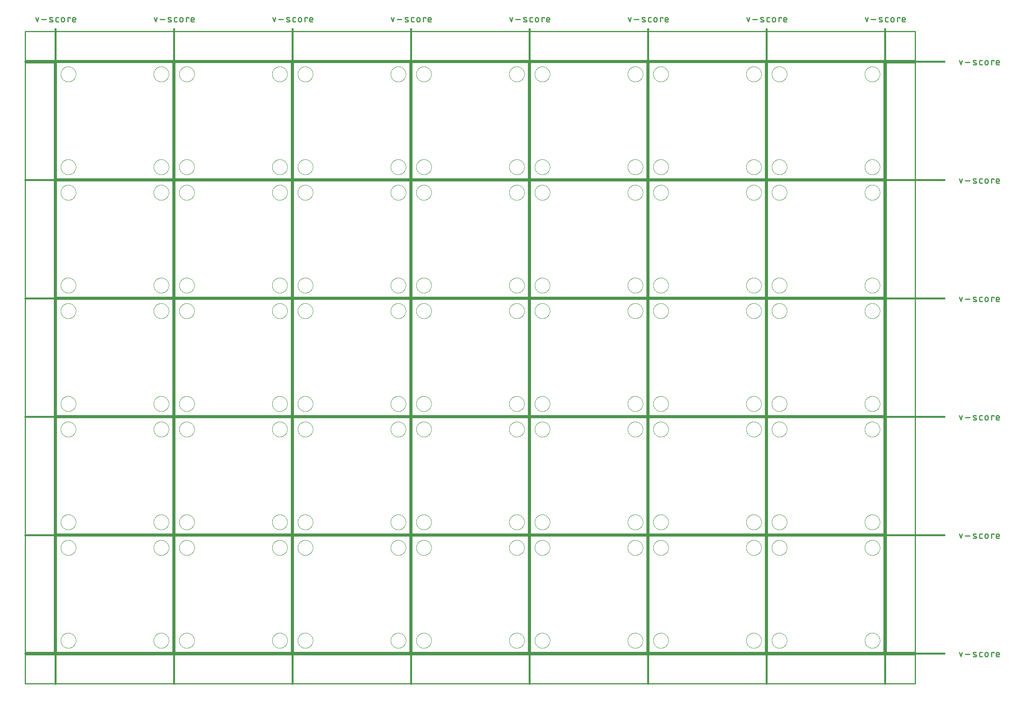
<source format=gko>
G04 EAGLE Gerber RS-274X export*
G75*
%MOMM*%
%FSLAX34Y34*%
%LPD*%
%IN*%
%IPPOS*%
%AMOC8*
5,1,8,0,0,1.08239X$1,22.5*%
G01*
%ADD10C,0.203200*%
%ADD11C,0.381000*%
%ADD12C,0.279400*%
%ADD13C,0.254000*%
%ADD14C,0.000000*%


D10*
X0Y0D02*
X0Y254000D01*
X254000Y254000D01*
X254000Y0D01*
X0Y0D01*
X259080Y0D02*
X259080Y254000D01*
X513080Y254000D01*
X513080Y0D01*
X259080Y0D01*
X518160Y0D02*
X518160Y254000D01*
X772160Y254000D01*
X772160Y0D01*
X518160Y0D01*
X777240Y0D02*
X777240Y254000D01*
X1031240Y254000D01*
X1031240Y0D01*
X777240Y0D01*
X1036320Y0D02*
X1036320Y254000D01*
X1290320Y254000D01*
X1290320Y0D01*
X1036320Y0D01*
X1295400Y0D02*
X1295400Y254000D01*
X1549400Y254000D01*
X1549400Y0D01*
X1295400Y0D01*
X1554480Y0D02*
X1554480Y254000D01*
X1808480Y254000D01*
X1808480Y0D01*
X1554480Y0D01*
X0Y259080D02*
X0Y513080D01*
X254000Y513080D01*
X254000Y259080D01*
X0Y259080D01*
X259080Y259080D02*
X259080Y513080D01*
X513080Y513080D01*
X513080Y259080D01*
X259080Y259080D01*
X518160Y259080D02*
X518160Y513080D01*
X772160Y513080D01*
X772160Y259080D01*
X518160Y259080D01*
X777240Y259080D02*
X777240Y513080D01*
X1031240Y513080D01*
X1031240Y259080D01*
X777240Y259080D01*
X1036320Y259080D02*
X1036320Y513080D01*
X1290320Y513080D01*
X1290320Y259080D01*
X1036320Y259080D01*
X1295400Y259080D02*
X1295400Y513080D01*
X1549400Y513080D01*
X1549400Y259080D01*
X1295400Y259080D01*
X1554480Y259080D02*
X1554480Y513080D01*
X1808480Y513080D01*
X1808480Y259080D01*
X1554480Y259080D01*
X0Y518160D02*
X0Y772160D01*
X254000Y772160D01*
X254000Y518160D01*
X0Y518160D01*
X259080Y518160D02*
X259080Y772160D01*
X513080Y772160D01*
X513080Y518160D01*
X259080Y518160D01*
X518160Y518160D02*
X518160Y772160D01*
X772160Y772160D01*
X772160Y518160D01*
X518160Y518160D01*
X777240Y518160D02*
X777240Y772160D01*
X1031240Y772160D01*
X1031240Y518160D01*
X777240Y518160D01*
X1036320Y518160D02*
X1036320Y772160D01*
X1290320Y772160D01*
X1290320Y518160D01*
X1036320Y518160D01*
X1295400Y518160D02*
X1295400Y772160D01*
X1549400Y772160D01*
X1549400Y518160D01*
X1295400Y518160D01*
X1554480Y518160D02*
X1554480Y772160D01*
X1808480Y772160D01*
X1808480Y518160D01*
X1554480Y518160D01*
X0Y777240D02*
X0Y1031240D01*
X254000Y1031240D01*
X254000Y777240D01*
X0Y777240D01*
X259080Y777240D02*
X259080Y1031240D01*
X513080Y1031240D01*
X513080Y777240D01*
X259080Y777240D01*
X518160Y777240D02*
X518160Y1031240D01*
X772160Y1031240D01*
X772160Y777240D01*
X518160Y777240D01*
X777240Y777240D02*
X777240Y1031240D01*
X1031240Y1031240D01*
X1031240Y777240D01*
X777240Y777240D01*
X1036320Y777240D02*
X1036320Y1031240D01*
X1290320Y1031240D01*
X1290320Y777240D01*
X1036320Y777240D01*
X1295400Y777240D02*
X1295400Y1031240D01*
X1549400Y1031240D01*
X1549400Y777240D01*
X1295400Y777240D01*
X1554480Y777240D02*
X1554480Y1031240D01*
X1808480Y1031240D01*
X1808480Y777240D01*
X1554480Y777240D01*
X0Y1036320D02*
X0Y1290320D01*
X254000Y1290320D01*
X254000Y1036320D01*
X0Y1036320D01*
X259080Y1036320D02*
X259080Y1290320D01*
X513080Y1290320D01*
X513080Y1036320D01*
X259080Y1036320D01*
X518160Y1036320D02*
X518160Y1290320D01*
X772160Y1290320D01*
X772160Y1036320D01*
X518160Y1036320D01*
X777240Y1036320D02*
X777240Y1290320D01*
X1031240Y1290320D01*
X1031240Y1036320D01*
X777240Y1036320D01*
X1036320Y1036320D02*
X1036320Y1290320D01*
X1290320Y1290320D01*
X1290320Y1036320D01*
X1036320Y1036320D01*
X1295400Y1036320D02*
X1295400Y1290320D01*
X1549400Y1290320D01*
X1549400Y1036320D01*
X1295400Y1036320D01*
X1554480Y1036320D02*
X1554480Y1290320D01*
X1808480Y1290320D01*
X1808480Y1036320D01*
X1554480Y1036320D01*
D11*
X-2540Y1363980D02*
X-2540Y-68580D01*
D12*
X-42921Y1379347D02*
X-46251Y1389338D01*
X-39590Y1389338D02*
X-42921Y1379347D01*
X-32806Y1385175D02*
X-22815Y1385175D01*
X-14261Y1385175D02*
X-10098Y1383510D01*
X-14261Y1385174D02*
X-14346Y1385210D01*
X-14429Y1385250D01*
X-14510Y1385293D01*
X-14590Y1385340D01*
X-14667Y1385390D01*
X-14743Y1385443D01*
X-14816Y1385499D01*
X-14886Y1385559D01*
X-14954Y1385621D01*
X-15019Y1385686D01*
X-15081Y1385754D01*
X-15141Y1385825D01*
X-15197Y1385898D01*
X-15250Y1385973D01*
X-15300Y1386051D01*
X-15346Y1386130D01*
X-15389Y1386212D01*
X-15429Y1386295D01*
X-15465Y1386380D01*
X-15497Y1386466D01*
X-15526Y1386554D01*
X-15550Y1386643D01*
X-15571Y1386733D01*
X-15588Y1386823D01*
X-15602Y1386914D01*
X-15611Y1387006D01*
X-15616Y1387098D01*
X-15618Y1387190D01*
X-15616Y1387282D01*
X-15609Y1387374D01*
X-15599Y1387466D01*
X-15585Y1387557D01*
X-15567Y1387648D01*
X-15545Y1387737D01*
X-15519Y1387826D01*
X-15489Y1387913D01*
X-15456Y1387999D01*
X-15419Y1388083D01*
X-15379Y1388166D01*
X-15335Y1388247D01*
X-15288Y1388326D01*
X-15237Y1388403D01*
X-15183Y1388478D01*
X-15126Y1388551D01*
X-15066Y1388621D01*
X-15003Y1388688D01*
X-14937Y1388752D01*
X-14869Y1388814D01*
X-14798Y1388873D01*
X-14724Y1388928D01*
X-14648Y1388981D01*
X-14570Y1389030D01*
X-14490Y1389076D01*
X-14409Y1389118D01*
X-14325Y1389157D01*
X-14240Y1389192D01*
X-14153Y1389223D01*
X-14065Y1389251D01*
X-13976Y1389275D01*
X-13886Y1389295D01*
X-13796Y1389312D01*
X-13704Y1389324D01*
X-13612Y1389333D01*
X-13520Y1389337D01*
X-13428Y1389338D01*
X-13201Y1389332D01*
X-12974Y1389321D01*
X-12747Y1389304D01*
X-12521Y1389281D01*
X-12295Y1389254D01*
X-12070Y1389220D01*
X-11846Y1389182D01*
X-11623Y1389138D01*
X-11401Y1389089D01*
X-11180Y1389034D01*
X-10961Y1388974D01*
X-10743Y1388909D01*
X-10527Y1388838D01*
X-10313Y1388763D01*
X-10100Y1388682D01*
X-9890Y1388596D01*
X-9681Y1388505D01*
X-10098Y1383510D02*
X-10013Y1383474D01*
X-9930Y1383434D01*
X-9849Y1383391D01*
X-9769Y1383344D01*
X-9692Y1383294D01*
X-9616Y1383241D01*
X-9543Y1383185D01*
X-9473Y1383125D01*
X-9405Y1383063D01*
X-9340Y1382998D01*
X-9278Y1382930D01*
X-9218Y1382859D01*
X-9162Y1382786D01*
X-9109Y1382711D01*
X-9059Y1382633D01*
X-9013Y1382554D01*
X-8970Y1382472D01*
X-8930Y1382389D01*
X-8894Y1382304D01*
X-8862Y1382218D01*
X-8833Y1382130D01*
X-8809Y1382041D01*
X-8788Y1381951D01*
X-8771Y1381861D01*
X-8757Y1381770D01*
X-8748Y1381678D01*
X-8743Y1381586D01*
X-8741Y1381494D01*
X-8743Y1381402D01*
X-8750Y1381310D01*
X-8760Y1381218D01*
X-8774Y1381127D01*
X-8792Y1381036D01*
X-8814Y1380947D01*
X-8840Y1380858D01*
X-8870Y1380771D01*
X-8903Y1380685D01*
X-8940Y1380601D01*
X-8980Y1380518D01*
X-9024Y1380437D01*
X-9071Y1380358D01*
X-9122Y1380281D01*
X-9176Y1380206D01*
X-9233Y1380133D01*
X-9293Y1380063D01*
X-9356Y1379996D01*
X-9422Y1379932D01*
X-9490Y1379870D01*
X-9561Y1379811D01*
X-9635Y1379756D01*
X-9711Y1379703D01*
X-9789Y1379654D01*
X-9869Y1379608D01*
X-9950Y1379566D01*
X-10034Y1379527D01*
X-10119Y1379492D01*
X-10206Y1379461D01*
X-10294Y1379433D01*
X-10383Y1379409D01*
X-10473Y1379389D01*
X-10563Y1379372D01*
X-10655Y1379360D01*
X-10747Y1379351D01*
X-10839Y1379347D01*
X-10931Y1379346D01*
X-10931Y1379347D02*
X-11265Y1379356D01*
X-11598Y1379373D01*
X-11931Y1379397D01*
X-12264Y1379430D01*
X-12595Y1379470D01*
X-12926Y1379518D01*
X-13255Y1379574D01*
X-13583Y1379637D01*
X-13909Y1379709D01*
X-14233Y1379788D01*
X-14556Y1379874D01*
X-14876Y1379969D01*
X-15194Y1380071D01*
X-15510Y1380180D01*
X562Y1379347D02*
X3892Y1379347D01*
X562Y1379347D02*
X464Y1379349D01*
X366Y1379355D01*
X268Y1379364D01*
X171Y1379378D01*
X75Y1379395D01*
X-21Y1379416D01*
X-116Y1379441D01*
X-210Y1379469D01*
X-303Y1379501D01*
X-394Y1379537D01*
X-484Y1379576D01*
X-572Y1379619D01*
X-659Y1379666D01*
X-743Y1379715D01*
X-826Y1379768D01*
X-906Y1379824D01*
X-985Y1379883D01*
X-1060Y1379946D01*
X-1134Y1380011D01*
X-1204Y1380079D01*
X-1272Y1380149D01*
X-1338Y1380223D01*
X-1400Y1380299D01*
X-1459Y1380377D01*
X-1515Y1380457D01*
X-1568Y1380540D01*
X-1618Y1380624D01*
X-1664Y1380711D01*
X-1707Y1380799D01*
X-1746Y1380889D01*
X-1782Y1380980D01*
X-1814Y1381073D01*
X-1842Y1381167D01*
X-1867Y1381262D01*
X-1888Y1381358D01*
X-1905Y1381454D01*
X-1919Y1381551D01*
X-1928Y1381649D01*
X-1934Y1381747D01*
X-1936Y1381845D01*
X-1936Y1386840D01*
X-1934Y1386938D01*
X-1928Y1387036D01*
X-1919Y1387134D01*
X-1905Y1387231D01*
X-1888Y1387327D01*
X-1867Y1387423D01*
X-1842Y1387518D01*
X-1814Y1387612D01*
X-1782Y1387705D01*
X-1746Y1387796D01*
X-1707Y1387886D01*
X-1664Y1387974D01*
X-1617Y1388061D01*
X-1568Y1388145D01*
X-1515Y1388228D01*
X-1459Y1388308D01*
X-1400Y1388386D01*
X-1337Y1388462D01*
X-1272Y1388536D01*
X-1204Y1388606D01*
X-1134Y1388674D01*
X-1060Y1388739D01*
X-984Y1388802D01*
X-906Y1388861D01*
X-826Y1388917D01*
X-743Y1388970D01*
X-659Y1389019D01*
X-572Y1389066D01*
X-484Y1389109D01*
X-394Y1389148D01*
X-303Y1389184D01*
X-210Y1389216D01*
X-116Y1389244D01*
X-21Y1389269D01*
X75Y1389290D01*
X171Y1389307D01*
X268Y1389321D01*
X366Y1389330D01*
X464Y1389336D01*
X562Y1389338D01*
X3892Y1389338D01*
X10022Y1386007D02*
X10022Y1382677D01*
X10022Y1386007D02*
X10024Y1386121D01*
X10030Y1386234D01*
X10039Y1386348D01*
X10053Y1386460D01*
X10070Y1386573D01*
X10092Y1386685D01*
X10117Y1386795D01*
X10145Y1386905D01*
X10178Y1387014D01*
X10214Y1387122D01*
X10254Y1387229D01*
X10298Y1387334D01*
X10345Y1387437D01*
X10395Y1387539D01*
X10449Y1387639D01*
X10507Y1387737D01*
X10568Y1387833D01*
X10631Y1387927D01*
X10699Y1388019D01*
X10769Y1388109D01*
X10842Y1388195D01*
X10918Y1388280D01*
X10997Y1388362D01*
X11079Y1388441D01*
X11164Y1388517D01*
X11250Y1388590D01*
X11340Y1388660D01*
X11432Y1388728D01*
X11526Y1388791D01*
X11622Y1388852D01*
X11720Y1388910D01*
X11820Y1388964D01*
X11922Y1389014D01*
X12025Y1389061D01*
X12130Y1389105D01*
X12237Y1389145D01*
X12345Y1389181D01*
X12454Y1389214D01*
X12564Y1389242D01*
X12674Y1389267D01*
X12786Y1389289D01*
X12899Y1389306D01*
X13011Y1389320D01*
X13125Y1389329D01*
X13238Y1389335D01*
X13352Y1389337D01*
X13466Y1389335D01*
X13579Y1389329D01*
X13693Y1389320D01*
X13805Y1389306D01*
X13918Y1389289D01*
X14030Y1389267D01*
X14140Y1389242D01*
X14250Y1389214D01*
X14359Y1389181D01*
X14467Y1389145D01*
X14574Y1389105D01*
X14679Y1389061D01*
X14782Y1389014D01*
X14884Y1388964D01*
X14984Y1388910D01*
X15082Y1388852D01*
X15178Y1388791D01*
X15272Y1388728D01*
X15364Y1388660D01*
X15454Y1388590D01*
X15540Y1388517D01*
X15625Y1388441D01*
X15707Y1388362D01*
X15786Y1388280D01*
X15862Y1388195D01*
X15935Y1388109D01*
X16005Y1388019D01*
X16073Y1387927D01*
X16136Y1387833D01*
X16197Y1387737D01*
X16255Y1387639D01*
X16309Y1387539D01*
X16359Y1387437D01*
X16406Y1387334D01*
X16450Y1387229D01*
X16490Y1387122D01*
X16526Y1387014D01*
X16559Y1386905D01*
X16587Y1386795D01*
X16612Y1386685D01*
X16634Y1386573D01*
X16651Y1386460D01*
X16665Y1386348D01*
X16674Y1386234D01*
X16680Y1386121D01*
X16682Y1386007D01*
X16682Y1382677D01*
X16680Y1382563D01*
X16674Y1382450D01*
X16665Y1382336D01*
X16651Y1382224D01*
X16634Y1382111D01*
X16612Y1381999D01*
X16587Y1381889D01*
X16559Y1381779D01*
X16526Y1381670D01*
X16490Y1381562D01*
X16450Y1381455D01*
X16406Y1381350D01*
X16359Y1381247D01*
X16309Y1381145D01*
X16255Y1381045D01*
X16197Y1380947D01*
X16136Y1380851D01*
X16073Y1380757D01*
X16005Y1380665D01*
X15935Y1380575D01*
X15862Y1380489D01*
X15786Y1380404D01*
X15707Y1380322D01*
X15625Y1380243D01*
X15540Y1380167D01*
X15454Y1380094D01*
X15364Y1380024D01*
X15272Y1379956D01*
X15178Y1379893D01*
X15082Y1379832D01*
X14984Y1379774D01*
X14884Y1379720D01*
X14782Y1379670D01*
X14679Y1379623D01*
X14574Y1379579D01*
X14467Y1379539D01*
X14359Y1379503D01*
X14250Y1379470D01*
X14140Y1379442D01*
X14030Y1379417D01*
X13918Y1379395D01*
X13805Y1379378D01*
X13693Y1379364D01*
X13579Y1379355D01*
X13466Y1379349D01*
X13352Y1379347D01*
X13238Y1379349D01*
X13125Y1379355D01*
X13011Y1379364D01*
X12899Y1379378D01*
X12786Y1379395D01*
X12674Y1379417D01*
X12564Y1379442D01*
X12454Y1379470D01*
X12345Y1379503D01*
X12237Y1379539D01*
X12130Y1379579D01*
X12025Y1379623D01*
X11922Y1379670D01*
X11820Y1379720D01*
X11720Y1379774D01*
X11622Y1379832D01*
X11526Y1379893D01*
X11432Y1379956D01*
X11340Y1380024D01*
X11250Y1380094D01*
X11164Y1380167D01*
X11079Y1380243D01*
X10997Y1380322D01*
X10918Y1380404D01*
X10842Y1380489D01*
X10769Y1380575D01*
X10699Y1380665D01*
X10631Y1380757D01*
X10568Y1380851D01*
X10507Y1380947D01*
X10449Y1381045D01*
X10395Y1381145D01*
X10345Y1381247D01*
X10298Y1381350D01*
X10254Y1381455D01*
X10214Y1381562D01*
X10178Y1381670D01*
X10145Y1381779D01*
X10117Y1381889D01*
X10092Y1381999D01*
X10070Y1382111D01*
X10053Y1382224D01*
X10039Y1382336D01*
X10030Y1382450D01*
X10024Y1382563D01*
X10022Y1382677D01*
X24218Y1379347D02*
X24218Y1389338D01*
X29213Y1389338D01*
X29213Y1387673D01*
X37008Y1379347D02*
X41171Y1379347D01*
X37008Y1379347D02*
X36910Y1379349D01*
X36812Y1379355D01*
X36714Y1379364D01*
X36617Y1379378D01*
X36521Y1379395D01*
X36425Y1379416D01*
X36330Y1379441D01*
X36236Y1379469D01*
X36143Y1379501D01*
X36052Y1379537D01*
X35962Y1379576D01*
X35874Y1379619D01*
X35787Y1379666D01*
X35703Y1379715D01*
X35620Y1379768D01*
X35540Y1379824D01*
X35462Y1379883D01*
X35386Y1379946D01*
X35312Y1380011D01*
X35242Y1380079D01*
X35174Y1380149D01*
X35109Y1380223D01*
X35046Y1380299D01*
X34987Y1380377D01*
X34931Y1380457D01*
X34878Y1380540D01*
X34829Y1380624D01*
X34782Y1380711D01*
X34739Y1380799D01*
X34700Y1380889D01*
X34664Y1380980D01*
X34632Y1381073D01*
X34604Y1381167D01*
X34579Y1381262D01*
X34558Y1381358D01*
X34541Y1381454D01*
X34527Y1381551D01*
X34518Y1381649D01*
X34512Y1381747D01*
X34510Y1381845D01*
X34510Y1386007D01*
X34511Y1386007D02*
X34513Y1386121D01*
X34519Y1386234D01*
X34528Y1386348D01*
X34542Y1386460D01*
X34559Y1386573D01*
X34581Y1386685D01*
X34606Y1386795D01*
X34634Y1386905D01*
X34667Y1387014D01*
X34703Y1387122D01*
X34743Y1387229D01*
X34787Y1387334D01*
X34834Y1387437D01*
X34884Y1387539D01*
X34938Y1387639D01*
X34996Y1387737D01*
X35057Y1387833D01*
X35120Y1387927D01*
X35188Y1388019D01*
X35258Y1388109D01*
X35331Y1388195D01*
X35407Y1388280D01*
X35486Y1388362D01*
X35568Y1388441D01*
X35653Y1388517D01*
X35739Y1388590D01*
X35829Y1388660D01*
X35921Y1388728D01*
X36015Y1388791D01*
X36111Y1388852D01*
X36209Y1388910D01*
X36309Y1388964D01*
X36411Y1389014D01*
X36514Y1389061D01*
X36619Y1389105D01*
X36726Y1389145D01*
X36834Y1389181D01*
X36943Y1389214D01*
X37053Y1389242D01*
X37163Y1389267D01*
X37275Y1389289D01*
X37388Y1389306D01*
X37500Y1389320D01*
X37614Y1389329D01*
X37727Y1389335D01*
X37841Y1389337D01*
X37955Y1389335D01*
X38068Y1389329D01*
X38182Y1389320D01*
X38294Y1389306D01*
X38407Y1389289D01*
X38519Y1389267D01*
X38629Y1389242D01*
X38739Y1389214D01*
X38848Y1389181D01*
X38956Y1389145D01*
X39063Y1389105D01*
X39168Y1389061D01*
X39271Y1389014D01*
X39373Y1388964D01*
X39473Y1388910D01*
X39571Y1388852D01*
X39667Y1388791D01*
X39761Y1388728D01*
X39853Y1388660D01*
X39943Y1388590D01*
X40029Y1388517D01*
X40114Y1388441D01*
X40196Y1388362D01*
X40275Y1388280D01*
X40351Y1388195D01*
X40424Y1388109D01*
X40494Y1388019D01*
X40562Y1387927D01*
X40625Y1387833D01*
X40686Y1387737D01*
X40744Y1387639D01*
X40798Y1387539D01*
X40848Y1387437D01*
X40895Y1387334D01*
X40939Y1387229D01*
X40979Y1387122D01*
X41015Y1387014D01*
X41048Y1386905D01*
X41076Y1386795D01*
X41101Y1386685D01*
X41123Y1386573D01*
X41140Y1386460D01*
X41154Y1386348D01*
X41163Y1386234D01*
X41169Y1386121D01*
X41171Y1386007D01*
X41171Y1384342D01*
X34510Y1384342D01*
D11*
X256540Y1363980D02*
X256540Y-68580D01*
D12*
X216159Y1379347D02*
X212829Y1389338D01*
X219490Y1389338D02*
X216159Y1379347D01*
X226274Y1385175D02*
X236265Y1385175D01*
X244819Y1385175D02*
X248982Y1383510D01*
X244819Y1385174D02*
X244734Y1385210D01*
X244651Y1385250D01*
X244570Y1385293D01*
X244490Y1385340D01*
X244413Y1385390D01*
X244337Y1385443D01*
X244264Y1385499D01*
X244194Y1385559D01*
X244126Y1385621D01*
X244061Y1385686D01*
X243999Y1385754D01*
X243939Y1385825D01*
X243883Y1385898D01*
X243830Y1385973D01*
X243780Y1386051D01*
X243734Y1386130D01*
X243691Y1386212D01*
X243651Y1386295D01*
X243615Y1386380D01*
X243583Y1386466D01*
X243554Y1386554D01*
X243530Y1386643D01*
X243509Y1386733D01*
X243492Y1386823D01*
X243478Y1386914D01*
X243469Y1387006D01*
X243464Y1387098D01*
X243462Y1387190D01*
X243464Y1387282D01*
X243471Y1387374D01*
X243481Y1387466D01*
X243495Y1387557D01*
X243513Y1387648D01*
X243535Y1387737D01*
X243561Y1387826D01*
X243591Y1387913D01*
X243624Y1387999D01*
X243661Y1388083D01*
X243701Y1388166D01*
X243745Y1388247D01*
X243792Y1388326D01*
X243843Y1388403D01*
X243897Y1388478D01*
X243954Y1388551D01*
X244014Y1388621D01*
X244077Y1388688D01*
X244143Y1388752D01*
X244211Y1388814D01*
X244282Y1388873D01*
X244356Y1388928D01*
X244432Y1388981D01*
X244510Y1389030D01*
X244590Y1389076D01*
X244671Y1389118D01*
X244755Y1389157D01*
X244840Y1389192D01*
X244927Y1389223D01*
X245015Y1389251D01*
X245104Y1389275D01*
X245194Y1389295D01*
X245284Y1389312D01*
X245376Y1389324D01*
X245468Y1389333D01*
X245560Y1389337D01*
X245652Y1389338D01*
X245879Y1389332D01*
X246106Y1389321D01*
X246333Y1389304D01*
X246559Y1389281D01*
X246785Y1389254D01*
X247010Y1389220D01*
X247234Y1389182D01*
X247457Y1389138D01*
X247679Y1389089D01*
X247900Y1389034D01*
X248119Y1388974D01*
X248337Y1388909D01*
X248553Y1388838D01*
X248767Y1388763D01*
X248980Y1388682D01*
X249190Y1388596D01*
X249399Y1388505D01*
X248982Y1383510D02*
X249067Y1383474D01*
X249150Y1383434D01*
X249231Y1383391D01*
X249311Y1383344D01*
X249388Y1383294D01*
X249464Y1383241D01*
X249537Y1383185D01*
X249607Y1383125D01*
X249675Y1383063D01*
X249740Y1382998D01*
X249802Y1382930D01*
X249862Y1382859D01*
X249918Y1382786D01*
X249971Y1382711D01*
X250021Y1382633D01*
X250067Y1382554D01*
X250110Y1382472D01*
X250150Y1382389D01*
X250186Y1382304D01*
X250218Y1382218D01*
X250247Y1382130D01*
X250271Y1382041D01*
X250292Y1381951D01*
X250309Y1381861D01*
X250323Y1381770D01*
X250332Y1381678D01*
X250337Y1381586D01*
X250339Y1381494D01*
X250337Y1381402D01*
X250330Y1381310D01*
X250320Y1381218D01*
X250306Y1381127D01*
X250288Y1381036D01*
X250266Y1380947D01*
X250240Y1380858D01*
X250210Y1380771D01*
X250177Y1380685D01*
X250140Y1380601D01*
X250100Y1380518D01*
X250056Y1380437D01*
X250009Y1380358D01*
X249958Y1380281D01*
X249904Y1380206D01*
X249847Y1380133D01*
X249787Y1380063D01*
X249724Y1379996D01*
X249658Y1379932D01*
X249590Y1379870D01*
X249519Y1379811D01*
X249445Y1379756D01*
X249369Y1379703D01*
X249291Y1379654D01*
X249211Y1379608D01*
X249130Y1379566D01*
X249046Y1379527D01*
X248961Y1379492D01*
X248874Y1379461D01*
X248786Y1379433D01*
X248697Y1379409D01*
X248607Y1379389D01*
X248517Y1379372D01*
X248425Y1379360D01*
X248333Y1379351D01*
X248241Y1379347D01*
X248149Y1379346D01*
X248149Y1379347D02*
X247815Y1379356D01*
X247482Y1379373D01*
X247149Y1379397D01*
X246816Y1379430D01*
X246485Y1379470D01*
X246154Y1379518D01*
X245825Y1379574D01*
X245497Y1379637D01*
X245171Y1379709D01*
X244847Y1379788D01*
X244524Y1379874D01*
X244204Y1379969D01*
X243886Y1380071D01*
X243570Y1380180D01*
X259642Y1379347D02*
X262972Y1379347D01*
X259642Y1379347D02*
X259544Y1379349D01*
X259446Y1379355D01*
X259348Y1379364D01*
X259251Y1379378D01*
X259155Y1379395D01*
X259059Y1379416D01*
X258964Y1379441D01*
X258870Y1379469D01*
X258777Y1379501D01*
X258686Y1379537D01*
X258596Y1379576D01*
X258508Y1379619D01*
X258421Y1379666D01*
X258337Y1379715D01*
X258254Y1379768D01*
X258174Y1379824D01*
X258096Y1379883D01*
X258020Y1379946D01*
X257946Y1380011D01*
X257876Y1380079D01*
X257808Y1380149D01*
X257743Y1380223D01*
X257680Y1380299D01*
X257621Y1380377D01*
X257565Y1380457D01*
X257512Y1380540D01*
X257463Y1380624D01*
X257416Y1380711D01*
X257373Y1380799D01*
X257334Y1380889D01*
X257298Y1380980D01*
X257266Y1381073D01*
X257238Y1381167D01*
X257213Y1381262D01*
X257192Y1381358D01*
X257175Y1381454D01*
X257161Y1381551D01*
X257152Y1381649D01*
X257146Y1381747D01*
X257144Y1381845D01*
X257144Y1386840D01*
X257146Y1386938D01*
X257152Y1387036D01*
X257161Y1387134D01*
X257175Y1387231D01*
X257192Y1387327D01*
X257213Y1387423D01*
X257238Y1387518D01*
X257266Y1387612D01*
X257298Y1387705D01*
X257334Y1387796D01*
X257373Y1387886D01*
X257416Y1387974D01*
X257463Y1388061D01*
X257512Y1388145D01*
X257565Y1388228D01*
X257621Y1388308D01*
X257680Y1388387D01*
X257743Y1388462D01*
X257808Y1388536D01*
X257876Y1388606D01*
X257946Y1388674D01*
X258020Y1388740D01*
X258096Y1388802D01*
X258174Y1388861D01*
X258254Y1388917D01*
X258337Y1388970D01*
X258421Y1389020D01*
X258508Y1389066D01*
X258596Y1389109D01*
X258686Y1389148D01*
X258777Y1389184D01*
X258870Y1389216D01*
X258964Y1389244D01*
X259059Y1389269D01*
X259155Y1389290D01*
X259251Y1389307D01*
X259348Y1389321D01*
X259446Y1389330D01*
X259544Y1389336D01*
X259642Y1389338D01*
X262972Y1389338D01*
X269102Y1386007D02*
X269102Y1382677D01*
X269102Y1386007D02*
X269104Y1386121D01*
X269110Y1386234D01*
X269119Y1386348D01*
X269133Y1386460D01*
X269150Y1386573D01*
X269172Y1386685D01*
X269197Y1386795D01*
X269225Y1386905D01*
X269258Y1387014D01*
X269294Y1387122D01*
X269334Y1387229D01*
X269378Y1387334D01*
X269425Y1387437D01*
X269475Y1387539D01*
X269529Y1387639D01*
X269587Y1387737D01*
X269648Y1387833D01*
X269711Y1387927D01*
X269779Y1388019D01*
X269849Y1388109D01*
X269922Y1388195D01*
X269998Y1388280D01*
X270077Y1388362D01*
X270159Y1388441D01*
X270244Y1388517D01*
X270330Y1388590D01*
X270420Y1388660D01*
X270512Y1388728D01*
X270606Y1388791D01*
X270702Y1388852D01*
X270800Y1388910D01*
X270900Y1388964D01*
X271002Y1389014D01*
X271105Y1389061D01*
X271210Y1389105D01*
X271317Y1389145D01*
X271425Y1389181D01*
X271534Y1389214D01*
X271644Y1389242D01*
X271754Y1389267D01*
X271866Y1389289D01*
X271979Y1389306D01*
X272091Y1389320D01*
X272205Y1389329D01*
X272318Y1389335D01*
X272432Y1389337D01*
X272546Y1389335D01*
X272659Y1389329D01*
X272773Y1389320D01*
X272885Y1389306D01*
X272998Y1389289D01*
X273110Y1389267D01*
X273220Y1389242D01*
X273330Y1389214D01*
X273439Y1389181D01*
X273547Y1389145D01*
X273654Y1389105D01*
X273759Y1389061D01*
X273862Y1389014D01*
X273964Y1388964D01*
X274064Y1388910D01*
X274162Y1388852D01*
X274258Y1388791D01*
X274352Y1388728D01*
X274444Y1388660D01*
X274534Y1388590D01*
X274620Y1388517D01*
X274705Y1388441D01*
X274787Y1388362D01*
X274866Y1388280D01*
X274942Y1388195D01*
X275015Y1388109D01*
X275085Y1388019D01*
X275153Y1387927D01*
X275216Y1387833D01*
X275277Y1387737D01*
X275335Y1387639D01*
X275389Y1387539D01*
X275439Y1387437D01*
X275486Y1387334D01*
X275530Y1387229D01*
X275570Y1387122D01*
X275606Y1387014D01*
X275639Y1386905D01*
X275667Y1386795D01*
X275692Y1386685D01*
X275714Y1386573D01*
X275731Y1386460D01*
X275745Y1386348D01*
X275754Y1386234D01*
X275760Y1386121D01*
X275762Y1386007D01*
X275762Y1382677D01*
X275760Y1382563D01*
X275754Y1382450D01*
X275745Y1382336D01*
X275731Y1382224D01*
X275714Y1382111D01*
X275692Y1381999D01*
X275667Y1381889D01*
X275639Y1381779D01*
X275606Y1381670D01*
X275570Y1381562D01*
X275530Y1381455D01*
X275486Y1381350D01*
X275439Y1381247D01*
X275389Y1381145D01*
X275335Y1381045D01*
X275277Y1380947D01*
X275216Y1380851D01*
X275153Y1380757D01*
X275085Y1380665D01*
X275015Y1380575D01*
X274942Y1380489D01*
X274866Y1380404D01*
X274787Y1380322D01*
X274705Y1380243D01*
X274620Y1380167D01*
X274534Y1380094D01*
X274444Y1380024D01*
X274352Y1379956D01*
X274258Y1379893D01*
X274162Y1379832D01*
X274064Y1379774D01*
X273964Y1379720D01*
X273862Y1379670D01*
X273759Y1379623D01*
X273654Y1379579D01*
X273547Y1379539D01*
X273439Y1379503D01*
X273330Y1379470D01*
X273220Y1379442D01*
X273110Y1379417D01*
X272998Y1379395D01*
X272885Y1379378D01*
X272773Y1379364D01*
X272659Y1379355D01*
X272546Y1379349D01*
X272432Y1379347D01*
X272318Y1379349D01*
X272205Y1379355D01*
X272091Y1379364D01*
X271979Y1379378D01*
X271866Y1379395D01*
X271754Y1379417D01*
X271644Y1379442D01*
X271534Y1379470D01*
X271425Y1379503D01*
X271317Y1379539D01*
X271210Y1379579D01*
X271105Y1379623D01*
X271002Y1379670D01*
X270900Y1379720D01*
X270800Y1379774D01*
X270702Y1379832D01*
X270606Y1379893D01*
X270512Y1379956D01*
X270420Y1380024D01*
X270330Y1380094D01*
X270244Y1380167D01*
X270159Y1380243D01*
X270077Y1380322D01*
X269998Y1380404D01*
X269922Y1380489D01*
X269849Y1380575D01*
X269779Y1380665D01*
X269711Y1380757D01*
X269648Y1380851D01*
X269587Y1380947D01*
X269529Y1381045D01*
X269475Y1381145D01*
X269425Y1381247D01*
X269378Y1381350D01*
X269334Y1381455D01*
X269294Y1381562D01*
X269258Y1381670D01*
X269225Y1381779D01*
X269197Y1381889D01*
X269172Y1381999D01*
X269150Y1382111D01*
X269133Y1382224D01*
X269119Y1382336D01*
X269110Y1382450D01*
X269104Y1382563D01*
X269102Y1382677D01*
X283298Y1379347D02*
X283298Y1389338D01*
X288293Y1389338D01*
X288293Y1387673D01*
X296088Y1379347D02*
X300251Y1379347D01*
X296088Y1379347D02*
X295990Y1379349D01*
X295892Y1379355D01*
X295794Y1379364D01*
X295697Y1379378D01*
X295601Y1379395D01*
X295505Y1379416D01*
X295410Y1379441D01*
X295316Y1379469D01*
X295223Y1379501D01*
X295132Y1379537D01*
X295042Y1379576D01*
X294954Y1379619D01*
X294867Y1379666D01*
X294783Y1379715D01*
X294700Y1379768D01*
X294620Y1379824D01*
X294542Y1379883D01*
X294466Y1379946D01*
X294392Y1380011D01*
X294322Y1380079D01*
X294254Y1380149D01*
X294189Y1380223D01*
X294126Y1380299D01*
X294067Y1380377D01*
X294011Y1380457D01*
X293958Y1380540D01*
X293909Y1380624D01*
X293862Y1380711D01*
X293819Y1380799D01*
X293780Y1380889D01*
X293744Y1380980D01*
X293712Y1381073D01*
X293684Y1381167D01*
X293659Y1381262D01*
X293638Y1381358D01*
X293621Y1381454D01*
X293607Y1381551D01*
X293598Y1381649D01*
X293592Y1381747D01*
X293590Y1381845D01*
X293590Y1386007D01*
X293591Y1386007D02*
X293593Y1386121D01*
X293599Y1386234D01*
X293608Y1386348D01*
X293622Y1386460D01*
X293639Y1386573D01*
X293661Y1386685D01*
X293686Y1386795D01*
X293714Y1386905D01*
X293747Y1387014D01*
X293783Y1387122D01*
X293823Y1387229D01*
X293867Y1387334D01*
X293914Y1387437D01*
X293964Y1387539D01*
X294018Y1387639D01*
X294076Y1387737D01*
X294137Y1387833D01*
X294200Y1387927D01*
X294268Y1388019D01*
X294338Y1388109D01*
X294411Y1388195D01*
X294487Y1388280D01*
X294566Y1388362D01*
X294648Y1388441D01*
X294733Y1388517D01*
X294819Y1388590D01*
X294909Y1388660D01*
X295001Y1388728D01*
X295095Y1388791D01*
X295191Y1388852D01*
X295289Y1388910D01*
X295389Y1388964D01*
X295491Y1389014D01*
X295594Y1389061D01*
X295699Y1389105D01*
X295806Y1389145D01*
X295914Y1389181D01*
X296023Y1389214D01*
X296133Y1389242D01*
X296243Y1389267D01*
X296355Y1389289D01*
X296468Y1389306D01*
X296580Y1389320D01*
X296694Y1389329D01*
X296807Y1389335D01*
X296921Y1389337D01*
X297035Y1389335D01*
X297148Y1389329D01*
X297262Y1389320D01*
X297374Y1389306D01*
X297487Y1389289D01*
X297599Y1389267D01*
X297709Y1389242D01*
X297819Y1389214D01*
X297928Y1389181D01*
X298036Y1389145D01*
X298143Y1389105D01*
X298248Y1389061D01*
X298351Y1389014D01*
X298453Y1388964D01*
X298553Y1388910D01*
X298651Y1388852D01*
X298747Y1388791D01*
X298841Y1388728D01*
X298933Y1388660D01*
X299023Y1388590D01*
X299109Y1388517D01*
X299194Y1388441D01*
X299276Y1388362D01*
X299355Y1388280D01*
X299431Y1388195D01*
X299504Y1388109D01*
X299574Y1388019D01*
X299642Y1387927D01*
X299705Y1387833D01*
X299766Y1387737D01*
X299824Y1387639D01*
X299878Y1387539D01*
X299928Y1387437D01*
X299975Y1387334D01*
X300019Y1387229D01*
X300059Y1387122D01*
X300095Y1387014D01*
X300128Y1386905D01*
X300156Y1386795D01*
X300181Y1386685D01*
X300203Y1386573D01*
X300220Y1386460D01*
X300234Y1386348D01*
X300243Y1386234D01*
X300249Y1386121D01*
X300251Y1386007D01*
X300251Y1384342D01*
X293590Y1384342D01*
D11*
X515620Y1363980D02*
X515620Y-68580D01*
D12*
X475239Y1379347D02*
X471909Y1389338D01*
X478570Y1389338D02*
X475239Y1379347D01*
X485354Y1385175D02*
X495345Y1385175D01*
X503899Y1385175D02*
X508062Y1383510D01*
X503899Y1385174D02*
X503814Y1385210D01*
X503731Y1385250D01*
X503650Y1385293D01*
X503570Y1385340D01*
X503493Y1385390D01*
X503417Y1385443D01*
X503344Y1385499D01*
X503274Y1385559D01*
X503206Y1385621D01*
X503141Y1385686D01*
X503079Y1385754D01*
X503019Y1385825D01*
X502963Y1385898D01*
X502910Y1385973D01*
X502860Y1386051D01*
X502814Y1386130D01*
X502771Y1386212D01*
X502731Y1386295D01*
X502695Y1386380D01*
X502663Y1386466D01*
X502634Y1386554D01*
X502610Y1386643D01*
X502589Y1386733D01*
X502572Y1386823D01*
X502558Y1386914D01*
X502549Y1387006D01*
X502544Y1387098D01*
X502542Y1387190D01*
X502544Y1387282D01*
X502551Y1387374D01*
X502561Y1387466D01*
X502575Y1387557D01*
X502593Y1387648D01*
X502615Y1387737D01*
X502641Y1387826D01*
X502671Y1387913D01*
X502704Y1387999D01*
X502741Y1388083D01*
X502781Y1388166D01*
X502825Y1388247D01*
X502872Y1388326D01*
X502923Y1388403D01*
X502977Y1388478D01*
X503034Y1388551D01*
X503094Y1388621D01*
X503157Y1388688D01*
X503223Y1388752D01*
X503291Y1388814D01*
X503362Y1388873D01*
X503436Y1388928D01*
X503512Y1388981D01*
X503590Y1389030D01*
X503670Y1389076D01*
X503751Y1389118D01*
X503835Y1389157D01*
X503920Y1389192D01*
X504007Y1389223D01*
X504095Y1389251D01*
X504184Y1389275D01*
X504274Y1389295D01*
X504364Y1389312D01*
X504456Y1389324D01*
X504548Y1389333D01*
X504640Y1389337D01*
X504732Y1389338D01*
X504959Y1389332D01*
X505186Y1389321D01*
X505413Y1389304D01*
X505639Y1389281D01*
X505865Y1389254D01*
X506090Y1389220D01*
X506314Y1389182D01*
X506537Y1389138D01*
X506759Y1389089D01*
X506980Y1389034D01*
X507199Y1388974D01*
X507417Y1388909D01*
X507633Y1388838D01*
X507847Y1388763D01*
X508060Y1388682D01*
X508270Y1388596D01*
X508479Y1388505D01*
X508062Y1383510D02*
X508147Y1383474D01*
X508230Y1383434D01*
X508311Y1383391D01*
X508391Y1383344D01*
X508468Y1383294D01*
X508544Y1383241D01*
X508617Y1383185D01*
X508687Y1383125D01*
X508755Y1383063D01*
X508820Y1382998D01*
X508882Y1382930D01*
X508942Y1382859D01*
X508998Y1382786D01*
X509051Y1382711D01*
X509101Y1382633D01*
X509147Y1382554D01*
X509190Y1382472D01*
X509230Y1382389D01*
X509266Y1382304D01*
X509298Y1382218D01*
X509327Y1382130D01*
X509351Y1382041D01*
X509372Y1381951D01*
X509389Y1381861D01*
X509403Y1381770D01*
X509412Y1381678D01*
X509417Y1381586D01*
X509419Y1381494D01*
X509417Y1381402D01*
X509410Y1381310D01*
X509400Y1381218D01*
X509386Y1381127D01*
X509368Y1381036D01*
X509346Y1380947D01*
X509320Y1380858D01*
X509290Y1380771D01*
X509257Y1380685D01*
X509220Y1380601D01*
X509180Y1380518D01*
X509136Y1380437D01*
X509089Y1380358D01*
X509038Y1380281D01*
X508984Y1380206D01*
X508927Y1380133D01*
X508867Y1380063D01*
X508804Y1379996D01*
X508738Y1379932D01*
X508670Y1379870D01*
X508599Y1379811D01*
X508525Y1379756D01*
X508449Y1379703D01*
X508371Y1379654D01*
X508291Y1379608D01*
X508210Y1379566D01*
X508126Y1379527D01*
X508041Y1379492D01*
X507954Y1379461D01*
X507866Y1379433D01*
X507777Y1379409D01*
X507687Y1379389D01*
X507597Y1379372D01*
X507505Y1379360D01*
X507413Y1379351D01*
X507321Y1379347D01*
X507229Y1379346D01*
X507229Y1379347D02*
X506895Y1379356D01*
X506562Y1379373D01*
X506229Y1379397D01*
X505896Y1379430D01*
X505565Y1379470D01*
X505234Y1379518D01*
X504905Y1379574D01*
X504577Y1379637D01*
X504251Y1379709D01*
X503927Y1379788D01*
X503604Y1379874D01*
X503284Y1379969D01*
X502966Y1380071D01*
X502650Y1380180D01*
X518722Y1379347D02*
X522052Y1379347D01*
X518722Y1379347D02*
X518624Y1379349D01*
X518526Y1379355D01*
X518428Y1379364D01*
X518331Y1379378D01*
X518235Y1379395D01*
X518139Y1379416D01*
X518044Y1379441D01*
X517950Y1379469D01*
X517857Y1379501D01*
X517766Y1379537D01*
X517676Y1379576D01*
X517588Y1379619D01*
X517501Y1379666D01*
X517417Y1379715D01*
X517334Y1379768D01*
X517254Y1379824D01*
X517176Y1379883D01*
X517100Y1379946D01*
X517026Y1380011D01*
X516956Y1380079D01*
X516888Y1380149D01*
X516823Y1380223D01*
X516760Y1380299D01*
X516701Y1380377D01*
X516645Y1380457D01*
X516592Y1380540D01*
X516543Y1380624D01*
X516496Y1380711D01*
X516453Y1380799D01*
X516414Y1380889D01*
X516378Y1380980D01*
X516346Y1381073D01*
X516318Y1381167D01*
X516293Y1381262D01*
X516272Y1381358D01*
X516255Y1381454D01*
X516241Y1381551D01*
X516232Y1381649D01*
X516226Y1381747D01*
X516224Y1381845D01*
X516224Y1386840D01*
X516226Y1386938D01*
X516232Y1387036D01*
X516241Y1387134D01*
X516255Y1387231D01*
X516272Y1387327D01*
X516293Y1387423D01*
X516318Y1387518D01*
X516346Y1387612D01*
X516378Y1387705D01*
X516414Y1387796D01*
X516453Y1387886D01*
X516496Y1387974D01*
X516543Y1388061D01*
X516592Y1388145D01*
X516645Y1388228D01*
X516701Y1388308D01*
X516760Y1388387D01*
X516823Y1388462D01*
X516888Y1388536D01*
X516956Y1388606D01*
X517026Y1388674D01*
X517100Y1388740D01*
X517176Y1388802D01*
X517254Y1388861D01*
X517334Y1388917D01*
X517417Y1388970D01*
X517501Y1389020D01*
X517588Y1389066D01*
X517676Y1389109D01*
X517766Y1389148D01*
X517857Y1389184D01*
X517950Y1389216D01*
X518044Y1389244D01*
X518139Y1389269D01*
X518235Y1389290D01*
X518331Y1389307D01*
X518428Y1389321D01*
X518526Y1389330D01*
X518624Y1389336D01*
X518722Y1389338D01*
X522052Y1389338D01*
X528182Y1386007D02*
X528182Y1382677D01*
X528182Y1386007D02*
X528184Y1386121D01*
X528190Y1386234D01*
X528199Y1386348D01*
X528213Y1386460D01*
X528230Y1386573D01*
X528252Y1386685D01*
X528277Y1386795D01*
X528305Y1386905D01*
X528338Y1387014D01*
X528374Y1387122D01*
X528414Y1387229D01*
X528458Y1387334D01*
X528505Y1387437D01*
X528555Y1387539D01*
X528609Y1387639D01*
X528667Y1387737D01*
X528728Y1387833D01*
X528791Y1387927D01*
X528859Y1388019D01*
X528929Y1388109D01*
X529002Y1388195D01*
X529078Y1388280D01*
X529157Y1388362D01*
X529239Y1388441D01*
X529324Y1388517D01*
X529410Y1388590D01*
X529500Y1388660D01*
X529592Y1388728D01*
X529686Y1388791D01*
X529782Y1388852D01*
X529880Y1388910D01*
X529980Y1388964D01*
X530082Y1389014D01*
X530185Y1389061D01*
X530290Y1389105D01*
X530397Y1389145D01*
X530505Y1389181D01*
X530614Y1389214D01*
X530724Y1389242D01*
X530834Y1389267D01*
X530946Y1389289D01*
X531059Y1389306D01*
X531171Y1389320D01*
X531285Y1389329D01*
X531398Y1389335D01*
X531512Y1389337D01*
X531626Y1389335D01*
X531739Y1389329D01*
X531853Y1389320D01*
X531965Y1389306D01*
X532078Y1389289D01*
X532190Y1389267D01*
X532300Y1389242D01*
X532410Y1389214D01*
X532519Y1389181D01*
X532627Y1389145D01*
X532734Y1389105D01*
X532839Y1389061D01*
X532942Y1389014D01*
X533044Y1388964D01*
X533144Y1388910D01*
X533242Y1388852D01*
X533338Y1388791D01*
X533432Y1388728D01*
X533524Y1388660D01*
X533614Y1388590D01*
X533700Y1388517D01*
X533785Y1388441D01*
X533867Y1388362D01*
X533946Y1388280D01*
X534022Y1388195D01*
X534095Y1388109D01*
X534165Y1388019D01*
X534233Y1387927D01*
X534296Y1387833D01*
X534357Y1387737D01*
X534415Y1387639D01*
X534469Y1387539D01*
X534519Y1387437D01*
X534566Y1387334D01*
X534610Y1387229D01*
X534650Y1387122D01*
X534686Y1387014D01*
X534719Y1386905D01*
X534747Y1386795D01*
X534772Y1386685D01*
X534794Y1386573D01*
X534811Y1386460D01*
X534825Y1386348D01*
X534834Y1386234D01*
X534840Y1386121D01*
X534842Y1386007D01*
X534842Y1382677D01*
X534840Y1382563D01*
X534834Y1382450D01*
X534825Y1382336D01*
X534811Y1382224D01*
X534794Y1382111D01*
X534772Y1381999D01*
X534747Y1381889D01*
X534719Y1381779D01*
X534686Y1381670D01*
X534650Y1381562D01*
X534610Y1381455D01*
X534566Y1381350D01*
X534519Y1381247D01*
X534469Y1381145D01*
X534415Y1381045D01*
X534357Y1380947D01*
X534296Y1380851D01*
X534233Y1380757D01*
X534165Y1380665D01*
X534095Y1380575D01*
X534022Y1380489D01*
X533946Y1380404D01*
X533867Y1380322D01*
X533785Y1380243D01*
X533700Y1380167D01*
X533614Y1380094D01*
X533524Y1380024D01*
X533432Y1379956D01*
X533338Y1379893D01*
X533242Y1379832D01*
X533144Y1379774D01*
X533044Y1379720D01*
X532942Y1379670D01*
X532839Y1379623D01*
X532734Y1379579D01*
X532627Y1379539D01*
X532519Y1379503D01*
X532410Y1379470D01*
X532300Y1379442D01*
X532190Y1379417D01*
X532078Y1379395D01*
X531965Y1379378D01*
X531853Y1379364D01*
X531739Y1379355D01*
X531626Y1379349D01*
X531512Y1379347D01*
X531398Y1379349D01*
X531285Y1379355D01*
X531171Y1379364D01*
X531059Y1379378D01*
X530946Y1379395D01*
X530834Y1379417D01*
X530724Y1379442D01*
X530614Y1379470D01*
X530505Y1379503D01*
X530397Y1379539D01*
X530290Y1379579D01*
X530185Y1379623D01*
X530082Y1379670D01*
X529980Y1379720D01*
X529880Y1379774D01*
X529782Y1379832D01*
X529686Y1379893D01*
X529592Y1379956D01*
X529500Y1380024D01*
X529410Y1380094D01*
X529324Y1380167D01*
X529239Y1380243D01*
X529157Y1380322D01*
X529078Y1380404D01*
X529002Y1380489D01*
X528929Y1380575D01*
X528859Y1380665D01*
X528791Y1380757D01*
X528728Y1380851D01*
X528667Y1380947D01*
X528609Y1381045D01*
X528555Y1381145D01*
X528505Y1381247D01*
X528458Y1381350D01*
X528414Y1381455D01*
X528374Y1381562D01*
X528338Y1381670D01*
X528305Y1381779D01*
X528277Y1381889D01*
X528252Y1381999D01*
X528230Y1382111D01*
X528213Y1382224D01*
X528199Y1382336D01*
X528190Y1382450D01*
X528184Y1382563D01*
X528182Y1382677D01*
X542378Y1379347D02*
X542378Y1389338D01*
X547373Y1389338D01*
X547373Y1387673D01*
X555168Y1379347D02*
X559331Y1379347D01*
X555168Y1379347D02*
X555070Y1379349D01*
X554972Y1379355D01*
X554874Y1379364D01*
X554777Y1379378D01*
X554681Y1379395D01*
X554585Y1379416D01*
X554490Y1379441D01*
X554396Y1379469D01*
X554303Y1379501D01*
X554212Y1379537D01*
X554122Y1379576D01*
X554034Y1379619D01*
X553947Y1379666D01*
X553863Y1379715D01*
X553780Y1379768D01*
X553700Y1379824D01*
X553622Y1379883D01*
X553546Y1379946D01*
X553472Y1380011D01*
X553402Y1380079D01*
X553334Y1380149D01*
X553269Y1380223D01*
X553206Y1380299D01*
X553147Y1380377D01*
X553091Y1380457D01*
X553038Y1380540D01*
X552989Y1380624D01*
X552942Y1380711D01*
X552899Y1380799D01*
X552860Y1380889D01*
X552824Y1380980D01*
X552792Y1381073D01*
X552764Y1381167D01*
X552739Y1381262D01*
X552718Y1381358D01*
X552701Y1381454D01*
X552687Y1381551D01*
X552678Y1381649D01*
X552672Y1381747D01*
X552670Y1381845D01*
X552670Y1386007D01*
X552671Y1386007D02*
X552673Y1386121D01*
X552679Y1386234D01*
X552688Y1386348D01*
X552702Y1386460D01*
X552719Y1386573D01*
X552741Y1386685D01*
X552766Y1386795D01*
X552794Y1386905D01*
X552827Y1387014D01*
X552863Y1387122D01*
X552903Y1387229D01*
X552947Y1387334D01*
X552994Y1387437D01*
X553044Y1387539D01*
X553098Y1387639D01*
X553156Y1387737D01*
X553217Y1387833D01*
X553280Y1387927D01*
X553348Y1388019D01*
X553418Y1388109D01*
X553491Y1388195D01*
X553567Y1388280D01*
X553646Y1388362D01*
X553728Y1388441D01*
X553813Y1388517D01*
X553899Y1388590D01*
X553989Y1388660D01*
X554081Y1388728D01*
X554175Y1388791D01*
X554271Y1388852D01*
X554369Y1388910D01*
X554469Y1388964D01*
X554571Y1389014D01*
X554674Y1389061D01*
X554779Y1389105D01*
X554886Y1389145D01*
X554994Y1389181D01*
X555103Y1389214D01*
X555213Y1389242D01*
X555323Y1389267D01*
X555435Y1389289D01*
X555548Y1389306D01*
X555660Y1389320D01*
X555774Y1389329D01*
X555887Y1389335D01*
X556001Y1389337D01*
X556115Y1389335D01*
X556228Y1389329D01*
X556342Y1389320D01*
X556454Y1389306D01*
X556567Y1389289D01*
X556679Y1389267D01*
X556789Y1389242D01*
X556899Y1389214D01*
X557008Y1389181D01*
X557116Y1389145D01*
X557223Y1389105D01*
X557328Y1389061D01*
X557431Y1389014D01*
X557533Y1388964D01*
X557633Y1388910D01*
X557731Y1388852D01*
X557827Y1388791D01*
X557921Y1388728D01*
X558013Y1388660D01*
X558103Y1388590D01*
X558189Y1388517D01*
X558274Y1388441D01*
X558356Y1388362D01*
X558435Y1388280D01*
X558511Y1388195D01*
X558584Y1388109D01*
X558654Y1388019D01*
X558722Y1387927D01*
X558785Y1387833D01*
X558846Y1387737D01*
X558904Y1387639D01*
X558958Y1387539D01*
X559008Y1387437D01*
X559055Y1387334D01*
X559099Y1387229D01*
X559139Y1387122D01*
X559175Y1387014D01*
X559208Y1386905D01*
X559236Y1386795D01*
X559261Y1386685D01*
X559283Y1386573D01*
X559300Y1386460D01*
X559314Y1386348D01*
X559323Y1386234D01*
X559329Y1386121D01*
X559331Y1386007D01*
X559331Y1384342D01*
X552670Y1384342D01*
D11*
X774700Y1363980D02*
X774700Y-68580D01*
D12*
X734319Y1379347D02*
X730989Y1389338D01*
X737650Y1389338D02*
X734319Y1379347D01*
X744434Y1385175D02*
X754425Y1385175D01*
X762979Y1385175D02*
X767142Y1383510D01*
X762979Y1385174D02*
X762894Y1385210D01*
X762811Y1385250D01*
X762730Y1385293D01*
X762650Y1385340D01*
X762573Y1385390D01*
X762497Y1385443D01*
X762424Y1385499D01*
X762354Y1385559D01*
X762286Y1385621D01*
X762221Y1385686D01*
X762159Y1385754D01*
X762099Y1385825D01*
X762043Y1385898D01*
X761990Y1385973D01*
X761940Y1386051D01*
X761894Y1386130D01*
X761851Y1386212D01*
X761811Y1386295D01*
X761775Y1386380D01*
X761743Y1386466D01*
X761714Y1386554D01*
X761690Y1386643D01*
X761669Y1386733D01*
X761652Y1386823D01*
X761638Y1386914D01*
X761629Y1387006D01*
X761624Y1387098D01*
X761622Y1387190D01*
X761624Y1387282D01*
X761631Y1387374D01*
X761641Y1387466D01*
X761655Y1387557D01*
X761673Y1387648D01*
X761695Y1387737D01*
X761721Y1387826D01*
X761751Y1387913D01*
X761784Y1387999D01*
X761821Y1388083D01*
X761861Y1388166D01*
X761905Y1388247D01*
X761952Y1388326D01*
X762003Y1388403D01*
X762057Y1388478D01*
X762114Y1388551D01*
X762174Y1388621D01*
X762237Y1388688D01*
X762303Y1388752D01*
X762371Y1388814D01*
X762442Y1388873D01*
X762516Y1388928D01*
X762592Y1388981D01*
X762670Y1389030D01*
X762750Y1389076D01*
X762831Y1389118D01*
X762915Y1389157D01*
X763000Y1389192D01*
X763087Y1389223D01*
X763175Y1389251D01*
X763264Y1389275D01*
X763354Y1389295D01*
X763444Y1389312D01*
X763536Y1389324D01*
X763628Y1389333D01*
X763720Y1389337D01*
X763812Y1389338D01*
X764039Y1389332D01*
X764266Y1389321D01*
X764493Y1389304D01*
X764719Y1389281D01*
X764945Y1389254D01*
X765170Y1389220D01*
X765394Y1389182D01*
X765617Y1389138D01*
X765839Y1389089D01*
X766060Y1389034D01*
X766279Y1388974D01*
X766497Y1388909D01*
X766713Y1388838D01*
X766927Y1388763D01*
X767140Y1388682D01*
X767350Y1388596D01*
X767559Y1388505D01*
X767142Y1383510D02*
X767227Y1383474D01*
X767310Y1383434D01*
X767391Y1383391D01*
X767471Y1383344D01*
X767548Y1383294D01*
X767624Y1383241D01*
X767697Y1383185D01*
X767767Y1383125D01*
X767835Y1383063D01*
X767900Y1382998D01*
X767962Y1382930D01*
X768022Y1382859D01*
X768078Y1382786D01*
X768131Y1382711D01*
X768181Y1382633D01*
X768227Y1382554D01*
X768270Y1382472D01*
X768310Y1382389D01*
X768346Y1382304D01*
X768378Y1382218D01*
X768407Y1382130D01*
X768431Y1382041D01*
X768452Y1381951D01*
X768469Y1381861D01*
X768483Y1381770D01*
X768492Y1381678D01*
X768497Y1381586D01*
X768499Y1381494D01*
X768497Y1381402D01*
X768490Y1381310D01*
X768480Y1381218D01*
X768466Y1381127D01*
X768448Y1381036D01*
X768426Y1380947D01*
X768400Y1380858D01*
X768370Y1380771D01*
X768337Y1380685D01*
X768300Y1380601D01*
X768260Y1380518D01*
X768216Y1380437D01*
X768169Y1380358D01*
X768118Y1380281D01*
X768064Y1380206D01*
X768007Y1380133D01*
X767947Y1380063D01*
X767884Y1379996D01*
X767818Y1379932D01*
X767750Y1379870D01*
X767679Y1379811D01*
X767605Y1379756D01*
X767529Y1379703D01*
X767451Y1379654D01*
X767371Y1379608D01*
X767290Y1379566D01*
X767206Y1379527D01*
X767121Y1379492D01*
X767034Y1379461D01*
X766946Y1379433D01*
X766857Y1379409D01*
X766767Y1379389D01*
X766677Y1379372D01*
X766585Y1379360D01*
X766493Y1379351D01*
X766401Y1379347D01*
X766309Y1379346D01*
X766309Y1379347D02*
X765975Y1379356D01*
X765642Y1379373D01*
X765309Y1379397D01*
X764976Y1379430D01*
X764645Y1379470D01*
X764314Y1379518D01*
X763985Y1379574D01*
X763657Y1379637D01*
X763331Y1379709D01*
X763007Y1379788D01*
X762684Y1379874D01*
X762364Y1379969D01*
X762046Y1380071D01*
X761730Y1380180D01*
X777802Y1379347D02*
X781132Y1379347D01*
X777802Y1379347D02*
X777704Y1379349D01*
X777606Y1379355D01*
X777508Y1379364D01*
X777411Y1379378D01*
X777315Y1379395D01*
X777219Y1379416D01*
X777124Y1379441D01*
X777030Y1379469D01*
X776937Y1379501D01*
X776846Y1379537D01*
X776756Y1379576D01*
X776668Y1379619D01*
X776581Y1379666D01*
X776497Y1379715D01*
X776414Y1379768D01*
X776334Y1379824D01*
X776256Y1379883D01*
X776180Y1379946D01*
X776106Y1380011D01*
X776036Y1380079D01*
X775968Y1380149D01*
X775903Y1380223D01*
X775840Y1380299D01*
X775781Y1380377D01*
X775725Y1380457D01*
X775672Y1380540D01*
X775623Y1380624D01*
X775576Y1380711D01*
X775533Y1380799D01*
X775494Y1380889D01*
X775458Y1380980D01*
X775426Y1381073D01*
X775398Y1381167D01*
X775373Y1381262D01*
X775352Y1381358D01*
X775335Y1381454D01*
X775321Y1381551D01*
X775312Y1381649D01*
X775306Y1381747D01*
X775304Y1381845D01*
X775304Y1386840D01*
X775306Y1386938D01*
X775312Y1387036D01*
X775321Y1387134D01*
X775335Y1387231D01*
X775352Y1387327D01*
X775373Y1387423D01*
X775398Y1387518D01*
X775426Y1387612D01*
X775458Y1387705D01*
X775494Y1387796D01*
X775533Y1387886D01*
X775576Y1387974D01*
X775623Y1388061D01*
X775672Y1388145D01*
X775725Y1388228D01*
X775781Y1388308D01*
X775840Y1388387D01*
X775903Y1388462D01*
X775968Y1388536D01*
X776036Y1388606D01*
X776106Y1388674D01*
X776180Y1388740D01*
X776256Y1388802D01*
X776334Y1388861D01*
X776414Y1388917D01*
X776497Y1388970D01*
X776581Y1389020D01*
X776668Y1389066D01*
X776756Y1389109D01*
X776846Y1389148D01*
X776937Y1389184D01*
X777030Y1389216D01*
X777124Y1389244D01*
X777219Y1389269D01*
X777315Y1389290D01*
X777411Y1389307D01*
X777508Y1389321D01*
X777606Y1389330D01*
X777704Y1389336D01*
X777802Y1389338D01*
X781132Y1389338D01*
X787262Y1386007D02*
X787262Y1382677D01*
X787262Y1386007D02*
X787264Y1386121D01*
X787270Y1386234D01*
X787279Y1386348D01*
X787293Y1386460D01*
X787310Y1386573D01*
X787332Y1386685D01*
X787357Y1386795D01*
X787385Y1386905D01*
X787418Y1387014D01*
X787454Y1387122D01*
X787494Y1387229D01*
X787538Y1387334D01*
X787585Y1387437D01*
X787635Y1387539D01*
X787689Y1387639D01*
X787747Y1387737D01*
X787808Y1387833D01*
X787871Y1387927D01*
X787939Y1388019D01*
X788009Y1388109D01*
X788082Y1388195D01*
X788158Y1388280D01*
X788237Y1388362D01*
X788319Y1388441D01*
X788404Y1388517D01*
X788490Y1388590D01*
X788580Y1388660D01*
X788672Y1388728D01*
X788766Y1388791D01*
X788862Y1388852D01*
X788960Y1388910D01*
X789060Y1388964D01*
X789162Y1389014D01*
X789265Y1389061D01*
X789370Y1389105D01*
X789477Y1389145D01*
X789585Y1389181D01*
X789694Y1389214D01*
X789804Y1389242D01*
X789914Y1389267D01*
X790026Y1389289D01*
X790139Y1389306D01*
X790251Y1389320D01*
X790365Y1389329D01*
X790478Y1389335D01*
X790592Y1389337D01*
X790706Y1389335D01*
X790819Y1389329D01*
X790933Y1389320D01*
X791045Y1389306D01*
X791158Y1389289D01*
X791270Y1389267D01*
X791380Y1389242D01*
X791490Y1389214D01*
X791599Y1389181D01*
X791707Y1389145D01*
X791814Y1389105D01*
X791919Y1389061D01*
X792022Y1389014D01*
X792124Y1388964D01*
X792224Y1388910D01*
X792322Y1388852D01*
X792418Y1388791D01*
X792512Y1388728D01*
X792604Y1388660D01*
X792694Y1388590D01*
X792780Y1388517D01*
X792865Y1388441D01*
X792947Y1388362D01*
X793026Y1388280D01*
X793102Y1388195D01*
X793175Y1388109D01*
X793245Y1388019D01*
X793313Y1387927D01*
X793376Y1387833D01*
X793437Y1387737D01*
X793495Y1387639D01*
X793549Y1387539D01*
X793599Y1387437D01*
X793646Y1387334D01*
X793690Y1387229D01*
X793730Y1387122D01*
X793766Y1387014D01*
X793799Y1386905D01*
X793827Y1386795D01*
X793852Y1386685D01*
X793874Y1386573D01*
X793891Y1386460D01*
X793905Y1386348D01*
X793914Y1386234D01*
X793920Y1386121D01*
X793922Y1386007D01*
X793922Y1382677D01*
X793920Y1382563D01*
X793914Y1382450D01*
X793905Y1382336D01*
X793891Y1382224D01*
X793874Y1382111D01*
X793852Y1381999D01*
X793827Y1381889D01*
X793799Y1381779D01*
X793766Y1381670D01*
X793730Y1381562D01*
X793690Y1381455D01*
X793646Y1381350D01*
X793599Y1381247D01*
X793549Y1381145D01*
X793495Y1381045D01*
X793437Y1380947D01*
X793376Y1380851D01*
X793313Y1380757D01*
X793245Y1380665D01*
X793175Y1380575D01*
X793102Y1380489D01*
X793026Y1380404D01*
X792947Y1380322D01*
X792865Y1380243D01*
X792780Y1380167D01*
X792694Y1380094D01*
X792604Y1380024D01*
X792512Y1379956D01*
X792418Y1379893D01*
X792322Y1379832D01*
X792224Y1379774D01*
X792124Y1379720D01*
X792022Y1379670D01*
X791919Y1379623D01*
X791814Y1379579D01*
X791707Y1379539D01*
X791599Y1379503D01*
X791490Y1379470D01*
X791380Y1379442D01*
X791270Y1379417D01*
X791158Y1379395D01*
X791045Y1379378D01*
X790933Y1379364D01*
X790819Y1379355D01*
X790706Y1379349D01*
X790592Y1379347D01*
X790478Y1379349D01*
X790365Y1379355D01*
X790251Y1379364D01*
X790139Y1379378D01*
X790026Y1379395D01*
X789914Y1379417D01*
X789804Y1379442D01*
X789694Y1379470D01*
X789585Y1379503D01*
X789477Y1379539D01*
X789370Y1379579D01*
X789265Y1379623D01*
X789162Y1379670D01*
X789060Y1379720D01*
X788960Y1379774D01*
X788862Y1379832D01*
X788766Y1379893D01*
X788672Y1379956D01*
X788580Y1380024D01*
X788490Y1380094D01*
X788404Y1380167D01*
X788319Y1380243D01*
X788237Y1380322D01*
X788158Y1380404D01*
X788082Y1380489D01*
X788009Y1380575D01*
X787939Y1380665D01*
X787871Y1380757D01*
X787808Y1380851D01*
X787747Y1380947D01*
X787689Y1381045D01*
X787635Y1381145D01*
X787585Y1381247D01*
X787538Y1381350D01*
X787494Y1381455D01*
X787454Y1381562D01*
X787418Y1381670D01*
X787385Y1381779D01*
X787357Y1381889D01*
X787332Y1381999D01*
X787310Y1382111D01*
X787293Y1382224D01*
X787279Y1382336D01*
X787270Y1382450D01*
X787264Y1382563D01*
X787262Y1382677D01*
X801458Y1379347D02*
X801458Y1389338D01*
X806453Y1389338D01*
X806453Y1387673D01*
X814248Y1379347D02*
X818411Y1379347D01*
X814248Y1379347D02*
X814150Y1379349D01*
X814052Y1379355D01*
X813954Y1379364D01*
X813857Y1379378D01*
X813761Y1379395D01*
X813665Y1379416D01*
X813570Y1379441D01*
X813476Y1379469D01*
X813383Y1379501D01*
X813292Y1379537D01*
X813202Y1379576D01*
X813114Y1379619D01*
X813027Y1379666D01*
X812943Y1379715D01*
X812860Y1379768D01*
X812780Y1379824D01*
X812702Y1379883D01*
X812626Y1379946D01*
X812552Y1380011D01*
X812482Y1380079D01*
X812414Y1380149D01*
X812349Y1380223D01*
X812286Y1380299D01*
X812227Y1380377D01*
X812171Y1380457D01*
X812118Y1380540D01*
X812069Y1380624D01*
X812022Y1380711D01*
X811979Y1380799D01*
X811940Y1380889D01*
X811904Y1380980D01*
X811872Y1381073D01*
X811844Y1381167D01*
X811819Y1381262D01*
X811798Y1381358D01*
X811781Y1381454D01*
X811767Y1381551D01*
X811758Y1381649D01*
X811752Y1381747D01*
X811750Y1381845D01*
X811750Y1386007D01*
X811751Y1386007D02*
X811753Y1386121D01*
X811759Y1386234D01*
X811768Y1386348D01*
X811782Y1386460D01*
X811799Y1386573D01*
X811821Y1386685D01*
X811846Y1386795D01*
X811874Y1386905D01*
X811907Y1387014D01*
X811943Y1387122D01*
X811983Y1387229D01*
X812027Y1387334D01*
X812074Y1387437D01*
X812124Y1387539D01*
X812178Y1387639D01*
X812236Y1387737D01*
X812297Y1387833D01*
X812360Y1387927D01*
X812428Y1388019D01*
X812498Y1388109D01*
X812571Y1388195D01*
X812647Y1388280D01*
X812726Y1388362D01*
X812808Y1388441D01*
X812893Y1388517D01*
X812979Y1388590D01*
X813069Y1388660D01*
X813161Y1388728D01*
X813255Y1388791D01*
X813351Y1388852D01*
X813449Y1388910D01*
X813549Y1388964D01*
X813651Y1389014D01*
X813754Y1389061D01*
X813859Y1389105D01*
X813966Y1389145D01*
X814074Y1389181D01*
X814183Y1389214D01*
X814293Y1389242D01*
X814403Y1389267D01*
X814515Y1389289D01*
X814628Y1389306D01*
X814740Y1389320D01*
X814854Y1389329D01*
X814967Y1389335D01*
X815081Y1389337D01*
X815195Y1389335D01*
X815308Y1389329D01*
X815422Y1389320D01*
X815534Y1389306D01*
X815647Y1389289D01*
X815759Y1389267D01*
X815869Y1389242D01*
X815979Y1389214D01*
X816088Y1389181D01*
X816196Y1389145D01*
X816303Y1389105D01*
X816408Y1389061D01*
X816511Y1389014D01*
X816613Y1388964D01*
X816713Y1388910D01*
X816811Y1388852D01*
X816907Y1388791D01*
X817001Y1388728D01*
X817093Y1388660D01*
X817183Y1388590D01*
X817269Y1388517D01*
X817354Y1388441D01*
X817436Y1388362D01*
X817515Y1388280D01*
X817591Y1388195D01*
X817664Y1388109D01*
X817734Y1388019D01*
X817802Y1387927D01*
X817865Y1387833D01*
X817926Y1387737D01*
X817984Y1387639D01*
X818038Y1387539D01*
X818088Y1387437D01*
X818135Y1387334D01*
X818179Y1387229D01*
X818219Y1387122D01*
X818255Y1387014D01*
X818288Y1386905D01*
X818316Y1386795D01*
X818341Y1386685D01*
X818363Y1386573D01*
X818380Y1386460D01*
X818394Y1386348D01*
X818403Y1386234D01*
X818409Y1386121D01*
X818411Y1386007D01*
X818411Y1384342D01*
X811750Y1384342D01*
D11*
X1033780Y1363980D02*
X1033780Y-68580D01*
D12*
X993399Y1379347D02*
X990069Y1389338D01*
X996730Y1389338D02*
X993399Y1379347D01*
X1003514Y1385175D02*
X1013505Y1385175D01*
X1022059Y1385175D02*
X1026222Y1383510D01*
X1022059Y1385174D02*
X1021974Y1385210D01*
X1021891Y1385250D01*
X1021810Y1385293D01*
X1021730Y1385340D01*
X1021653Y1385390D01*
X1021577Y1385443D01*
X1021504Y1385499D01*
X1021434Y1385559D01*
X1021366Y1385621D01*
X1021301Y1385686D01*
X1021239Y1385754D01*
X1021179Y1385825D01*
X1021123Y1385898D01*
X1021070Y1385973D01*
X1021020Y1386051D01*
X1020974Y1386130D01*
X1020931Y1386212D01*
X1020891Y1386295D01*
X1020855Y1386380D01*
X1020823Y1386466D01*
X1020794Y1386554D01*
X1020770Y1386643D01*
X1020749Y1386733D01*
X1020732Y1386823D01*
X1020718Y1386914D01*
X1020709Y1387006D01*
X1020704Y1387098D01*
X1020702Y1387190D01*
X1020704Y1387282D01*
X1020711Y1387374D01*
X1020721Y1387466D01*
X1020735Y1387557D01*
X1020753Y1387648D01*
X1020775Y1387737D01*
X1020801Y1387826D01*
X1020831Y1387913D01*
X1020864Y1387999D01*
X1020901Y1388083D01*
X1020941Y1388166D01*
X1020985Y1388247D01*
X1021032Y1388326D01*
X1021083Y1388403D01*
X1021137Y1388478D01*
X1021194Y1388551D01*
X1021254Y1388621D01*
X1021317Y1388688D01*
X1021383Y1388752D01*
X1021451Y1388814D01*
X1021522Y1388873D01*
X1021596Y1388928D01*
X1021672Y1388981D01*
X1021750Y1389030D01*
X1021830Y1389076D01*
X1021911Y1389118D01*
X1021995Y1389157D01*
X1022080Y1389192D01*
X1022167Y1389223D01*
X1022255Y1389251D01*
X1022344Y1389275D01*
X1022434Y1389295D01*
X1022524Y1389312D01*
X1022616Y1389324D01*
X1022708Y1389333D01*
X1022800Y1389337D01*
X1022892Y1389338D01*
X1023119Y1389332D01*
X1023346Y1389321D01*
X1023573Y1389304D01*
X1023799Y1389281D01*
X1024025Y1389254D01*
X1024250Y1389220D01*
X1024474Y1389182D01*
X1024697Y1389138D01*
X1024919Y1389089D01*
X1025140Y1389034D01*
X1025359Y1388974D01*
X1025577Y1388909D01*
X1025793Y1388838D01*
X1026007Y1388763D01*
X1026220Y1388682D01*
X1026430Y1388596D01*
X1026639Y1388505D01*
X1026222Y1383510D02*
X1026307Y1383474D01*
X1026390Y1383434D01*
X1026471Y1383391D01*
X1026551Y1383344D01*
X1026628Y1383294D01*
X1026704Y1383241D01*
X1026777Y1383185D01*
X1026847Y1383125D01*
X1026915Y1383063D01*
X1026980Y1382998D01*
X1027042Y1382930D01*
X1027102Y1382859D01*
X1027158Y1382786D01*
X1027211Y1382711D01*
X1027261Y1382633D01*
X1027307Y1382554D01*
X1027350Y1382472D01*
X1027390Y1382389D01*
X1027426Y1382304D01*
X1027458Y1382218D01*
X1027487Y1382130D01*
X1027511Y1382041D01*
X1027532Y1381951D01*
X1027549Y1381861D01*
X1027563Y1381770D01*
X1027572Y1381678D01*
X1027577Y1381586D01*
X1027579Y1381494D01*
X1027577Y1381402D01*
X1027570Y1381310D01*
X1027560Y1381218D01*
X1027546Y1381127D01*
X1027528Y1381036D01*
X1027506Y1380947D01*
X1027480Y1380858D01*
X1027450Y1380771D01*
X1027417Y1380685D01*
X1027380Y1380601D01*
X1027340Y1380518D01*
X1027296Y1380437D01*
X1027249Y1380358D01*
X1027198Y1380281D01*
X1027144Y1380206D01*
X1027087Y1380133D01*
X1027027Y1380063D01*
X1026964Y1379996D01*
X1026898Y1379932D01*
X1026830Y1379870D01*
X1026759Y1379811D01*
X1026685Y1379756D01*
X1026609Y1379703D01*
X1026531Y1379654D01*
X1026451Y1379608D01*
X1026370Y1379566D01*
X1026286Y1379527D01*
X1026201Y1379492D01*
X1026114Y1379461D01*
X1026026Y1379433D01*
X1025937Y1379409D01*
X1025847Y1379389D01*
X1025757Y1379372D01*
X1025665Y1379360D01*
X1025573Y1379351D01*
X1025481Y1379347D01*
X1025389Y1379346D01*
X1025389Y1379347D02*
X1025055Y1379356D01*
X1024722Y1379373D01*
X1024389Y1379397D01*
X1024056Y1379430D01*
X1023725Y1379470D01*
X1023394Y1379518D01*
X1023065Y1379574D01*
X1022737Y1379637D01*
X1022411Y1379709D01*
X1022087Y1379788D01*
X1021764Y1379874D01*
X1021444Y1379969D01*
X1021126Y1380071D01*
X1020810Y1380180D01*
X1036882Y1379347D02*
X1040212Y1379347D01*
X1036882Y1379347D02*
X1036784Y1379349D01*
X1036686Y1379355D01*
X1036588Y1379364D01*
X1036491Y1379378D01*
X1036395Y1379395D01*
X1036299Y1379416D01*
X1036204Y1379441D01*
X1036110Y1379469D01*
X1036017Y1379501D01*
X1035926Y1379537D01*
X1035836Y1379576D01*
X1035748Y1379619D01*
X1035661Y1379666D01*
X1035577Y1379715D01*
X1035494Y1379768D01*
X1035414Y1379824D01*
X1035336Y1379883D01*
X1035260Y1379946D01*
X1035186Y1380011D01*
X1035116Y1380079D01*
X1035048Y1380149D01*
X1034983Y1380223D01*
X1034920Y1380299D01*
X1034861Y1380377D01*
X1034805Y1380457D01*
X1034752Y1380540D01*
X1034703Y1380624D01*
X1034656Y1380711D01*
X1034613Y1380799D01*
X1034574Y1380889D01*
X1034538Y1380980D01*
X1034506Y1381073D01*
X1034478Y1381167D01*
X1034453Y1381262D01*
X1034432Y1381358D01*
X1034415Y1381454D01*
X1034401Y1381551D01*
X1034392Y1381649D01*
X1034386Y1381747D01*
X1034384Y1381845D01*
X1034384Y1386840D01*
X1034386Y1386938D01*
X1034392Y1387036D01*
X1034401Y1387134D01*
X1034415Y1387231D01*
X1034432Y1387327D01*
X1034453Y1387423D01*
X1034478Y1387518D01*
X1034506Y1387612D01*
X1034538Y1387705D01*
X1034574Y1387796D01*
X1034613Y1387886D01*
X1034656Y1387974D01*
X1034703Y1388061D01*
X1034752Y1388145D01*
X1034805Y1388228D01*
X1034861Y1388308D01*
X1034920Y1388387D01*
X1034983Y1388462D01*
X1035048Y1388536D01*
X1035116Y1388606D01*
X1035186Y1388674D01*
X1035260Y1388740D01*
X1035336Y1388802D01*
X1035414Y1388861D01*
X1035494Y1388917D01*
X1035577Y1388970D01*
X1035661Y1389020D01*
X1035748Y1389066D01*
X1035836Y1389109D01*
X1035926Y1389148D01*
X1036017Y1389184D01*
X1036110Y1389216D01*
X1036204Y1389244D01*
X1036299Y1389269D01*
X1036395Y1389290D01*
X1036491Y1389307D01*
X1036588Y1389321D01*
X1036686Y1389330D01*
X1036784Y1389336D01*
X1036882Y1389338D01*
X1040212Y1389338D01*
X1046342Y1386007D02*
X1046342Y1382677D01*
X1046342Y1386007D02*
X1046344Y1386121D01*
X1046350Y1386234D01*
X1046359Y1386348D01*
X1046373Y1386460D01*
X1046390Y1386573D01*
X1046412Y1386685D01*
X1046437Y1386795D01*
X1046465Y1386905D01*
X1046498Y1387014D01*
X1046534Y1387122D01*
X1046574Y1387229D01*
X1046618Y1387334D01*
X1046665Y1387437D01*
X1046715Y1387539D01*
X1046769Y1387639D01*
X1046827Y1387737D01*
X1046888Y1387833D01*
X1046951Y1387927D01*
X1047019Y1388019D01*
X1047089Y1388109D01*
X1047162Y1388195D01*
X1047238Y1388280D01*
X1047317Y1388362D01*
X1047399Y1388441D01*
X1047484Y1388517D01*
X1047570Y1388590D01*
X1047660Y1388660D01*
X1047752Y1388728D01*
X1047846Y1388791D01*
X1047942Y1388852D01*
X1048040Y1388910D01*
X1048140Y1388964D01*
X1048242Y1389014D01*
X1048345Y1389061D01*
X1048450Y1389105D01*
X1048557Y1389145D01*
X1048665Y1389181D01*
X1048774Y1389214D01*
X1048884Y1389242D01*
X1048994Y1389267D01*
X1049106Y1389289D01*
X1049219Y1389306D01*
X1049331Y1389320D01*
X1049445Y1389329D01*
X1049558Y1389335D01*
X1049672Y1389337D01*
X1049786Y1389335D01*
X1049899Y1389329D01*
X1050013Y1389320D01*
X1050125Y1389306D01*
X1050238Y1389289D01*
X1050350Y1389267D01*
X1050460Y1389242D01*
X1050570Y1389214D01*
X1050679Y1389181D01*
X1050787Y1389145D01*
X1050894Y1389105D01*
X1050999Y1389061D01*
X1051102Y1389014D01*
X1051204Y1388964D01*
X1051304Y1388910D01*
X1051402Y1388852D01*
X1051498Y1388791D01*
X1051592Y1388728D01*
X1051684Y1388660D01*
X1051774Y1388590D01*
X1051860Y1388517D01*
X1051945Y1388441D01*
X1052027Y1388362D01*
X1052106Y1388280D01*
X1052182Y1388195D01*
X1052255Y1388109D01*
X1052325Y1388019D01*
X1052393Y1387927D01*
X1052456Y1387833D01*
X1052517Y1387737D01*
X1052575Y1387639D01*
X1052629Y1387539D01*
X1052679Y1387437D01*
X1052726Y1387334D01*
X1052770Y1387229D01*
X1052810Y1387122D01*
X1052846Y1387014D01*
X1052879Y1386905D01*
X1052907Y1386795D01*
X1052932Y1386685D01*
X1052954Y1386573D01*
X1052971Y1386460D01*
X1052985Y1386348D01*
X1052994Y1386234D01*
X1053000Y1386121D01*
X1053002Y1386007D01*
X1053002Y1382677D01*
X1053000Y1382563D01*
X1052994Y1382450D01*
X1052985Y1382336D01*
X1052971Y1382224D01*
X1052954Y1382111D01*
X1052932Y1381999D01*
X1052907Y1381889D01*
X1052879Y1381779D01*
X1052846Y1381670D01*
X1052810Y1381562D01*
X1052770Y1381455D01*
X1052726Y1381350D01*
X1052679Y1381247D01*
X1052629Y1381145D01*
X1052575Y1381045D01*
X1052517Y1380947D01*
X1052456Y1380851D01*
X1052393Y1380757D01*
X1052325Y1380665D01*
X1052255Y1380575D01*
X1052182Y1380489D01*
X1052106Y1380404D01*
X1052027Y1380322D01*
X1051945Y1380243D01*
X1051860Y1380167D01*
X1051774Y1380094D01*
X1051684Y1380024D01*
X1051592Y1379956D01*
X1051498Y1379893D01*
X1051402Y1379832D01*
X1051304Y1379774D01*
X1051204Y1379720D01*
X1051102Y1379670D01*
X1050999Y1379623D01*
X1050894Y1379579D01*
X1050787Y1379539D01*
X1050679Y1379503D01*
X1050570Y1379470D01*
X1050460Y1379442D01*
X1050350Y1379417D01*
X1050238Y1379395D01*
X1050125Y1379378D01*
X1050013Y1379364D01*
X1049899Y1379355D01*
X1049786Y1379349D01*
X1049672Y1379347D01*
X1049558Y1379349D01*
X1049445Y1379355D01*
X1049331Y1379364D01*
X1049219Y1379378D01*
X1049106Y1379395D01*
X1048994Y1379417D01*
X1048884Y1379442D01*
X1048774Y1379470D01*
X1048665Y1379503D01*
X1048557Y1379539D01*
X1048450Y1379579D01*
X1048345Y1379623D01*
X1048242Y1379670D01*
X1048140Y1379720D01*
X1048040Y1379774D01*
X1047942Y1379832D01*
X1047846Y1379893D01*
X1047752Y1379956D01*
X1047660Y1380024D01*
X1047570Y1380094D01*
X1047484Y1380167D01*
X1047399Y1380243D01*
X1047317Y1380322D01*
X1047238Y1380404D01*
X1047162Y1380489D01*
X1047089Y1380575D01*
X1047019Y1380665D01*
X1046951Y1380757D01*
X1046888Y1380851D01*
X1046827Y1380947D01*
X1046769Y1381045D01*
X1046715Y1381145D01*
X1046665Y1381247D01*
X1046618Y1381350D01*
X1046574Y1381455D01*
X1046534Y1381562D01*
X1046498Y1381670D01*
X1046465Y1381779D01*
X1046437Y1381889D01*
X1046412Y1381999D01*
X1046390Y1382111D01*
X1046373Y1382224D01*
X1046359Y1382336D01*
X1046350Y1382450D01*
X1046344Y1382563D01*
X1046342Y1382677D01*
X1060538Y1379347D02*
X1060538Y1389338D01*
X1065533Y1389338D01*
X1065533Y1387673D01*
X1073328Y1379347D02*
X1077491Y1379347D01*
X1073328Y1379347D02*
X1073230Y1379349D01*
X1073132Y1379355D01*
X1073034Y1379364D01*
X1072937Y1379378D01*
X1072841Y1379395D01*
X1072745Y1379416D01*
X1072650Y1379441D01*
X1072556Y1379469D01*
X1072463Y1379501D01*
X1072372Y1379537D01*
X1072282Y1379576D01*
X1072194Y1379619D01*
X1072107Y1379666D01*
X1072023Y1379715D01*
X1071940Y1379768D01*
X1071860Y1379824D01*
X1071782Y1379883D01*
X1071706Y1379946D01*
X1071632Y1380011D01*
X1071562Y1380079D01*
X1071494Y1380149D01*
X1071429Y1380223D01*
X1071366Y1380299D01*
X1071307Y1380377D01*
X1071251Y1380457D01*
X1071198Y1380540D01*
X1071149Y1380624D01*
X1071102Y1380711D01*
X1071059Y1380799D01*
X1071020Y1380889D01*
X1070984Y1380980D01*
X1070952Y1381073D01*
X1070924Y1381167D01*
X1070899Y1381262D01*
X1070878Y1381358D01*
X1070861Y1381454D01*
X1070847Y1381551D01*
X1070838Y1381649D01*
X1070832Y1381747D01*
X1070830Y1381845D01*
X1070830Y1386007D01*
X1070831Y1386007D02*
X1070833Y1386121D01*
X1070839Y1386234D01*
X1070848Y1386348D01*
X1070862Y1386460D01*
X1070879Y1386573D01*
X1070901Y1386685D01*
X1070926Y1386795D01*
X1070954Y1386905D01*
X1070987Y1387014D01*
X1071023Y1387122D01*
X1071063Y1387229D01*
X1071107Y1387334D01*
X1071154Y1387437D01*
X1071204Y1387539D01*
X1071258Y1387639D01*
X1071316Y1387737D01*
X1071377Y1387833D01*
X1071440Y1387927D01*
X1071508Y1388019D01*
X1071578Y1388109D01*
X1071651Y1388195D01*
X1071727Y1388280D01*
X1071806Y1388362D01*
X1071888Y1388441D01*
X1071973Y1388517D01*
X1072059Y1388590D01*
X1072149Y1388660D01*
X1072241Y1388728D01*
X1072335Y1388791D01*
X1072431Y1388852D01*
X1072529Y1388910D01*
X1072629Y1388964D01*
X1072731Y1389014D01*
X1072834Y1389061D01*
X1072939Y1389105D01*
X1073046Y1389145D01*
X1073154Y1389181D01*
X1073263Y1389214D01*
X1073373Y1389242D01*
X1073483Y1389267D01*
X1073595Y1389289D01*
X1073708Y1389306D01*
X1073820Y1389320D01*
X1073934Y1389329D01*
X1074047Y1389335D01*
X1074161Y1389337D01*
X1074275Y1389335D01*
X1074388Y1389329D01*
X1074502Y1389320D01*
X1074614Y1389306D01*
X1074727Y1389289D01*
X1074839Y1389267D01*
X1074949Y1389242D01*
X1075059Y1389214D01*
X1075168Y1389181D01*
X1075276Y1389145D01*
X1075383Y1389105D01*
X1075488Y1389061D01*
X1075591Y1389014D01*
X1075693Y1388964D01*
X1075793Y1388910D01*
X1075891Y1388852D01*
X1075987Y1388791D01*
X1076081Y1388728D01*
X1076173Y1388660D01*
X1076263Y1388590D01*
X1076349Y1388517D01*
X1076434Y1388441D01*
X1076516Y1388362D01*
X1076595Y1388280D01*
X1076671Y1388195D01*
X1076744Y1388109D01*
X1076814Y1388019D01*
X1076882Y1387927D01*
X1076945Y1387833D01*
X1077006Y1387737D01*
X1077064Y1387639D01*
X1077118Y1387539D01*
X1077168Y1387437D01*
X1077215Y1387334D01*
X1077259Y1387229D01*
X1077299Y1387122D01*
X1077335Y1387014D01*
X1077368Y1386905D01*
X1077396Y1386795D01*
X1077421Y1386685D01*
X1077443Y1386573D01*
X1077460Y1386460D01*
X1077474Y1386348D01*
X1077483Y1386234D01*
X1077489Y1386121D01*
X1077491Y1386007D01*
X1077491Y1384342D01*
X1070830Y1384342D01*
D11*
X1292860Y1363980D02*
X1292860Y-68580D01*
D12*
X1252479Y1379347D02*
X1249149Y1389338D01*
X1255810Y1389338D02*
X1252479Y1379347D01*
X1262594Y1385175D02*
X1272585Y1385175D01*
X1281139Y1385175D02*
X1285302Y1383510D01*
X1281139Y1385174D02*
X1281054Y1385210D01*
X1280971Y1385250D01*
X1280890Y1385293D01*
X1280810Y1385340D01*
X1280733Y1385390D01*
X1280657Y1385443D01*
X1280584Y1385499D01*
X1280514Y1385559D01*
X1280446Y1385621D01*
X1280381Y1385686D01*
X1280319Y1385754D01*
X1280259Y1385825D01*
X1280203Y1385898D01*
X1280150Y1385973D01*
X1280100Y1386051D01*
X1280054Y1386130D01*
X1280011Y1386212D01*
X1279971Y1386295D01*
X1279935Y1386380D01*
X1279903Y1386466D01*
X1279874Y1386554D01*
X1279850Y1386643D01*
X1279829Y1386733D01*
X1279812Y1386823D01*
X1279798Y1386914D01*
X1279789Y1387006D01*
X1279784Y1387098D01*
X1279782Y1387190D01*
X1279784Y1387282D01*
X1279791Y1387374D01*
X1279801Y1387466D01*
X1279815Y1387557D01*
X1279833Y1387648D01*
X1279855Y1387737D01*
X1279881Y1387826D01*
X1279911Y1387913D01*
X1279944Y1387999D01*
X1279981Y1388083D01*
X1280021Y1388166D01*
X1280065Y1388247D01*
X1280112Y1388326D01*
X1280163Y1388403D01*
X1280217Y1388478D01*
X1280274Y1388551D01*
X1280334Y1388621D01*
X1280397Y1388688D01*
X1280463Y1388752D01*
X1280531Y1388814D01*
X1280602Y1388873D01*
X1280676Y1388928D01*
X1280752Y1388981D01*
X1280830Y1389030D01*
X1280910Y1389076D01*
X1280991Y1389118D01*
X1281075Y1389157D01*
X1281160Y1389192D01*
X1281247Y1389223D01*
X1281335Y1389251D01*
X1281424Y1389275D01*
X1281514Y1389295D01*
X1281604Y1389312D01*
X1281696Y1389324D01*
X1281788Y1389333D01*
X1281880Y1389337D01*
X1281972Y1389338D01*
X1282199Y1389332D01*
X1282426Y1389321D01*
X1282653Y1389304D01*
X1282879Y1389281D01*
X1283105Y1389254D01*
X1283330Y1389220D01*
X1283554Y1389182D01*
X1283777Y1389138D01*
X1283999Y1389089D01*
X1284220Y1389034D01*
X1284439Y1388974D01*
X1284657Y1388909D01*
X1284873Y1388838D01*
X1285087Y1388763D01*
X1285300Y1388682D01*
X1285510Y1388596D01*
X1285719Y1388505D01*
X1285302Y1383510D02*
X1285387Y1383474D01*
X1285470Y1383434D01*
X1285551Y1383391D01*
X1285631Y1383344D01*
X1285708Y1383294D01*
X1285784Y1383241D01*
X1285857Y1383185D01*
X1285927Y1383125D01*
X1285995Y1383063D01*
X1286060Y1382998D01*
X1286122Y1382930D01*
X1286182Y1382859D01*
X1286238Y1382786D01*
X1286291Y1382711D01*
X1286341Y1382633D01*
X1286387Y1382554D01*
X1286430Y1382472D01*
X1286470Y1382389D01*
X1286506Y1382304D01*
X1286538Y1382218D01*
X1286567Y1382130D01*
X1286591Y1382041D01*
X1286612Y1381951D01*
X1286629Y1381861D01*
X1286643Y1381770D01*
X1286652Y1381678D01*
X1286657Y1381586D01*
X1286659Y1381494D01*
X1286657Y1381402D01*
X1286650Y1381310D01*
X1286640Y1381218D01*
X1286626Y1381127D01*
X1286608Y1381036D01*
X1286586Y1380947D01*
X1286560Y1380858D01*
X1286530Y1380771D01*
X1286497Y1380685D01*
X1286460Y1380601D01*
X1286420Y1380518D01*
X1286376Y1380437D01*
X1286329Y1380358D01*
X1286278Y1380281D01*
X1286224Y1380206D01*
X1286167Y1380133D01*
X1286107Y1380063D01*
X1286044Y1379996D01*
X1285978Y1379932D01*
X1285910Y1379870D01*
X1285839Y1379811D01*
X1285765Y1379756D01*
X1285689Y1379703D01*
X1285611Y1379654D01*
X1285531Y1379608D01*
X1285450Y1379566D01*
X1285366Y1379527D01*
X1285281Y1379492D01*
X1285194Y1379461D01*
X1285106Y1379433D01*
X1285017Y1379409D01*
X1284927Y1379389D01*
X1284837Y1379372D01*
X1284745Y1379360D01*
X1284653Y1379351D01*
X1284561Y1379347D01*
X1284469Y1379346D01*
X1284469Y1379347D02*
X1284135Y1379356D01*
X1283802Y1379373D01*
X1283469Y1379397D01*
X1283136Y1379430D01*
X1282805Y1379470D01*
X1282474Y1379518D01*
X1282145Y1379574D01*
X1281817Y1379637D01*
X1281491Y1379709D01*
X1281167Y1379788D01*
X1280844Y1379874D01*
X1280524Y1379969D01*
X1280206Y1380071D01*
X1279890Y1380180D01*
X1295962Y1379347D02*
X1299292Y1379347D01*
X1295962Y1379347D02*
X1295864Y1379349D01*
X1295766Y1379355D01*
X1295668Y1379364D01*
X1295571Y1379378D01*
X1295475Y1379395D01*
X1295379Y1379416D01*
X1295284Y1379441D01*
X1295190Y1379469D01*
X1295097Y1379501D01*
X1295006Y1379537D01*
X1294916Y1379576D01*
X1294828Y1379619D01*
X1294741Y1379666D01*
X1294657Y1379715D01*
X1294574Y1379768D01*
X1294494Y1379824D01*
X1294416Y1379883D01*
X1294340Y1379946D01*
X1294266Y1380011D01*
X1294196Y1380079D01*
X1294128Y1380149D01*
X1294063Y1380223D01*
X1294000Y1380299D01*
X1293941Y1380377D01*
X1293885Y1380457D01*
X1293832Y1380540D01*
X1293783Y1380624D01*
X1293736Y1380711D01*
X1293693Y1380799D01*
X1293654Y1380889D01*
X1293618Y1380980D01*
X1293586Y1381073D01*
X1293558Y1381167D01*
X1293533Y1381262D01*
X1293512Y1381358D01*
X1293495Y1381454D01*
X1293481Y1381551D01*
X1293472Y1381649D01*
X1293466Y1381747D01*
X1293464Y1381845D01*
X1293464Y1386840D01*
X1293466Y1386938D01*
X1293472Y1387036D01*
X1293481Y1387134D01*
X1293495Y1387231D01*
X1293512Y1387327D01*
X1293533Y1387423D01*
X1293558Y1387518D01*
X1293586Y1387612D01*
X1293618Y1387705D01*
X1293654Y1387796D01*
X1293693Y1387886D01*
X1293736Y1387974D01*
X1293783Y1388061D01*
X1293832Y1388145D01*
X1293885Y1388228D01*
X1293941Y1388308D01*
X1294000Y1388387D01*
X1294063Y1388462D01*
X1294128Y1388536D01*
X1294196Y1388606D01*
X1294266Y1388674D01*
X1294340Y1388740D01*
X1294416Y1388802D01*
X1294494Y1388861D01*
X1294574Y1388917D01*
X1294657Y1388970D01*
X1294741Y1389020D01*
X1294828Y1389066D01*
X1294916Y1389109D01*
X1295006Y1389148D01*
X1295097Y1389184D01*
X1295190Y1389216D01*
X1295284Y1389244D01*
X1295379Y1389269D01*
X1295475Y1389290D01*
X1295571Y1389307D01*
X1295668Y1389321D01*
X1295766Y1389330D01*
X1295864Y1389336D01*
X1295962Y1389338D01*
X1299292Y1389338D01*
X1305422Y1386007D02*
X1305422Y1382677D01*
X1305422Y1386007D02*
X1305424Y1386121D01*
X1305430Y1386234D01*
X1305439Y1386348D01*
X1305453Y1386460D01*
X1305470Y1386573D01*
X1305492Y1386685D01*
X1305517Y1386795D01*
X1305545Y1386905D01*
X1305578Y1387014D01*
X1305614Y1387122D01*
X1305654Y1387229D01*
X1305698Y1387334D01*
X1305745Y1387437D01*
X1305795Y1387539D01*
X1305849Y1387639D01*
X1305907Y1387737D01*
X1305968Y1387833D01*
X1306031Y1387927D01*
X1306099Y1388019D01*
X1306169Y1388109D01*
X1306242Y1388195D01*
X1306318Y1388280D01*
X1306397Y1388362D01*
X1306479Y1388441D01*
X1306564Y1388517D01*
X1306650Y1388590D01*
X1306740Y1388660D01*
X1306832Y1388728D01*
X1306926Y1388791D01*
X1307022Y1388852D01*
X1307120Y1388910D01*
X1307220Y1388964D01*
X1307322Y1389014D01*
X1307425Y1389061D01*
X1307530Y1389105D01*
X1307637Y1389145D01*
X1307745Y1389181D01*
X1307854Y1389214D01*
X1307964Y1389242D01*
X1308074Y1389267D01*
X1308186Y1389289D01*
X1308299Y1389306D01*
X1308411Y1389320D01*
X1308525Y1389329D01*
X1308638Y1389335D01*
X1308752Y1389337D01*
X1308866Y1389335D01*
X1308979Y1389329D01*
X1309093Y1389320D01*
X1309205Y1389306D01*
X1309318Y1389289D01*
X1309430Y1389267D01*
X1309540Y1389242D01*
X1309650Y1389214D01*
X1309759Y1389181D01*
X1309867Y1389145D01*
X1309974Y1389105D01*
X1310079Y1389061D01*
X1310182Y1389014D01*
X1310284Y1388964D01*
X1310384Y1388910D01*
X1310482Y1388852D01*
X1310578Y1388791D01*
X1310672Y1388728D01*
X1310764Y1388660D01*
X1310854Y1388590D01*
X1310940Y1388517D01*
X1311025Y1388441D01*
X1311107Y1388362D01*
X1311186Y1388280D01*
X1311262Y1388195D01*
X1311335Y1388109D01*
X1311405Y1388019D01*
X1311473Y1387927D01*
X1311536Y1387833D01*
X1311597Y1387737D01*
X1311655Y1387639D01*
X1311709Y1387539D01*
X1311759Y1387437D01*
X1311806Y1387334D01*
X1311850Y1387229D01*
X1311890Y1387122D01*
X1311926Y1387014D01*
X1311959Y1386905D01*
X1311987Y1386795D01*
X1312012Y1386685D01*
X1312034Y1386573D01*
X1312051Y1386460D01*
X1312065Y1386348D01*
X1312074Y1386234D01*
X1312080Y1386121D01*
X1312082Y1386007D01*
X1312082Y1382677D01*
X1312080Y1382563D01*
X1312074Y1382450D01*
X1312065Y1382336D01*
X1312051Y1382224D01*
X1312034Y1382111D01*
X1312012Y1381999D01*
X1311987Y1381889D01*
X1311959Y1381779D01*
X1311926Y1381670D01*
X1311890Y1381562D01*
X1311850Y1381455D01*
X1311806Y1381350D01*
X1311759Y1381247D01*
X1311709Y1381145D01*
X1311655Y1381045D01*
X1311597Y1380947D01*
X1311536Y1380851D01*
X1311473Y1380757D01*
X1311405Y1380665D01*
X1311335Y1380575D01*
X1311262Y1380489D01*
X1311186Y1380404D01*
X1311107Y1380322D01*
X1311025Y1380243D01*
X1310940Y1380167D01*
X1310854Y1380094D01*
X1310764Y1380024D01*
X1310672Y1379956D01*
X1310578Y1379893D01*
X1310482Y1379832D01*
X1310384Y1379774D01*
X1310284Y1379720D01*
X1310182Y1379670D01*
X1310079Y1379623D01*
X1309974Y1379579D01*
X1309867Y1379539D01*
X1309759Y1379503D01*
X1309650Y1379470D01*
X1309540Y1379442D01*
X1309430Y1379417D01*
X1309318Y1379395D01*
X1309205Y1379378D01*
X1309093Y1379364D01*
X1308979Y1379355D01*
X1308866Y1379349D01*
X1308752Y1379347D01*
X1308638Y1379349D01*
X1308525Y1379355D01*
X1308411Y1379364D01*
X1308299Y1379378D01*
X1308186Y1379395D01*
X1308074Y1379417D01*
X1307964Y1379442D01*
X1307854Y1379470D01*
X1307745Y1379503D01*
X1307637Y1379539D01*
X1307530Y1379579D01*
X1307425Y1379623D01*
X1307322Y1379670D01*
X1307220Y1379720D01*
X1307120Y1379774D01*
X1307022Y1379832D01*
X1306926Y1379893D01*
X1306832Y1379956D01*
X1306740Y1380024D01*
X1306650Y1380094D01*
X1306564Y1380167D01*
X1306479Y1380243D01*
X1306397Y1380322D01*
X1306318Y1380404D01*
X1306242Y1380489D01*
X1306169Y1380575D01*
X1306099Y1380665D01*
X1306031Y1380757D01*
X1305968Y1380851D01*
X1305907Y1380947D01*
X1305849Y1381045D01*
X1305795Y1381145D01*
X1305745Y1381247D01*
X1305698Y1381350D01*
X1305654Y1381455D01*
X1305614Y1381562D01*
X1305578Y1381670D01*
X1305545Y1381779D01*
X1305517Y1381889D01*
X1305492Y1381999D01*
X1305470Y1382111D01*
X1305453Y1382224D01*
X1305439Y1382336D01*
X1305430Y1382450D01*
X1305424Y1382563D01*
X1305422Y1382677D01*
X1319618Y1379347D02*
X1319618Y1389338D01*
X1324613Y1389338D01*
X1324613Y1387673D01*
X1332408Y1379347D02*
X1336571Y1379347D01*
X1332408Y1379347D02*
X1332310Y1379349D01*
X1332212Y1379355D01*
X1332114Y1379364D01*
X1332017Y1379378D01*
X1331921Y1379395D01*
X1331825Y1379416D01*
X1331730Y1379441D01*
X1331636Y1379469D01*
X1331543Y1379501D01*
X1331452Y1379537D01*
X1331362Y1379576D01*
X1331274Y1379619D01*
X1331187Y1379666D01*
X1331103Y1379715D01*
X1331020Y1379768D01*
X1330940Y1379824D01*
X1330862Y1379883D01*
X1330786Y1379946D01*
X1330712Y1380011D01*
X1330642Y1380079D01*
X1330574Y1380149D01*
X1330509Y1380223D01*
X1330446Y1380299D01*
X1330387Y1380377D01*
X1330331Y1380457D01*
X1330278Y1380540D01*
X1330229Y1380624D01*
X1330182Y1380711D01*
X1330139Y1380799D01*
X1330100Y1380889D01*
X1330064Y1380980D01*
X1330032Y1381073D01*
X1330004Y1381167D01*
X1329979Y1381262D01*
X1329958Y1381358D01*
X1329941Y1381454D01*
X1329927Y1381551D01*
X1329918Y1381649D01*
X1329912Y1381747D01*
X1329910Y1381845D01*
X1329910Y1386007D01*
X1329911Y1386007D02*
X1329913Y1386121D01*
X1329919Y1386234D01*
X1329928Y1386348D01*
X1329942Y1386460D01*
X1329959Y1386573D01*
X1329981Y1386685D01*
X1330006Y1386795D01*
X1330034Y1386905D01*
X1330067Y1387014D01*
X1330103Y1387122D01*
X1330143Y1387229D01*
X1330187Y1387334D01*
X1330234Y1387437D01*
X1330284Y1387539D01*
X1330338Y1387639D01*
X1330396Y1387737D01*
X1330457Y1387833D01*
X1330520Y1387927D01*
X1330588Y1388019D01*
X1330658Y1388109D01*
X1330731Y1388195D01*
X1330807Y1388280D01*
X1330886Y1388362D01*
X1330968Y1388441D01*
X1331053Y1388517D01*
X1331139Y1388590D01*
X1331229Y1388660D01*
X1331321Y1388728D01*
X1331415Y1388791D01*
X1331511Y1388852D01*
X1331609Y1388910D01*
X1331709Y1388964D01*
X1331811Y1389014D01*
X1331914Y1389061D01*
X1332019Y1389105D01*
X1332126Y1389145D01*
X1332234Y1389181D01*
X1332343Y1389214D01*
X1332453Y1389242D01*
X1332563Y1389267D01*
X1332675Y1389289D01*
X1332788Y1389306D01*
X1332900Y1389320D01*
X1333014Y1389329D01*
X1333127Y1389335D01*
X1333241Y1389337D01*
X1333355Y1389335D01*
X1333468Y1389329D01*
X1333582Y1389320D01*
X1333694Y1389306D01*
X1333807Y1389289D01*
X1333919Y1389267D01*
X1334029Y1389242D01*
X1334139Y1389214D01*
X1334248Y1389181D01*
X1334356Y1389145D01*
X1334463Y1389105D01*
X1334568Y1389061D01*
X1334671Y1389014D01*
X1334773Y1388964D01*
X1334873Y1388910D01*
X1334971Y1388852D01*
X1335067Y1388791D01*
X1335161Y1388728D01*
X1335253Y1388660D01*
X1335343Y1388590D01*
X1335429Y1388517D01*
X1335514Y1388441D01*
X1335596Y1388362D01*
X1335675Y1388280D01*
X1335751Y1388195D01*
X1335824Y1388109D01*
X1335894Y1388019D01*
X1335962Y1387927D01*
X1336025Y1387833D01*
X1336086Y1387737D01*
X1336144Y1387639D01*
X1336198Y1387539D01*
X1336248Y1387437D01*
X1336295Y1387334D01*
X1336339Y1387229D01*
X1336379Y1387122D01*
X1336415Y1387014D01*
X1336448Y1386905D01*
X1336476Y1386795D01*
X1336501Y1386685D01*
X1336523Y1386573D01*
X1336540Y1386460D01*
X1336554Y1386348D01*
X1336563Y1386234D01*
X1336569Y1386121D01*
X1336571Y1386007D01*
X1336571Y1384342D01*
X1329910Y1384342D01*
D11*
X1551940Y1363980D02*
X1551940Y-68580D01*
D12*
X1511559Y1379347D02*
X1508229Y1389338D01*
X1514890Y1389338D02*
X1511559Y1379347D01*
X1521674Y1385175D02*
X1531665Y1385175D01*
X1540219Y1385175D02*
X1544382Y1383510D01*
X1540219Y1385174D02*
X1540134Y1385210D01*
X1540051Y1385250D01*
X1539970Y1385293D01*
X1539890Y1385340D01*
X1539813Y1385390D01*
X1539737Y1385443D01*
X1539664Y1385499D01*
X1539594Y1385559D01*
X1539526Y1385621D01*
X1539461Y1385686D01*
X1539399Y1385754D01*
X1539339Y1385825D01*
X1539283Y1385898D01*
X1539230Y1385973D01*
X1539180Y1386051D01*
X1539134Y1386130D01*
X1539091Y1386212D01*
X1539051Y1386295D01*
X1539015Y1386380D01*
X1538983Y1386466D01*
X1538954Y1386554D01*
X1538930Y1386643D01*
X1538909Y1386733D01*
X1538892Y1386823D01*
X1538878Y1386914D01*
X1538869Y1387006D01*
X1538864Y1387098D01*
X1538862Y1387190D01*
X1538864Y1387282D01*
X1538871Y1387374D01*
X1538881Y1387466D01*
X1538895Y1387557D01*
X1538913Y1387648D01*
X1538935Y1387737D01*
X1538961Y1387826D01*
X1538991Y1387913D01*
X1539024Y1387999D01*
X1539061Y1388083D01*
X1539101Y1388166D01*
X1539145Y1388247D01*
X1539192Y1388326D01*
X1539243Y1388403D01*
X1539297Y1388478D01*
X1539354Y1388551D01*
X1539414Y1388621D01*
X1539477Y1388688D01*
X1539543Y1388752D01*
X1539611Y1388814D01*
X1539682Y1388873D01*
X1539756Y1388928D01*
X1539832Y1388981D01*
X1539910Y1389030D01*
X1539990Y1389076D01*
X1540071Y1389118D01*
X1540155Y1389157D01*
X1540240Y1389192D01*
X1540327Y1389223D01*
X1540415Y1389251D01*
X1540504Y1389275D01*
X1540594Y1389295D01*
X1540684Y1389312D01*
X1540776Y1389324D01*
X1540868Y1389333D01*
X1540960Y1389337D01*
X1541052Y1389338D01*
X1541279Y1389332D01*
X1541506Y1389321D01*
X1541733Y1389304D01*
X1541959Y1389281D01*
X1542185Y1389254D01*
X1542410Y1389220D01*
X1542634Y1389182D01*
X1542857Y1389138D01*
X1543079Y1389089D01*
X1543300Y1389034D01*
X1543519Y1388974D01*
X1543737Y1388909D01*
X1543953Y1388838D01*
X1544167Y1388763D01*
X1544380Y1388682D01*
X1544590Y1388596D01*
X1544799Y1388505D01*
X1544382Y1383510D02*
X1544467Y1383474D01*
X1544550Y1383434D01*
X1544631Y1383391D01*
X1544711Y1383344D01*
X1544788Y1383294D01*
X1544864Y1383241D01*
X1544937Y1383185D01*
X1545007Y1383125D01*
X1545075Y1383063D01*
X1545140Y1382998D01*
X1545202Y1382930D01*
X1545262Y1382859D01*
X1545318Y1382786D01*
X1545371Y1382711D01*
X1545421Y1382633D01*
X1545467Y1382554D01*
X1545510Y1382472D01*
X1545550Y1382389D01*
X1545586Y1382304D01*
X1545618Y1382218D01*
X1545647Y1382130D01*
X1545671Y1382041D01*
X1545692Y1381951D01*
X1545709Y1381861D01*
X1545723Y1381770D01*
X1545732Y1381678D01*
X1545737Y1381586D01*
X1545739Y1381494D01*
X1545737Y1381402D01*
X1545730Y1381310D01*
X1545720Y1381218D01*
X1545706Y1381127D01*
X1545688Y1381036D01*
X1545666Y1380947D01*
X1545640Y1380858D01*
X1545610Y1380771D01*
X1545577Y1380685D01*
X1545540Y1380601D01*
X1545500Y1380518D01*
X1545456Y1380437D01*
X1545409Y1380358D01*
X1545358Y1380281D01*
X1545304Y1380206D01*
X1545247Y1380133D01*
X1545187Y1380063D01*
X1545124Y1379996D01*
X1545058Y1379932D01*
X1544990Y1379870D01*
X1544919Y1379811D01*
X1544845Y1379756D01*
X1544769Y1379703D01*
X1544691Y1379654D01*
X1544611Y1379608D01*
X1544530Y1379566D01*
X1544446Y1379527D01*
X1544361Y1379492D01*
X1544274Y1379461D01*
X1544186Y1379433D01*
X1544097Y1379409D01*
X1544007Y1379389D01*
X1543917Y1379372D01*
X1543825Y1379360D01*
X1543733Y1379351D01*
X1543641Y1379347D01*
X1543549Y1379346D01*
X1543549Y1379347D02*
X1543215Y1379356D01*
X1542882Y1379373D01*
X1542549Y1379397D01*
X1542216Y1379430D01*
X1541885Y1379470D01*
X1541554Y1379518D01*
X1541225Y1379574D01*
X1540897Y1379637D01*
X1540571Y1379709D01*
X1540247Y1379788D01*
X1539924Y1379874D01*
X1539604Y1379969D01*
X1539286Y1380071D01*
X1538970Y1380180D01*
X1555042Y1379347D02*
X1558372Y1379347D01*
X1555042Y1379347D02*
X1554944Y1379349D01*
X1554846Y1379355D01*
X1554748Y1379364D01*
X1554651Y1379378D01*
X1554555Y1379395D01*
X1554459Y1379416D01*
X1554364Y1379441D01*
X1554270Y1379469D01*
X1554177Y1379501D01*
X1554086Y1379537D01*
X1553996Y1379576D01*
X1553908Y1379619D01*
X1553821Y1379666D01*
X1553737Y1379715D01*
X1553654Y1379768D01*
X1553574Y1379824D01*
X1553496Y1379883D01*
X1553420Y1379946D01*
X1553346Y1380011D01*
X1553276Y1380079D01*
X1553208Y1380149D01*
X1553143Y1380223D01*
X1553080Y1380299D01*
X1553021Y1380377D01*
X1552965Y1380457D01*
X1552912Y1380540D01*
X1552863Y1380624D01*
X1552816Y1380711D01*
X1552773Y1380799D01*
X1552734Y1380889D01*
X1552698Y1380980D01*
X1552666Y1381073D01*
X1552638Y1381167D01*
X1552613Y1381262D01*
X1552592Y1381358D01*
X1552575Y1381454D01*
X1552561Y1381551D01*
X1552552Y1381649D01*
X1552546Y1381747D01*
X1552544Y1381845D01*
X1552544Y1386840D01*
X1552546Y1386938D01*
X1552552Y1387036D01*
X1552561Y1387134D01*
X1552575Y1387231D01*
X1552592Y1387327D01*
X1552613Y1387423D01*
X1552638Y1387518D01*
X1552666Y1387612D01*
X1552698Y1387705D01*
X1552734Y1387796D01*
X1552773Y1387886D01*
X1552816Y1387974D01*
X1552863Y1388061D01*
X1552912Y1388145D01*
X1552965Y1388228D01*
X1553021Y1388308D01*
X1553080Y1388387D01*
X1553143Y1388462D01*
X1553208Y1388536D01*
X1553276Y1388606D01*
X1553346Y1388674D01*
X1553420Y1388740D01*
X1553496Y1388802D01*
X1553574Y1388861D01*
X1553654Y1388917D01*
X1553737Y1388970D01*
X1553821Y1389020D01*
X1553908Y1389066D01*
X1553996Y1389109D01*
X1554086Y1389148D01*
X1554177Y1389184D01*
X1554270Y1389216D01*
X1554364Y1389244D01*
X1554459Y1389269D01*
X1554555Y1389290D01*
X1554651Y1389307D01*
X1554748Y1389321D01*
X1554846Y1389330D01*
X1554944Y1389336D01*
X1555042Y1389338D01*
X1558372Y1389338D01*
X1564502Y1386007D02*
X1564502Y1382677D01*
X1564502Y1386007D02*
X1564504Y1386121D01*
X1564510Y1386234D01*
X1564519Y1386348D01*
X1564533Y1386460D01*
X1564550Y1386573D01*
X1564572Y1386685D01*
X1564597Y1386795D01*
X1564625Y1386905D01*
X1564658Y1387014D01*
X1564694Y1387122D01*
X1564734Y1387229D01*
X1564778Y1387334D01*
X1564825Y1387437D01*
X1564875Y1387539D01*
X1564929Y1387639D01*
X1564987Y1387737D01*
X1565048Y1387833D01*
X1565111Y1387927D01*
X1565179Y1388019D01*
X1565249Y1388109D01*
X1565322Y1388195D01*
X1565398Y1388280D01*
X1565477Y1388362D01*
X1565559Y1388441D01*
X1565644Y1388517D01*
X1565730Y1388590D01*
X1565820Y1388660D01*
X1565912Y1388728D01*
X1566006Y1388791D01*
X1566102Y1388852D01*
X1566200Y1388910D01*
X1566300Y1388964D01*
X1566402Y1389014D01*
X1566505Y1389061D01*
X1566610Y1389105D01*
X1566717Y1389145D01*
X1566825Y1389181D01*
X1566934Y1389214D01*
X1567044Y1389242D01*
X1567154Y1389267D01*
X1567266Y1389289D01*
X1567379Y1389306D01*
X1567491Y1389320D01*
X1567605Y1389329D01*
X1567718Y1389335D01*
X1567832Y1389337D01*
X1567946Y1389335D01*
X1568059Y1389329D01*
X1568173Y1389320D01*
X1568285Y1389306D01*
X1568398Y1389289D01*
X1568510Y1389267D01*
X1568620Y1389242D01*
X1568730Y1389214D01*
X1568839Y1389181D01*
X1568947Y1389145D01*
X1569054Y1389105D01*
X1569159Y1389061D01*
X1569262Y1389014D01*
X1569364Y1388964D01*
X1569464Y1388910D01*
X1569562Y1388852D01*
X1569658Y1388791D01*
X1569752Y1388728D01*
X1569844Y1388660D01*
X1569934Y1388590D01*
X1570020Y1388517D01*
X1570105Y1388441D01*
X1570187Y1388362D01*
X1570266Y1388280D01*
X1570342Y1388195D01*
X1570415Y1388109D01*
X1570485Y1388019D01*
X1570553Y1387927D01*
X1570616Y1387833D01*
X1570677Y1387737D01*
X1570735Y1387639D01*
X1570789Y1387539D01*
X1570839Y1387437D01*
X1570886Y1387334D01*
X1570930Y1387229D01*
X1570970Y1387122D01*
X1571006Y1387014D01*
X1571039Y1386905D01*
X1571067Y1386795D01*
X1571092Y1386685D01*
X1571114Y1386573D01*
X1571131Y1386460D01*
X1571145Y1386348D01*
X1571154Y1386234D01*
X1571160Y1386121D01*
X1571162Y1386007D01*
X1571162Y1382677D01*
X1571160Y1382563D01*
X1571154Y1382450D01*
X1571145Y1382336D01*
X1571131Y1382224D01*
X1571114Y1382111D01*
X1571092Y1381999D01*
X1571067Y1381889D01*
X1571039Y1381779D01*
X1571006Y1381670D01*
X1570970Y1381562D01*
X1570930Y1381455D01*
X1570886Y1381350D01*
X1570839Y1381247D01*
X1570789Y1381145D01*
X1570735Y1381045D01*
X1570677Y1380947D01*
X1570616Y1380851D01*
X1570553Y1380757D01*
X1570485Y1380665D01*
X1570415Y1380575D01*
X1570342Y1380489D01*
X1570266Y1380404D01*
X1570187Y1380322D01*
X1570105Y1380243D01*
X1570020Y1380167D01*
X1569934Y1380094D01*
X1569844Y1380024D01*
X1569752Y1379956D01*
X1569658Y1379893D01*
X1569562Y1379832D01*
X1569464Y1379774D01*
X1569364Y1379720D01*
X1569262Y1379670D01*
X1569159Y1379623D01*
X1569054Y1379579D01*
X1568947Y1379539D01*
X1568839Y1379503D01*
X1568730Y1379470D01*
X1568620Y1379442D01*
X1568510Y1379417D01*
X1568398Y1379395D01*
X1568285Y1379378D01*
X1568173Y1379364D01*
X1568059Y1379355D01*
X1567946Y1379349D01*
X1567832Y1379347D01*
X1567718Y1379349D01*
X1567605Y1379355D01*
X1567491Y1379364D01*
X1567379Y1379378D01*
X1567266Y1379395D01*
X1567154Y1379417D01*
X1567044Y1379442D01*
X1566934Y1379470D01*
X1566825Y1379503D01*
X1566717Y1379539D01*
X1566610Y1379579D01*
X1566505Y1379623D01*
X1566402Y1379670D01*
X1566300Y1379720D01*
X1566200Y1379774D01*
X1566102Y1379832D01*
X1566006Y1379893D01*
X1565912Y1379956D01*
X1565820Y1380024D01*
X1565730Y1380094D01*
X1565644Y1380167D01*
X1565559Y1380243D01*
X1565477Y1380322D01*
X1565398Y1380404D01*
X1565322Y1380489D01*
X1565249Y1380575D01*
X1565179Y1380665D01*
X1565111Y1380757D01*
X1565048Y1380851D01*
X1564987Y1380947D01*
X1564929Y1381045D01*
X1564875Y1381145D01*
X1564825Y1381247D01*
X1564778Y1381350D01*
X1564734Y1381455D01*
X1564694Y1381562D01*
X1564658Y1381670D01*
X1564625Y1381779D01*
X1564597Y1381889D01*
X1564572Y1381999D01*
X1564550Y1382111D01*
X1564533Y1382224D01*
X1564519Y1382336D01*
X1564510Y1382450D01*
X1564504Y1382563D01*
X1564502Y1382677D01*
X1578698Y1379347D02*
X1578698Y1389338D01*
X1583693Y1389338D01*
X1583693Y1387673D01*
X1591488Y1379347D02*
X1595651Y1379347D01*
X1591488Y1379347D02*
X1591390Y1379349D01*
X1591292Y1379355D01*
X1591194Y1379364D01*
X1591097Y1379378D01*
X1591001Y1379395D01*
X1590905Y1379416D01*
X1590810Y1379441D01*
X1590716Y1379469D01*
X1590623Y1379501D01*
X1590532Y1379537D01*
X1590442Y1379576D01*
X1590354Y1379619D01*
X1590267Y1379666D01*
X1590183Y1379715D01*
X1590100Y1379768D01*
X1590020Y1379824D01*
X1589942Y1379883D01*
X1589866Y1379946D01*
X1589792Y1380011D01*
X1589722Y1380079D01*
X1589654Y1380149D01*
X1589589Y1380223D01*
X1589526Y1380299D01*
X1589467Y1380377D01*
X1589411Y1380457D01*
X1589358Y1380540D01*
X1589309Y1380624D01*
X1589262Y1380711D01*
X1589219Y1380799D01*
X1589180Y1380889D01*
X1589144Y1380980D01*
X1589112Y1381073D01*
X1589084Y1381167D01*
X1589059Y1381262D01*
X1589038Y1381358D01*
X1589021Y1381454D01*
X1589007Y1381551D01*
X1588998Y1381649D01*
X1588992Y1381747D01*
X1588990Y1381845D01*
X1588990Y1386007D01*
X1588991Y1386007D02*
X1588993Y1386121D01*
X1588999Y1386234D01*
X1589008Y1386348D01*
X1589022Y1386460D01*
X1589039Y1386573D01*
X1589061Y1386685D01*
X1589086Y1386795D01*
X1589114Y1386905D01*
X1589147Y1387014D01*
X1589183Y1387122D01*
X1589223Y1387229D01*
X1589267Y1387334D01*
X1589314Y1387437D01*
X1589364Y1387539D01*
X1589418Y1387639D01*
X1589476Y1387737D01*
X1589537Y1387833D01*
X1589600Y1387927D01*
X1589668Y1388019D01*
X1589738Y1388109D01*
X1589811Y1388195D01*
X1589887Y1388280D01*
X1589966Y1388362D01*
X1590048Y1388441D01*
X1590133Y1388517D01*
X1590219Y1388590D01*
X1590309Y1388660D01*
X1590401Y1388728D01*
X1590495Y1388791D01*
X1590591Y1388852D01*
X1590689Y1388910D01*
X1590789Y1388964D01*
X1590891Y1389014D01*
X1590994Y1389061D01*
X1591099Y1389105D01*
X1591206Y1389145D01*
X1591314Y1389181D01*
X1591423Y1389214D01*
X1591533Y1389242D01*
X1591643Y1389267D01*
X1591755Y1389289D01*
X1591868Y1389306D01*
X1591980Y1389320D01*
X1592094Y1389329D01*
X1592207Y1389335D01*
X1592321Y1389337D01*
X1592435Y1389335D01*
X1592548Y1389329D01*
X1592662Y1389320D01*
X1592774Y1389306D01*
X1592887Y1389289D01*
X1592999Y1389267D01*
X1593109Y1389242D01*
X1593219Y1389214D01*
X1593328Y1389181D01*
X1593436Y1389145D01*
X1593543Y1389105D01*
X1593648Y1389061D01*
X1593751Y1389014D01*
X1593853Y1388964D01*
X1593953Y1388910D01*
X1594051Y1388852D01*
X1594147Y1388791D01*
X1594241Y1388728D01*
X1594333Y1388660D01*
X1594423Y1388590D01*
X1594509Y1388517D01*
X1594594Y1388441D01*
X1594676Y1388362D01*
X1594755Y1388280D01*
X1594831Y1388195D01*
X1594904Y1388109D01*
X1594974Y1388019D01*
X1595042Y1387927D01*
X1595105Y1387833D01*
X1595166Y1387737D01*
X1595224Y1387639D01*
X1595278Y1387539D01*
X1595328Y1387437D01*
X1595375Y1387334D01*
X1595419Y1387229D01*
X1595459Y1387122D01*
X1595495Y1387014D01*
X1595528Y1386905D01*
X1595556Y1386795D01*
X1595581Y1386685D01*
X1595603Y1386573D01*
X1595620Y1386460D01*
X1595634Y1386348D01*
X1595643Y1386234D01*
X1595649Y1386121D01*
X1595651Y1386007D01*
X1595651Y1384342D01*
X1588990Y1384342D01*
D11*
X1811020Y1363980D02*
X1811020Y-68580D01*
D12*
X1770639Y1379347D02*
X1767309Y1389338D01*
X1773970Y1389338D02*
X1770639Y1379347D01*
X1780754Y1385175D02*
X1790745Y1385175D01*
X1799299Y1385175D02*
X1803462Y1383510D01*
X1799299Y1385174D02*
X1799214Y1385210D01*
X1799131Y1385250D01*
X1799050Y1385293D01*
X1798970Y1385340D01*
X1798893Y1385390D01*
X1798817Y1385443D01*
X1798744Y1385499D01*
X1798674Y1385559D01*
X1798606Y1385621D01*
X1798541Y1385686D01*
X1798479Y1385754D01*
X1798419Y1385825D01*
X1798363Y1385898D01*
X1798310Y1385973D01*
X1798260Y1386051D01*
X1798214Y1386130D01*
X1798171Y1386212D01*
X1798131Y1386295D01*
X1798095Y1386380D01*
X1798063Y1386466D01*
X1798034Y1386554D01*
X1798010Y1386643D01*
X1797989Y1386733D01*
X1797972Y1386823D01*
X1797958Y1386914D01*
X1797949Y1387006D01*
X1797944Y1387098D01*
X1797942Y1387190D01*
X1797944Y1387282D01*
X1797951Y1387374D01*
X1797961Y1387466D01*
X1797975Y1387557D01*
X1797993Y1387648D01*
X1798015Y1387737D01*
X1798041Y1387826D01*
X1798071Y1387913D01*
X1798104Y1387999D01*
X1798141Y1388083D01*
X1798181Y1388166D01*
X1798225Y1388247D01*
X1798272Y1388326D01*
X1798323Y1388403D01*
X1798377Y1388478D01*
X1798434Y1388551D01*
X1798494Y1388621D01*
X1798557Y1388688D01*
X1798623Y1388752D01*
X1798691Y1388814D01*
X1798762Y1388873D01*
X1798836Y1388928D01*
X1798912Y1388981D01*
X1798990Y1389030D01*
X1799070Y1389076D01*
X1799151Y1389118D01*
X1799235Y1389157D01*
X1799320Y1389192D01*
X1799407Y1389223D01*
X1799495Y1389251D01*
X1799584Y1389275D01*
X1799674Y1389295D01*
X1799764Y1389312D01*
X1799856Y1389324D01*
X1799948Y1389333D01*
X1800040Y1389337D01*
X1800132Y1389338D01*
X1800359Y1389332D01*
X1800586Y1389321D01*
X1800813Y1389304D01*
X1801039Y1389281D01*
X1801265Y1389254D01*
X1801490Y1389220D01*
X1801714Y1389182D01*
X1801937Y1389138D01*
X1802159Y1389089D01*
X1802380Y1389034D01*
X1802599Y1388974D01*
X1802817Y1388909D01*
X1803033Y1388838D01*
X1803247Y1388763D01*
X1803460Y1388682D01*
X1803670Y1388596D01*
X1803879Y1388505D01*
X1803462Y1383510D02*
X1803547Y1383474D01*
X1803630Y1383434D01*
X1803711Y1383391D01*
X1803791Y1383344D01*
X1803868Y1383294D01*
X1803944Y1383241D01*
X1804017Y1383185D01*
X1804087Y1383125D01*
X1804155Y1383063D01*
X1804220Y1382998D01*
X1804282Y1382930D01*
X1804342Y1382859D01*
X1804398Y1382786D01*
X1804451Y1382711D01*
X1804501Y1382633D01*
X1804547Y1382554D01*
X1804590Y1382472D01*
X1804630Y1382389D01*
X1804666Y1382304D01*
X1804698Y1382218D01*
X1804727Y1382130D01*
X1804751Y1382041D01*
X1804772Y1381951D01*
X1804789Y1381861D01*
X1804803Y1381770D01*
X1804812Y1381678D01*
X1804817Y1381586D01*
X1804819Y1381494D01*
X1804817Y1381402D01*
X1804810Y1381310D01*
X1804800Y1381218D01*
X1804786Y1381127D01*
X1804768Y1381036D01*
X1804746Y1380947D01*
X1804720Y1380858D01*
X1804690Y1380771D01*
X1804657Y1380685D01*
X1804620Y1380601D01*
X1804580Y1380518D01*
X1804536Y1380437D01*
X1804489Y1380358D01*
X1804438Y1380281D01*
X1804384Y1380206D01*
X1804327Y1380133D01*
X1804267Y1380063D01*
X1804204Y1379996D01*
X1804138Y1379932D01*
X1804070Y1379870D01*
X1803999Y1379811D01*
X1803925Y1379756D01*
X1803849Y1379703D01*
X1803771Y1379654D01*
X1803691Y1379608D01*
X1803610Y1379566D01*
X1803526Y1379527D01*
X1803441Y1379492D01*
X1803354Y1379461D01*
X1803266Y1379433D01*
X1803177Y1379409D01*
X1803087Y1379389D01*
X1802997Y1379372D01*
X1802905Y1379360D01*
X1802813Y1379351D01*
X1802721Y1379347D01*
X1802629Y1379346D01*
X1802629Y1379347D02*
X1802295Y1379356D01*
X1801962Y1379373D01*
X1801629Y1379397D01*
X1801296Y1379430D01*
X1800965Y1379470D01*
X1800634Y1379518D01*
X1800305Y1379574D01*
X1799977Y1379637D01*
X1799651Y1379709D01*
X1799327Y1379788D01*
X1799004Y1379874D01*
X1798684Y1379969D01*
X1798366Y1380071D01*
X1798050Y1380180D01*
X1814122Y1379347D02*
X1817452Y1379347D01*
X1814122Y1379347D02*
X1814024Y1379349D01*
X1813926Y1379355D01*
X1813828Y1379364D01*
X1813731Y1379378D01*
X1813635Y1379395D01*
X1813539Y1379416D01*
X1813444Y1379441D01*
X1813350Y1379469D01*
X1813257Y1379501D01*
X1813166Y1379537D01*
X1813076Y1379576D01*
X1812988Y1379619D01*
X1812901Y1379666D01*
X1812817Y1379715D01*
X1812734Y1379768D01*
X1812654Y1379824D01*
X1812576Y1379883D01*
X1812500Y1379946D01*
X1812426Y1380011D01*
X1812356Y1380079D01*
X1812288Y1380149D01*
X1812223Y1380223D01*
X1812160Y1380299D01*
X1812101Y1380377D01*
X1812045Y1380457D01*
X1811992Y1380540D01*
X1811943Y1380624D01*
X1811896Y1380711D01*
X1811853Y1380799D01*
X1811814Y1380889D01*
X1811778Y1380980D01*
X1811746Y1381073D01*
X1811718Y1381167D01*
X1811693Y1381262D01*
X1811672Y1381358D01*
X1811655Y1381454D01*
X1811641Y1381551D01*
X1811632Y1381649D01*
X1811626Y1381747D01*
X1811624Y1381845D01*
X1811624Y1386840D01*
X1811626Y1386938D01*
X1811632Y1387036D01*
X1811641Y1387134D01*
X1811655Y1387231D01*
X1811672Y1387327D01*
X1811693Y1387423D01*
X1811718Y1387518D01*
X1811746Y1387612D01*
X1811778Y1387705D01*
X1811814Y1387796D01*
X1811853Y1387886D01*
X1811896Y1387974D01*
X1811943Y1388061D01*
X1811992Y1388145D01*
X1812045Y1388228D01*
X1812101Y1388308D01*
X1812160Y1388387D01*
X1812223Y1388462D01*
X1812288Y1388536D01*
X1812356Y1388606D01*
X1812426Y1388674D01*
X1812500Y1388740D01*
X1812576Y1388802D01*
X1812654Y1388861D01*
X1812734Y1388917D01*
X1812817Y1388970D01*
X1812901Y1389020D01*
X1812988Y1389066D01*
X1813076Y1389109D01*
X1813166Y1389148D01*
X1813257Y1389184D01*
X1813350Y1389216D01*
X1813444Y1389244D01*
X1813539Y1389269D01*
X1813635Y1389290D01*
X1813731Y1389307D01*
X1813828Y1389321D01*
X1813926Y1389330D01*
X1814024Y1389336D01*
X1814122Y1389338D01*
X1817452Y1389338D01*
X1823582Y1386007D02*
X1823582Y1382677D01*
X1823582Y1386007D02*
X1823584Y1386121D01*
X1823590Y1386234D01*
X1823599Y1386348D01*
X1823613Y1386460D01*
X1823630Y1386573D01*
X1823652Y1386685D01*
X1823677Y1386795D01*
X1823705Y1386905D01*
X1823738Y1387014D01*
X1823774Y1387122D01*
X1823814Y1387229D01*
X1823858Y1387334D01*
X1823905Y1387437D01*
X1823955Y1387539D01*
X1824009Y1387639D01*
X1824067Y1387737D01*
X1824128Y1387833D01*
X1824191Y1387927D01*
X1824259Y1388019D01*
X1824329Y1388109D01*
X1824402Y1388195D01*
X1824478Y1388280D01*
X1824557Y1388362D01*
X1824639Y1388441D01*
X1824724Y1388517D01*
X1824810Y1388590D01*
X1824900Y1388660D01*
X1824992Y1388728D01*
X1825086Y1388791D01*
X1825182Y1388852D01*
X1825280Y1388910D01*
X1825380Y1388964D01*
X1825482Y1389014D01*
X1825585Y1389061D01*
X1825690Y1389105D01*
X1825797Y1389145D01*
X1825905Y1389181D01*
X1826014Y1389214D01*
X1826124Y1389242D01*
X1826234Y1389267D01*
X1826346Y1389289D01*
X1826459Y1389306D01*
X1826571Y1389320D01*
X1826685Y1389329D01*
X1826798Y1389335D01*
X1826912Y1389337D01*
X1827026Y1389335D01*
X1827139Y1389329D01*
X1827253Y1389320D01*
X1827365Y1389306D01*
X1827478Y1389289D01*
X1827590Y1389267D01*
X1827700Y1389242D01*
X1827810Y1389214D01*
X1827919Y1389181D01*
X1828027Y1389145D01*
X1828134Y1389105D01*
X1828239Y1389061D01*
X1828342Y1389014D01*
X1828444Y1388964D01*
X1828544Y1388910D01*
X1828642Y1388852D01*
X1828738Y1388791D01*
X1828832Y1388728D01*
X1828924Y1388660D01*
X1829014Y1388590D01*
X1829100Y1388517D01*
X1829185Y1388441D01*
X1829267Y1388362D01*
X1829346Y1388280D01*
X1829422Y1388195D01*
X1829495Y1388109D01*
X1829565Y1388019D01*
X1829633Y1387927D01*
X1829696Y1387833D01*
X1829757Y1387737D01*
X1829815Y1387639D01*
X1829869Y1387539D01*
X1829919Y1387437D01*
X1829966Y1387334D01*
X1830010Y1387229D01*
X1830050Y1387122D01*
X1830086Y1387014D01*
X1830119Y1386905D01*
X1830147Y1386795D01*
X1830172Y1386685D01*
X1830194Y1386573D01*
X1830211Y1386460D01*
X1830225Y1386348D01*
X1830234Y1386234D01*
X1830240Y1386121D01*
X1830242Y1386007D01*
X1830242Y1382677D01*
X1830240Y1382563D01*
X1830234Y1382450D01*
X1830225Y1382336D01*
X1830211Y1382224D01*
X1830194Y1382111D01*
X1830172Y1381999D01*
X1830147Y1381889D01*
X1830119Y1381779D01*
X1830086Y1381670D01*
X1830050Y1381562D01*
X1830010Y1381455D01*
X1829966Y1381350D01*
X1829919Y1381247D01*
X1829869Y1381145D01*
X1829815Y1381045D01*
X1829757Y1380947D01*
X1829696Y1380851D01*
X1829633Y1380757D01*
X1829565Y1380665D01*
X1829495Y1380575D01*
X1829422Y1380489D01*
X1829346Y1380404D01*
X1829267Y1380322D01*
X1829185Y1380243D01*
X1829100Y1380167D01*
X1829014Y1380094D01*
X1828924Y1380024D01*
X1828832Y1379956D01*
X1828738Y1379893D01*
X1828642Y1379832D01*
X1828544Y1379774D01*
X1828444Y1379720D01*
X1828342Y1379670D01*
X1828239Y1379623D01*
X1828134Y1379579D01*
X1828027Y1379539D01*
X1827919Y1379503D01*
X1827810Y1379470D01*
X1827700Y1379442D01*
X1827590Y1379417D01*
X1827478Y1379395D01*
X1827365Y1379378D01*
X1827253Y1379364D01*
X1827139Y1379355D01*
X1827026Y1379349D01*
X1826912Y1379347D01*
X1826798Y1379349D01*
X1826685Y1379355D01*
X1826571Y1379364D01*
X1826459Y1379378D01*
X1826346Y1379395D01*
X1826234Y1379417D01*
X1826124Y1379442D01*
X1826014Y1379470D01*
X1825905Y1379503D01*
X1825797Y1379539D01*
X1825690Y1379579D01*
X1825585Y1379623D01*
X1825482Y1379670D01*
X1825380Y1379720D01*
X1825280Y1379774D01*
X1825182Y1379832D01*
X1825086Y1379893D01*
X1824992Y1379956D01*
X1824900Y1380024D01*
X1824810Y1380094D01*
X1824724Y1380167D01*
X1824639Y1380243D01*
X1824557Y1380322D01*
X1824478Y1380404D01*
X1824402Y1380489D01*
X1824329Y1380575D01*
X1824259Y1380665D01*
X1824191Y1380757D01*
X1824128Y1380851D01*
X1824067Y1380947D01*
X1824009Y1381045D01*
X1823955Y1381145D01*
X1823905Y1381247D01*
X1823858Y1381350D01*
X1823814Y1381455D01*
X1823774Y1381562D01*
X1823738Y1381670D01*
X1823705Y1381779D01*
X1823677Y1381889D01*
X1823652Y1381999D01*
X1823630Y1382111D01*
X1823613Y1382224D01*
X1823599Y1382336D01*
X1823590Y1382450D01*
X1823584Y1382563D01*
X1823582Y1382677D01*
X1837778Y1379347D02*
X1837778Y1389338D01*
X1842773Y1389338D01*
X1842773Y1387673D01*
X1850568Y1379347D02*
X1854731Y1379347D01*
X1850568Y1379347D02*
X1850470Y1379349D01*
X1850372Y1379355D01*
X1850274Y1379364D01*
X1850177Y1379378D01*
X1850081Y1379395D01*
X1849985Y1379416D01*
X1849890Y1379441D01*
X1849796Y1379469D01*
X1849703Y1379501D01*
X1849612Y1379537D01*
X1849522Y1379576D01*
X1849434Y1379619D01*
X1849347Y1379666D01*
X1849263Y1379715D01*
X1849180Y1379768D01*
X1849100Y1379824D01*
X1849022Y1379883D01*
X1848946Y1379946D01*
X1848872Y1380011D01*
X1848802Y1380079D01*
X1848734Y1380149D01*
X1848669Y1380223D01*
X1848606Y1380299D01*
X1848547Y1380377D01*
X1848491Y1380457D01*
X1848438Y1380540D01*
X1848389Y1380624D01*
X1848342Y1380711D01*
X1848299Y1380799D01*
X1848260Y1380889D01*
X1848224Y1380980D01*
X1848192Y1381073D01*
X1848164Y1381167D01*
X1848139Y1381262D01*
X1848118Y1381358D01*
X1848101Y1381454D01*
X1848087Y1381551D01*
X1848078Y1381649D01*
X1848072Y1381747D01*
X1848070Y1381845D01*
X1848070Y1386007D01*
X1848071Y1386007D02*
X1848073Y1386121D01*
X1848079Y1386234D01*
X1848088Y1386348D01*
X1848102Y1386460D01*
X1848119Y1386573D01*
X1848141Y1386685D01*
X1848166Y1386795D01*
X1848194Y1386905D01*
X1848227Y1387014D01*
X1848263Y1387122D01*
X1848303Y1387229D01*
X1848347Y1387334D01*
X1848394Y1387437D01*
X1848444Y1387539D01*
X1848498Y1387639D01*
X1848556Y1387737D01*
X1848617Y1387833D01*
X1848680Y1387927D01*
X1848748Y1388019D01*
X1848818Y1388109D01*
X1848891Y1388195D01*
X1848967Y1388280D01*
X1849046Y1388362D01*
X1849128Y1388441D01*
X1849213Y1388517D01*
X1849299Y1388590D01*
X1849389Y1388660D01*
X1849481Y1388728D01*
X1849575Y1388791D01*
X1849671Y1388852D01*
X1849769Y1388910D01*
X1849869Y1388964D01*
X1849971Y1389014D01*
X1850074Y1389061D01*
X1850179Y1389105D01*
X1850286Y1389145D01*
X1850394Y1389181D01*
X1850503Y1389214D01*
X1850613Y1389242D01*
X1850723Y1389267D01*
X1850835Y1389289D01*
X1850948Y1389306D01*
X1851060Y1389320D01*
X1851174Y1389329D01*
X1851287Y1389335D01*
X1851401Y1389337D01*
X1851515Y1389335D01*
X1851628Y1389329D01*
X1851742Y1389320D01*
X1851854Y1389306D01*
X1851967Y1389289D01*
X1852079Y1389267D01*
X1852189Y1389242D01*
X1852299Y1389214D01*
X1852408Y1389181D01*
X1852516Y1389145D01*
X1852623Y1389105D01*
X1852728Y1389061D01*
X1852831Y1389014D01*
X1852933Y1388964D01*
X1853033Y1388910D01*
X1853131Y1388852D01*
X1853227Y1388791D01*
X1853321Y1388728D01*
X1853413Y1388660D01*
X1853503Y1388590D01*
X1853589Y1388517D01*
X1853674Y1388441D01*
X1853756Y1388362D01*
X1853835Y1388280D01*
X1853911Y1388195D01*
X1853984Y1388109D01*
X1854054Y1388019D01*
X1854122Y1387927D01*
X1854185Y1387833D01*
X1854246Y1387737D01*
X1854304Y1387639D01*
X1854358Y1387539D01*
X1854408Y1387437D01*
X1854455Y1387334D01*
X1854499Y1387229D01*
X1854539Y1387122D01*
X1854575Y1387014D01*
X1854608Y1386905D01*
X1854636Y1386795D01*
X1854661Y1386685D01*
X1854683Y1386573D01*
X1854700Y1386460D01*
X1854714Y1386348D01*
X1854723Y1386234D01*
X1854729Y1386121D01*
X1854731Y1386007D01*
X1854731Y1384342D01*
X1848070Y1384342D01*
D11*
X1940560Y-2540D02*
X-68580Y-2540D01*
D12*
X1973049Y-42D02*
X1976379Y-10033D01*
X1979710Y-42D01*
X1986494Y-4205D02*
X1996485Y-4205D01*
X2005039Y-4205D02*
X2009202Y-5870D01*
X2005039Y-4206D02*
X2004954Y-4170D01*
X2004871Y-4130D01*
X2004790Y-4087D01*
X2004710Y-4040D01*
X2004633Y-3990D01*
X2004557Y-3937D01*
X2004484Y-3881D01*
X2004414Y-3821D01*
X2004346Y-3759D01*
X2004281Y-3694D01*
X2004219Y-3626D01*
X2004159Y-3555D01*
X2004103Y-3482D01*
X2004050Y-3407D01*
X2004000Y-3329D01*
X2003954Y-3250D01*
X2003911Y-3168D01*
X2003871Y-3085D01*
X2003835Y-3000D01*
X2003803Y-2914D01*
X2003774Y-2826D01*
X2003750Y-2737D01*
X2003729Y-2647D01*
X2003712Y-2557D01*
X2003698Y-2466D01*
X2003689Y-2374D01*
X2003684Y-2282D01*
X2003682Y-2190D01*
X2003684Y-2098D01*
X2003691Y-2006D01*
X2003701Y-1914D01*
X2003715Y-1823D01*
X2003733Y-1732D01*
X2003755Y-1643D01*
X2003781Y-1554D01*
X2003811Y-1467D01*
X2003844Y-1381D01*
X2003881Y-1297D01*
X2003921Y-1214D01*
X2003965Y-1133D01*
X2004012Y-1054D01*
X2004063Y-977D01*
X2004117Y-902D01*
X2004174Y-829D01*
X2004234Y-759D01*
X2004297Y-692D01*
X2004363Y-628D01*
X2004431Y-566D01*
X2004502Y-507D01*
X2004576Y-452D01*
X2004652Y-399D01*
X2004730Y-350D01*
X2004810Y-304D01*
X2004891Y-262D01*
X2004975Y-223D01*
X2005060Y-188D01*
X2005147Y-157D01*
X2005235Y-129D01*
X2005324Y-105D01*
X2005414Y-85D01*
X2005504Y-68D01*
X2005596Y-56D01*
X2005688Y-47D01*
X2005780Y-43D01*
X2005872Y-42D01*
X2006099Y-48D01*
X2006326Y-59D01*
X2006553Y-76D01*
X2006779Y-99D01*
X2007005Y-126D01*
X2007230Y-160D01*
X2007454Y-198D01*
X2007677Y-242D01*
X2007899Y-291D01*
X2008120Y-346D01*
X2008339Y-406D01*
X2008557Y-471D01*
X2008773Y-542D01*
X2008987Y-617D01*
X2009200Y-698D01*
X2009410Y-784D01*
X2009619Y-875D01*
X2009202Y-5870D02*
X2009287Y-5906D01*
X2009370Y-5946D01*
X2009451Y-5989D01*
X2009531Y-6036D01*
X2009608Y-6086D01*
X2009684Y-6139D01*
X2009757Y-6195D01*
X2009827Y-6255D01*
X2009895Y-6317D01*
X2009960Y-6382D01*
X2010022Y-6450D01*
X2010082Y-6521D01*
X2010138Y-6594D01*
X2010191Y-6669D01*
X2010241Y-6747D01*
X2010287Y-6826D01*
X2010330Y-6908D01*
X2010370Y-6991D01*
X2010406Y-7076D01*
X2010438Y-7162D01*
X2010467Y-7250D01*
X2010491Y-7339D01*
X2010512Y-7429D01*
X2010529Y-7519D01*
X2010543Y-7610D01*
X2010552Y-7702D01*
X2010557Y-7794D01*
X2010559Y-7886D01*
X2010557Y-7978D01*
X2010550Y-8070D01*
X2010540Y-8162D01*
X2010526Y-8253D01*
X2010508Y-8344D01*
X2010486Y-8433D01*
X2010460Y-8522D01*
X2010430Y-8609D01*
X2010397Y-8695D01*
X2010360Y-8779D01*
X2010320Y-8862D01*
X2010276Y-8943D01*
X2010229Y-9022D01*
X2010178Y-9099D01*
X2010124Y-9174D01*
X2010067Y-9247D01*
X2010007Y-9317D01*
X2009944Y-9384D01*
X2009878Y-9448D01*
X2009810Y-9510D01*
X2009739Y-9569D01*
X2009665Y-9624D01*
X2009589Y-9677D01*
X2009511Y-9726D01*
X2009431Y-9772D01*
X2009350Y-9814D01*
X2009266Y-9853D01*
X2009181Y-9888D01*
X2009094Y-9919D01*
X2009006Y-9947D01*
X2008917Y-9971D01*
X2008827Y-9991D01*
X2008737Y-10008D01*
X2008645Y-10020D01*
X2008553Y-10029D01*
X2008461Y-10033D01*
X2008369Y-10034D01*
X2008369Y-10033D02*
X2008035Y-10024D01*
X2007702Y-10007D01*
X2007369Y-9983D01*
X2007036Y-9950D01*
X2006705Y-9910D01*
X2006374Y-9862D01*
X2006045Y-9806D01*
X2005717Y-9743D01*
X2005391Y-9671D01*
X2005067Y-9592D01*
X2004744Y-9506D01*
X2004424Y-9411D01*
X2004106Y-9309D01*
X2003790Y-9200D01*
X2019862Y-10033D02*
X2023192Y-10033D01*
X2019862Y-10033D02*
X2019764Y-10031D01*
X2019666Y-10025D01*
X2019568Y-10016D01*
X2019471Y-10002D01*
X2019375Y-9985D01*
X2019279Y-9964D01*
X2019184Y-9939D01*
X2019090Y-9911D01*
X2018997Y-9879D01*
X2018906Y-9843D01*
X2018816Y-9804D01*
X2018728Y-9761D01*
X2018641Y-9714D01*
X2018557Y-9665D01*
X2018474Y-9612D01*
X2018394Y-9556D01*
X2018316Y-9497D01*
X2018240Y-9435D01*
X2018166Y-9369D01*
X2018096Y-9301D01*
X2018028Y-9231D01*
X2017963Y-9157D01*
X2017900Y-9082D01*
X2017841Y-9003D01*
X2017785Y-8923D01*
X2017732Y-8840D01*
X2017683Y-8756D01*
X2017636Y-8669D01*
X2017593Y-8581D01*
X2017554Y-8491D01*
X2017518Y-8400D01*
X2017486Y-8307D01*
X2017458Y-8213D01*
X2017433Y-8118D01*
X2017412Y-8022D01*
X2017395Y-7926D01*
X2017381Y-7829D01*
X2017372Y-7731D01*
X2017366Y-7633D01*
X2017364Y-7535D01*
X2017364Y-2540D01*
X2017366Y-2442D01*
X2017372Y-2344D01*
X2017381Y-2246D01*
X2017395Y-2149D01*
X2017412Y-2053D01*
X2017433Y-1957D01*
X2017458Y-1862D01*
X2017486Y-1768D01*
X2017518Y-1675D01*
X2017554Y-1584D01*
X2017593Y-1494D01*
X2017636Y-1406D01*
X2017683Y-1319D01*
X2017732Y-1235D01*
X2017785Y-1152D01*
X2017841Y-1072D01*
X2017900Y-994D01*
X2017963Y-918D01*
X2018028Y-844D01*
X2018096Y-774D01*
X2018166Y-706D01*
X2018240Y-641D01*
X2018316Y-578D01*
X2018394Y-519D01*
X2018474Y-463D01*
X2018557Y-410D01*
X2018641Y-361D01*
X2018728Y-314D01*
X2018816Y-271D01*
X2018906Y-232D01*
X2018997Y-196D01*
X2019090Y-164D01*
X2019184Y-136D01*
X2019279Y-111D01*
X2019375Y-90D01*
X2019471Y-73D01*
X2019568Y-59D01*
X2019666Y-50D01*
X2019764Y-44D01*
X2019862Y-42D01*
X2023192Y-42D01*
X2029322Y-3373D02*
X2029322Y-6703D01*
X2029322Y-3373D02*
X2029324Y-3259D01*
X2029330Y-3146D01*
X2029339Y-3032D01*
X2029353Y-2920D01*
X2029370Y-2807D01*
X2029392Y-2695D01*
X2029417Y-2585D01*
X2029445Y-2475D01*
X2029478Y-2366D01*
X2029514Y-2258D01*
X2029554Y-2151D01*
X2029598Y-2046D01*
X2029645Y-1943D01*
X2029695Y-1841D01*
X2029749Y-1741D01*
X2029807Y-1643D01*
X2029868Y-1547D01*
X2029931Y-1453D01*
X2029999Y-1361D01*
X2030069Y-1271D01*
X2030142Y-1185D01*
X2030218Y-1100D01*
X2030297Y-1018D01*
X2030379Y-939D01*
X2030464Y-863D01*
X2030550Y-790D01*
X2030640Y-720D01*
X2030732Y-652D01*
X2030826Y-589D01*
X2030922Y-528D01*
X2031020Y-470D01*
X2031120Y-416D01*
X2031222Y-366D01*
X2031325Y-319D01*
X2031430Y-275D01*
X2031537Y-235D01*
X2031645Y-199D01*
X2031754Y-166D01*
X2031864Y-138D01*
X2031974Y-113D01*
X2032086Y-91D01*
X2032199Y-74D01*
X2032311Y-60D01*
X2032425Y-51D01*
X2032538Y-45D01*
X2032652Y-43D01*
X2032766Y-45D01*
X2032879Y-51D01*
X2032993Y-60D01*
X2033105Y-74D01*
X2033218Y-91D01*
X2033330Y-113D01*
X2033440Y-138D01*
X2033550Y-166D01*
X2033659Y-199D01*
X2033767Y-235D01*
X2033874Y-275D01*
X2033979Y-319D01*
X2034082Y-366D01*
X2034184Y-416D01*
X2034284Y-470D01*
X2034382Y-528D01*
X2034478Y-589D01*
X2034572Y-652D01*
X2034664Y-720D01*
X2034754Y-790D01*
X2034840Y-863D01*
X2034925Y-939D01*
X2035007Y-1018D01*
X2035086Y-1100D01*
X2035162Y-1185D01*
X2035235Y-1271D01*
X2035305Y-1361D01*
X2035373Y-1453D01*
X2035436Y-1547D01*
X2035497Y-1643D01*
X2035555Y-1741D01*
X2035609Y-1841D01*
X2035659Y-1943D01*
X2035706Y-2046D01*
X2035750Y-2151D01*
X2035790Y-2258D01*
X2035826Y-2366D01*
X2035859Y-2475D01*
X2035887Y-2585D01*
X2035912Y-2695D01*
X2035934Y-2807D01*
X2035951Y-2920D01*
X2035965Y-3032D01*
X2035974Y-3146D01*
X2035980Y-3259D01*
X2035982Y-3373D01*
X2035982Y-6703D01*
X2035980Y-6817D01*
X2035974Y-6930D01*
X2035965Y-7044D01*
X2035951Y-7156D01*
X2035934Y-7269D01*
X2035912Y-7381D01*
X2035887Y-7491D01*
X2035859Y-7601D01*
X2035826Y-7710D01*
X2035790Y-7818D01*
X2035750Y-7925D01*
X2035706Y-8030D01*
X2035659Y-8133D01*
X2035609Y-8235D01*
X2035555Y-8335D01*
X2035497Y-8433D01*
X2035436Y-8529D01*
X2035373Y-8623D01*
X2035305Y-8715D01*
X2035235Y-8805D01*
X2035162Y-8891D01*
X2035086Y-8976D01*
X2035007Y-9058D01*
X2034925Y-9137D01*
X2034840Y-9213D01*
X2034754Y-9286D01*
X2034664Y-9356D01*
X2034572Y-9424D01*
X2034478Y-9487D01*
X2034382Y-9548D01*
X2034284Y-9606D01*
X2034184Y-9660D01*
X2034082Y-9710D01*
X2033979Y-9757D01*
X2033874Y-9801D01*
X2033767Y-9841D01*
X2033659Y-9877D01*
X2033550Y-9910D01*
X2033440Y-9938D01*
X2033330Y-9963D01*
X2033218Y-9985D01*
X2033105Y-10002D01*
X2032993Y-10016D01*
X2032879Y-10025D01*
X2032766Y-10031D01*
X2032652Y-10033D01*
X2032538Y-10031D01*
X2032425Y-10025D01*
X2032311Y-10016D01*
X2032199Y-10002D01*
X2032086Y-9985D01*
X2031974Y-9963D01*
X2031864Y-9938D01*
X2031754Y-9910D01*
X2031645Y-9877D01*
X2031537Y-9841D01*
X2031430Y-9801D01*
X2031325Y-9757D01*
X2031222Y-9710D01*
X2031120Y-9660D01*
X2031020Y-9606D01*
X2030922Y-9548D01*
X2030826Y-9487D01*
X2030732Y-9424D01*
X2030640Y-9356D01*
X2030550Y-9286D01*
X2030464Y-9213D01*
X2030379Y-9137D01*
X2030297Y-9058D01*
X2030218Y-8976D01*
X2030142Y-8891D01*
X2030069Y-8805D01*
X2029999Y-8715D01*
X2029931Y-8623D01*
X2029868Y-8529D01*
X2029807Y-8433D01*
X2029749Y-8335D01*
X2029695Y-8235D01*
X2029645Y-8133D01*
X2029598Y-8030D01*
X2029554Y-7925D01*
X2029514Y-7818D01*
X2029478Y-7710D01*
X2029445Y-7601D01*
X2029417Y-7491D01*
X2029392Y-7381D01*
X2029370Y-7269D01*
X2029353Y-7156D01*
X2029339Y-7044D01*
X2029330Y-6930D01*
X2029324Y-6817D01*
X2029322Y-6703D01*
X2043518Y-10033D02*
X2043518Y-42D01*
X2048513Y-42D01*
X2048513Y-1707D01*
X2056308Y-10033D02*
X2060471Y-10033D01*
X2056308Y-10033D02*
X2056210Y-10031D01*
X2056112Y-10025D01*
X2056014Y-10016D01*
X2055917Y-10002D01*
X2055821Y-9985D01*
X2055725Y-9964D01*
X2055630Y-9939D01*
X2055536Y-9911D01*
X2055443Y-9879D01*
X2055352Y-9843D01*
X2055262Y-9804D01*
X2055174Y-9761D01*
X2055087Y-9714D01*
X2055003Y-9665D01*
X2054920Y-9612D01*
X2054840Y-9556D01*
X2054762Y-9497D01*
X2054686Y-9435D01*
X2054612Y-9369D01*
X2054542Y-9301D01*
X2054474Y-9231D01*
X2054409Y-9157D01*
X2054346Y-9082D01*
X2054287Y-9003D01*
X2054231Y-8923D01*
X2054178Y-8840D01*
X2054129Y-8756D01*
X2054082Y-8669D01*
X2054039Y-8581D01*
X2054000Y-8491D01*
X2053964Y-8400D01*
X2053932Y-8307D01*
X2053904Y-8213D01*
X2053879Y-8118D01*
X2053858Y-8022D01*
X2053841Y-7926D01*
X2053827Y-7829D01*
X2053818Y-7731D01*
X2053812Y-7633D01*
X2053810Y-7535D01*
X2053810Y-3373D01*
X2053811Y-3373D02*
X2053813Y-3259D01*
X2053819Y-3146D01*
X2053828Y-3032D01*
X2053842Y-2920D01*
X2053859Y-2807D01*
X2053881Y-2695D01*
X2053906Y-2585D01*
X2053934Y-2475D01*
X2053967Y-2366D01*
X2054003Y-2258D01*
X2054043Y-2151D01*
X2054087Y-2046D01*
X2054134Y-1943D01*
X2054184Y-1841D01*
X2054238Y-1741D01*
X2054296Y-1643D01*
X2054357Y-1547D01*
X2054420Y-1453D01*
X2054488Y-1361D01*
X2054558Y-1271D01*
X2054631Y-1185D01*
X2054707Y-1100D01*
X2054786Y-1018D01*
X2054868Y-939D01*
X2054953Y-863D01*
X2055039Y-790D01*
X2055129Y-720D01*
X2055221Y-652D01*
X2055315Y-589D01*
X2055411Y-528D01*
X2055509Y-470D01*
X2055609Y-416D01*
X2055711Y-366D01*
X2055814Y-319D01*
X2055919Y-275D01*
X2056026Y-235D01*
X2056134Y-199D01*
X2056243Y-166D01*
X2056353Y-138D01*
X2056463Y-113D01*
X2056575Y-91D01*
X2056688Y-74D01*
X2056800Y-60D01*
X2056914Y-51D01*
X2057027Y-45D01*
X2057141Y-43D01*
X2057255Y-45D01*
X2057368Y-51D01*
X2057482Y-60D01*
X2057594Y-74D01*
X2057707Y-91D01*
X2057819Y-113D01*
X2057929Y-138D01*
X2058039Y-166D01*
X2058148Y-199D01*
X2058256Y-235D01*
X2058363Y-275D01*
X2058468Y-319D01*
X2058571Y-366D01*
X2058673Y-416D01*
X2058773Y-470D01*
X2058871Y-528D01*
X2058967Y-589D01*
X2059061Y-652D01*
X2059153Y-720D01*
X2059243Y-790D01*
X2059329Y-863D01*
X2059414Y-939D01*
X2059496Y-1018D01*
X2059575Y-1100D01*
X2059651Y-1185D01*
X2059724Y-1271D01*
X2059794Y-1361D01*
X2059862Y-1453D01*
X2059925Y-1547D01*
X2059986Y-1643D01*
X2060044Y-1741D01*
X2060098Y-1841D01*
X2060148Y-1943D01*
X2060195Y-2046D01*
X2060239Y-2151D01*
X2060279Y-2258D01*
X2060315Y-2366D01*
X2060348Y-2475D01*
X2060376Y-2585D01*
X2060401Y-2695D01*
X2060423Y-2807D01*
X2060440Y-2920D01*
X2060454Y-3032D01*
X2060463Y-3146D01*
X2060469Y-3259D01*
X2060471Y-3373D01*
X2060471Y-5038D01*
X2053810Y-5038D01*
D11*
X1940560Y256540D02*
X-68580Y256540D01*
D12*
X1973049Y259038D02*
X1976379Y249047D01*
X1979710Y259038D01*
X1986494Y254875D02*
X1996485Y254875D01*
X2005039Y254875D02*
X2009202Y253210D01*
X2005039Y254874D02*
X2004954Y254910D01*
X2004871Y254950D01*
X2004790Y254993D01*
X2004710Y255040D01*
X2004633Y255090D01*
X2004557Y255143D01*
X2004484Y255199D01*
X2004414Y255259D01*
X2004346Y255321D01*
X2004281Y255386D01*
X2004219Y255454D01*
X2004159Y255525D01*
X2004103Y255598D01*
X2004050Y255673D01*
X2004000Y255751D01*
X2003954Y255830D01*
X2003911Y255912D01*
X2003871Y255995D01*
X2003835Y256080D01*
X2003803Y256166D01*
X2003774Y256254D01*
X2003750Y256343D01*
X2003729Y256433D01*
X2003712Y256523D01*
X2003698Y256614D01*
X2003689Y256706D01*
X2003684Y256798D01*
X2003682Y256890D01*
X2003684Y256982D01*
X2003691Y257074D01*
X2003701Y257166D01*
X2003715Y257257D01*
X2003733Y257348D01*
X2003755Y257437D01*
X2003781Y257526D01*
X2003811Y257613D01*
X2003844Y257699D01*
X2003881Y257783D01*
X2003921Y257866D01*
X2003965Y257947D01*
X2004012Y258026D01*
X2004063Y258103D01*
X2004117Y258178D01*
X2004174Y258251D01*
X2004234Y258321D01*
X2004297Y258388D01*
X2004363Y258452D01*
X2004431Y258514D01*
X2004502Y258573D01*
X2004576Y258628D01*
X2004652Y258681D01*
X2004730Y258730D01*
X2004810Y258776D01*
X2004891Y258818D01*
X2004975Y258857D01*
X2005060Y258892D01*
X2005147Y258923D01*
X2005235Y258951D01*
X2005324Y258975D01*
X2005414Y258995D01*
X2005504Y259012D01*
X2005596Y259024D01*
X2005688Y259033D01*
X2005780Y259037D01*
X2005872Y259038D01*
X2006099Y259032D01*
X2006326Y259021D01*
X2006553Y259004D01*
X2006779Y258981D01*
X2007005Y258954D01*
X2007230Y258920D01*
X2007454Y258882D01*
X2007677Y258838D01*
X2007899Y258789D01*
X2008120Y258734D01*
X2008339Y258674D01*
X2008557Y258609D01*
X2008773Y258538D01*
X2008987Y258463D01*
X2009200Y258382D01*
X2009410Y258296D01*
X2009619Y258205D01*
X2009202Y253210D02*
X2009287Y253174D01*
X2009370Y253134D01*
X2009451Y253091D01*
X2009531Y253044D01*
X2009608Y252994D01*
X2009684Y252941D01*
X2009757Y252885D01*
X2009827Y252825D01*
X2009895Y252763D01*
X2009960Y252698D01*
X2010022Y252630D01*
X2010082Y252559D01*
X2010138Y252486D01*
X2010191Y252411D01*
X2010241Y252333D01*
X2010287Y252254D01*
X2010330Y252172D01*
X2010370Y252089D01*
X2010406Y252004D01*
X2010438Y251918D01*
X2010467Y251830D01*
X2010491Y251741D01*
X2010512Y251651D01*
X2010529Y251561D01*
X2010543Y251470D01*
X2010552Y251378D01*
X2010557Y251286D01*
X2010559Y251194D01*
X2010557Y251102D01*
X2010550Y251010D01*
X2010540Y250918D01*
X2010526Y250827D01*
X2010508Y250736D01*
X2010486Y250647D01*
X2010460Y250558D01*
X2010430Y250471D01*
X2010397Y250385D01*
X2010360Y250301D01*
X2010320Y250218D01*
X2010276Y250137D01*
X2010229Y250058D01*
X2010178Y249981D01*
X2010124Y249906D01*
X2010067Y249833D01*
X2010007Y249763D01*
X2009944Y249696D01*
X2009878Y249632D01*
X2009810Y249570D01*
X2009739Y249511D01*
X2009665Y249456D01*
X2009589Y249403D01*
X2009511Y249354D01*
X2009431Y249308D01*
X2009350Y249266D01*
X2009266Y249227D01*
X2009181Y249192D01*
X2009094Y249161D01*
X2009006Y249133D01*
X2008917Y249109D01*
X2008827Y249089D01*
X2008737Y249072D01*
X2008645Y249060D01*
X2008553Y249051D01*
X2008461Y249047D01*
X2008369Y249046D01*
X2008369Y249047D02*
X2008035Y249056D01*
X2007702Y249073D01*
X2007369Y249097D01*
X2007036Y249130D01*
X2006705Y249170D01*
X2006374Y249218D01*
X2006045Y249274D01*
X2005717Y249337D01*
X2005391Y249409D01*
X2005067Y249488D01*
X2004744Y249574D01*
X2004424Y249669D01*
X2004106Y249771D01*
X2003790Y249880D01*
X2019862Y249047D02*
X2023192Y249047D01*
X2019862Y249047D02*
X2019764Y249049D01*
X2019666Y249055D01*
X2019568Y249064D01*
X2019471Y249078D01*
X2019375Y249095D01*
X2019279Y249116D01*
X2019184Y249141D01*
X2019090Y249169D01*
X2018997Y249201D01*
X2018906Y249237D01*
X2018816Y249276D01*
X2018728Y249319D01*
X2018641Y249366D01*
X2018557Y249415D01*
X2018474Y249468D01*
X2018394Y249524D01*
X2018316Y249583D01*
X2018240Y249646D01*
X2018166Y249711D01*
X2018096Y249779D01*
X2018028Y249849D01*
X2017963Y249923D01*
X2017900Y249999D01*
X2017841Y250077D01*
X2017785Y250157D01*
X2017732Y250240D01*
X2017683Y250324D01*
X2017636Y250411D01*
X2017593Y250499D01*
X2017554Y250589D01*
X2017518Y250680D01*
X2017486Y250773D01*
X2017458Y250867D01*
X2017433Y250962D01*
X2017412Y251058D01*
X2017395Y251154D01*
X2017381Y251251D01*
X2017372Y251349D01*
X2017366Y251447D01*
X2017364Y251545D01*
X2017364Y256540D01*
X2017366Y256638D01*
X2017372Y256736D01*
X2017381Y256834D01*
X2017395Y256931D01*
X2017412Y257027D01*
X2017433Y257123D01*
X2017458Y257218D01*
X2017486Y257312D01*
X2017518Y257405D01*
X2017554Y257496D01*
X2017593Y257586D01*
X2017636Y257674D01*
X2017683Y257761D01*
X2017732Y257845D01*
X2017785Y257928D01*
X2017841Y258008D01*
X2017900Y258087D01*
X2017963Y258162D01*
X2018028Y258236D01*
X2018096Y258306D01*
X2018166Y258374D01*
X2018240Y258440D01*
X2018316Y258502D01*
X2018394Y258561D01*
X2018474Y258617D01*
X2018557Y258670D01*
X2018641Y258720D01*
X2018728Y258766D01*
X2018816Y258809D01*
X2018906Y258848D01*
X2018997Y258884D01*
X2019090Y258916D01*
X2019184Y258944D01*
X2019279Y258969D01*
X2019375Y258990D01*
X2019471Y259007D01*
X2019568Y259021D01*
X2019666Y259030D01*
X2019764Y259036D01*
X2019862Y259038D01*
X2023192Y259038D01*
X2029322Y255707D02*
X2029322Y252377D01*
X2029322Y255707D02*
X2029324Y255821D01*
X2029330Y255934D01*
X2029339Y256048D01*
X2029353Y256160D01*
X2029370Y256273D01*
X2029392Y256385D01*
X2029417Y256495D01*
X2029445Y256605D01*
X2029478Y256714D01*
X2029514Y256822D01*
X2029554Y256929D01*
X2029598Y257034D01*
X2029645Y257137D01*
X2029695Y257239D01*
X2029749Y257339D01*
X2029807Y257437D01*
X2029868Y257533D01*
X2029931Y257627D01*
X2029999Y257719D01*
X2030069Y257809D01*
X2030142Y257895D01*
X2030218Y257980D01*
X2030297Y258062D01*
X2030379Y258141D01*
X2030464Y258217D01*
X2030550Y258290D01*
X2030640Y258360D01*
X2030732Y258428D01*
X2030826Y258491D01*
X2030922Y258552D01*
X2031020Y258610D01*
X2031120Y258664D01*
X2031222Y258714D01*
X2031325Y258761D01*
X2031430Y258805D01*
X2031537Y258845D01*
X2031645Y258881D01*
X2031754Y258914D01*
X2031864Y258942D01*
X2031974Y258967D01*
X2032086Y258989D01*
X2032199Y259006D01*
X2032311Y259020D01*
X2032425Y259029D01*
X2032538Y259035D01*
X2032652Y259037D01*
X2032766Y259035D01*
X2032879Y259029D01*
X2032993Y259020D01*
X2033105Y259006D01*
X2033218Y258989D01*
X2033330Y258967D01*
X2033440Y258942D01*
X2033550Y258914D01*
X2033659Y258881D01*
X2033767Y258845D01*
X2033874Y258805D01*
X2033979Y258761D01*
X2034082Y258714D01*
X2034184Y258664D01*
X2034284Y258610D01*
X2034382Y258552D01*
X2034478Y258491D01*
X2034572Y258428D01*
X2034664Y258360D01*
X2034754Y258290D01*
X2034840Y258217D01*
X2034925Y258141D01*
X2035007Y258062D01*
X2035086Y257980D01*
X2035162Y257895D01*
X2035235Y257809D01*
X2035305Y257719D01*
X2035373Y257627D01*
X2035436Y257533D01*
X2035497Y257437D01*
X2035555Y257339D01*
X2035609Y257239D01*
X2035659Y257137D01*
X2035706Y257034D01*
X2035750Y256929D01*
X2035790Y256822D01*
X2035826Y256714D01*
X2035859Y256605D01*
X2035887Y256495D01*
X2035912Y256385D01*
X2035934Y256273D01*
X2035951Y256160D01*
X2035965Y256048D01*
X2035974Y255934D01*
X2035980Y255821D01*
X2035982Y255707D01*
X2035982Y252377D01*
X2035980Y252263D01*
X2035974Y252150D01*
X2035965Y252036D01*
X2035951Y251924D01*
X2035934Y251811D01*
X2035912Y251699D01*
X2035887Y251589D01*
X2035859Y251479D01*
X2035826Y251370D01*
X2035790Y251262D01*
X2035750Y251155D01*
X2035706Y251050D01*
X2035659Y250947D01*
X2035609Y250845D01*
X2035555Y250745D01*
X2035497Y250647D01*
X2035436Y250551D01*
X2035373Y250457D01*
X2035305Y250365D01*
X2035235Y250275D01*
X2035162Y250189D01*
X2035086Y250104D01*
X2035007Y250022D01*
X2034925Y249943D01*
X2034840Y249867D01*
X2034754Y249794D01*
X2034664Y249724D01*
X2034572Y249656D01*
X2034478Y249593D01*
X2034382Y249532D01*
X2034284Y249474D01*
X2034184Y249420D01*
X2034082Y249370D01*
X2033979Y249323D01*
X2033874Y249279D01*
X2033767Y249239D01*
X2033659Y249203D01*
X2033550Y249170D01*
X2033440Y249142D01*
X2033330Y249117D01*
X2033218Y249095D01*
X2033105Y249078D01*
X2032993Y249064D01*
X2032879Y249055D01*
X2032766Y249049D01*
X2032652Y249047D01*
X2032538Y249049D01*
X2032425Y249055D01*
X2032311Y249064D01*
X2032199Y249078D01*
X2032086Y249095D01*
X2031974Y249117D01*
X2031864Y249142D01*
X2031754Y249170D01*
X2031645Y249203D01*
X2031537Y249239D01*
X2031430Y249279D01*
X2031325Y249323D01*
X2031222Y249370D01*
X2031120Y249420D01*
X2031020Y249474D01*
X2030922Y249532D01*
X2030826Y249593D01*
X2030732Y249656D01*
X2030640Y249724D01*
X2030550Y249794D01*
X2030464Y249867D01*
X2030379Y249943D01*
X2030297Y250022D01*
X2030218Y250104D01*
X2030142Y250189D01*
X2030069Y250275D01*
X2029999Y250365D01*
X2029931Y250457D01*
X2029868Y250551D01*
X2029807Y250647D01*
X2029749Y250745D01*
X2029695Y250845D01*
X2029645Y250947D01*
X2029598Y251050D01*
X2029554Y251155D01*
X2029514Y251262D01*
X2029478Y251370D01*
X2029445Y251479D01*
X2029417Y251589D01*
X2029392Y251699D01*
X2029370Y251811D01*
X2029353Y251924D01*
X2029339Y252036D01*
X2029330Y252150D01*
X2029324Y252263D01*
X2029322Y252377D01*
X2043518Y249047D02*
X2043518Y259038D01*
X2048513Y259038D01*
X2048513Y257373D01*
X2056308Y249047D02*
X2060471Y249047D01*
X2056308Y249047D02*
X2056210Y249049D01*
X2056112Y249055D01*
X2056014Y249064D01*
X2055917Y249078D01*
X2055821Y249095D01*
X2055725Y249116D01*
X2055630Y249141D01*
X2055536Y249169D01*
X2055443Y249201D01*
X2055352Y249237D01*
X2055262Y249276D01*
X2055174Y249319D01*
X2055087Y249366D01*
X2055003Y249415D01*
X2054920Y249468D01*
X2054840Y249524D01*
X2054762Y249583D01*
X2054686Y249646D01*
X2054612Y249711D01*
X2054542Y249779D01*
X2054474Y249849D01*
X2054409Y249923D01*
X2054346Y249999D01*
X2054287Y250077D01*
X2054231Y250157D01*
X2054178Y250240D01*
X2054129Y250324D01*
X2054082Y250411D01*
X2054039Y250499D01*
X2054000Y250589D01*
X2053964Y250680D01*
X2053932Y250773D01*
X2053904Y250867D01*
X2053879Y250962D01*
X2053858Y251058D01*
X2053841Y251154D01*
X2053827Y251251D01*
X2053818Y251349D01*
X2053812Y251447D01*
X2053810Y251545D01*
X2053810Y255707D01*
X2053811Y255707D02*
X2053813Y255821D01*
X2053819Y255934D01*
X2053828Y256048D01*
X2053842Y256160D01*
X2053859Y256273D01*
X2053881Y256385D01*
X2053906Y256495D01*
X2053934Y256605D01*
X2053967Y256714D01*
X2054003Y256822D01*
X2054043Y256929D01*
X2054087Y257034D01*
X2054134Y257137D01*
X2054184Y257239D01*
X2054238Y257339D01*
X2054296Y257437D01*
X2054357Y257533D01*
X2054420Y257627D01*
X2054488Y257719D01*
X2054558Y257809D01*
X2054631Y257895D01*
X2054707Y257980D01*
X2054786Y258062D01*
X2054868Y258141D01*
X2054953Y258217D01*
X2055039Y258290D01*
X2055129Y258360D01*
X2055221Y258428D01*
X2055315Y258491D01*
X2055411Y258552D01*
X2055509Y258610D01*
X2055609Y258664D01*
X2055711Y258714D01*
X2055814Y258761D01*
X2055919Y258805D01*
X2056026Y258845D01*
X2056134Y258881D01*
X2056243Y258914D01*
X2056353Y258942D01*
X2056463Y258967D01*
X2056575Y258989D01*
X2056688Y259006D01*
X2056800Y259020D01*
X2056914Y259029D01*
X2057027Y259035D01*
X2057141Y259037D01*
X2057255Y259035D01*
X2057368Y259029D01*
X2057482Y259020D01*
X2057594Y259006D01*
X2057707Y258989D01*
X2057819Y258967D01*
X2057929Y258942D01*
X2058039Y258914D01*
X2058148Y258881D01*
X2058256Y258845D01*
X2058363Y258805D01*
X2058468Y258761D01*
X2058571Y258714D01*
X2058673Y258664D01*
X2058773Y258610D01*
X2058871Y258552D01*
X2058967Y258491D01*
X2059061Y258428D01*
X2059153Y258360D01*
X2059243Y258290D01*
X2059329Y258217D01*
X2059414Y258141D01*
X2059496Y258062D01*
X2059575Y257980D01*
X2059651Y257895D01*
X2059724Y257809D01*
X2059794Y257719D01*
X2059862Y257627D01*
X2059925Y257533D01*
X2059986Y257437D01*
X2060044Y257339D01*
X2060098Y257239D01*
X2060148Y257137D01*
X2060195Y257034D01*
X2060239Y256929D01*
X2060279Y256822D01*
X2060315Y256714D01*
X2060348Y256605D01*
X2060376Y256495D01*
X2060401Y256385D01*
X2060423Y256273D01*
X2060440Y256160D01*
X2060454Y256048D01*
X2060463Y255934D01*
X2060469Y255821D01*
X2060471Y255707D01*
X2060471Y254042D01*
X2053810Y254042D01*
D11*
X1940560Y515620D02*
X-68580Y515620D01*
D12*
X1973049Y518118D02*
X1976379Y508127D01*
X1979710Y518118D01*
X1986494Y513955D02*
X1996485Y513955D01*
X2005039Y513955D02*
X2009202Y512290D01*
X2005039Y513954D02*
X2004954Y513990D01*
X2004871Y514030D01*
X2004790Y514073D01*
X2004710Y514120D01*
X2004633Y514170D01*
X2004557Y514223D01*
X2004484Y514279D01*
X2004414Y514339D01*
X2004346Y514401D01*
X2004281Y514466D01*
X2004219Y514534D01*
X2004159Y514605D01*
X2004103Y514678D01*
X2004050Y514753D01*
X2004000Y514831D01*
X2003954Y514910D01*
X2003911Y514992D01*
X2003871Y515075D01*
X2003835Y515160D01*
X2003803Y515246D01*
X2003774Y515334D01*
X2003750Y515423D01*
X2003729Y515513D01*
X2003712Y515603D01*
X2003698Y515694D01*
X2003689Y515786D01*
X2003684Y515878D01*
X2003682Y515970D01*
X2003684Y516062D01*
X2003691Y516154D01*
X2003701Y516246D01*
X2003715Y516337D01*
X2003733Y516428D01*
X2003755Y516517D01*
X2003781Y516606D01*
X2003811Y516693D01*
X2003844Y516779D01*
X2003881Y516863D01*
X2003921Y516946D01*
X2003965Y517027D01*
X2004012Y517106D01*
X2004063Y517183D01*
X2004117Y517258D01*
X2004174Y517331D01*
X2004234Y517401D01*
X2004297Y517468D01*
X2004363Y517532D01*
X2004431Y517594D01*
X2004502Y517653D01*
X2004576Y517708D01*
X2004652Y517761D01*
X2004730Y517810D01*
X2004810Y517856D01*
X2004891Y517898D01*
X2004975Y517937D01*
X2005060Y517972D01*
X2005147Y518003D01*
X2005235Y518031D01*
X2005324Y518055D01*
X2005414Y518075D01*
X2005504Y518092D01*
X2005596Y518104D01*
X2005688Y518113D01*
X2005780Y518117D01*
X2005872Y518118D01*
X2006099Y518112D01*
X2006326Y518101D01*
X2006553Y518084D01*
X2006779Y518061D01*
X2007005Y518034D01*
X2007230Y518000D01*
X2007454Y517962D01*
X2007677Y517918D01*
X2007899Y517869D01*
X2008120Y517814D01*
X2008339Y517754D01*
X2008557Y517689D01*
X2008773Y517618D01*
X2008987Y517543D01*
X2009200Y517462D01*
X2009410Y517376D01*
X2009619Y517285D01*
X2009202Y512290D02*
X2009287Y512254D01*
X2009370Y512214D01*
X2009451Y512171D01*
X2009531Y512124D01*
X2009608Y512074D01*
X2009684Y512021D01*
X2009757Y511965D01*
X2009827Y511905D01*
X2009895Y511843D01*
X2009960Y511778D01*
X2010022Y511710D01*
X2010082Y511639D01*
X2010138Y511566D01*
X2010191Y511491D01*
X2010241Y511413D01*
X2010287Y511334D01*
X2010330Y511252D01*
X2010370Y511169D01*
X2010406Y511084D01*
X2010438Y510998D01*
X2010467Y510910D01*
X2010491Y510821D01*
X2010512Y510731D01*
X2010529Y510641D01*
X2010543Y510550D01*
X2010552Y510458D01*
X2010557Y510366D01*
X2010559Y510274D01*
X2010557Y510182D01*
X2010550Y510090D01*
X2010540Y509998D01*
X2010526Y509907D01*
X2010508Y509816D01*
X2010486Y509727D01*
X2010460Y509638D01*
X2010430Y509551D01*
X2010397Y509465D01*
X2010360Y509381D01*
X2010320Y509298D01*
X2010276Y509217D01*
X2010229Y509138D01*
X2010178Y509061D01*
X2010124Y508986D01*
X2010067Y508913D01*
X2010007Y508843D01*
X2009944Y508776D01*
X2009878Y508712D01*
X2009810Y508650D01*
X2009739Y508591D01*
X2009665Y508536D01*
X2009589Y508483D01*
X2009511Y508434D01*
X2009431Y508388D01*
X2009350Y508346D01*
X2009266Y508307D01*
X2009181Y508272D01*
X2009094Y508241D01*
X2009006Y508213D01*
X2008917Y508189D01*
X2008827Y508169D01*
X2008737Y508152D01*
X2008645Y508140D01*
X2008553Y508131D01*
X2008461Y508127D01*
X2008369Y508126D01*
X2008369Y508127D02*
X2008035Y508136D01*
X2007702Y508153D01*
X2007369Y508177D01*
X2007036Y508210D01*
X2006705Y508250D01*
X2006374Y508298D01*
X2006045Y508354D01*
X2005717Y508417D01*
X2005391Y508489D01*
X2005067Y508568D01*
X2004744Y508654D01*
X2004424Y508749D01*
X2004106Y508851D01*
X2003790Y508960D01*
X2019862Y508127D02*
X2023192Y508127D01*
X2019862Y508127D02*
X2019764Y508129D01*
X2019666Y508135D01*
X2019568Y508144D01*
X2019471Y508158D01*
X2019375Y508175D01*
X2019279Y508196D01*
X2019184Y508221D01*
X2019090Y508249D01*
X2018997Y508281D01*
X2018906Y508317D01*
X2018816Y508356D01*
X2018728Y508399D01*
X2018641Y508446D01*
X2018557Y508495D01*
X2018474Y508548D01*
X2018394Y508604D01*
X2018316Y508663D01*
X2018240Y508726D01*
X2018166Y508791D01*
X2018096Y508859D01*
X2018028Y508929D01*
X2017963Y509003D01*
X2017900Y509079D01*
X2017841Y509157D01*
X2017785Y509237D01*
X2017732Y509320D01*
X2017683Y509404D01*
X2017636Y509491D01*
X2017593Y509579D01*
X2017554Y509669D01*
X2017518Y509760D01*
X2017486Y509853D01*
X2017458Y509947D01*
X2017433Y510042D01*
X2017412Y510138D01*
X2017395Y510234D01*
X2017381Y510331D01*
X2017372Y510429D01*
X2017366Y510527D01*
X2017364Y510625D01*
X2017364Y515620D01*
X2017366Y515718D01*
X2017372Y515816D01*
X2017381Y515914D01*
X2017395Y516011D01*
X2017412Y516107D01*
X2017433Y516203D01*
X2017458Y516298D01*
X2017486Y516392D01*
X2017518Y516485D01*
X2017554Y516576D01*
X2017593Y516666D01*
X2017636Y516754D01*
X2017683Y516841D01*
X2017732Y516925D01*
X2017785Y517008D01*
X2017841Y517088D01*
X2017900Y517167D01*
X2017963Y517242D01*
X2018028Y517316D01*
X2018096Y517386D01*
X2018166Y517454D01*
X2018240Y517520D01*
X2018316Y517582D01*
X2018394Y517641D01*
X2018474Y517697D01*
X2018557Y517750D01*
X2018641Y517800D01*
X2018728Y517846D01*
X2018816Y517889D01*
X2018906Y517928D01*
X2018997Y517964D01*
X2019090Y517996D01*
X2019184Y518024D01*
X2019279Y518049D01*
X2019375Y518070D01*
X2019471Y518087D01*
X2019568Y518101D01*
X2019666Y518110D01*
X2019764Y518116D01*
X2019862Y518118D01*
X2023192Y518118D01*
X2029322Y514787D02*
X2029322Y511457D01*
X2029322Y514787D02*
X2029324Y514901D01*
X2029330Y515014D01*
X2029339Y515128D01*
X2029353Y515240D01*
X2029370Y515353D01*
X2029392Y515465D01*
X2029417Y515575D01*
X2029445Y515685D01*
X2029478Y515794D01*
X2029514Y515902D01*
X2029554Y516009D01*
X2029598Y516114D01*
X2029645Y516217D01*
X2029695Y516319D01*
X2029749Y516419D01*
X2029807Y516517D01*
X2029868Y516613D01*
X2029931Y516707D01*
X2029999Y516799D01*
X2030069Y516889D01*
X2030142Y516975D01*
X2030218Y517060D01*
X2030297Y517142D01*
X2030379Y517221D01*
X2030464Y517297D01*
X2030550Y517370D01*
X2030640Y517440D01*
X2030732Y517508D01*
X2030826Y517571D01*
X2030922Y517632D01*
X2031020Y517690D01*
X2031120Y517744D01*
X2031222Y517794D01*
X2031325Y517841D01*
X2031430Y517885D01*
X2031537Y517925D01*
X2031645Y517961D01*
X2031754Y517994D01*
X2031864Y518022D01*
X2031974Y518047D01*
X2032086Y518069D01*
X2032199Y518086D01*
X2032311Y518100D01*
X2032425Y518109D01*
X2032538Y518115D01*
X2032652Y518117D01*
X2032766Y518115D01*
X2032879Y518109D01*
X2032993Y518100D01*
X2033105Y518086D01*
X2033218Y518069D01*
X2033330Y518047D01*
X2033440Y518022D01*
X2033550Y517994D01*
X2033659Y517961D01*
X2033767Y517925D01*
X2033874Y517885D01*
X2033979Y517841D01*
X2034082Y517794D01*
X2034184Y517744D01*
X2034284Y517690D01*
X2034382Y517632D01*
X2034478Y517571D01*
X2034572Y517508D01*
X2034664Y517440D01*
X2034754Y517370D01*
X2034840Y517297D01*
X2034925Y517221D01*
X2035007Y517142D01*
X2035086Y517060D01*
X2035162Y516975D01*
X2035235Y516889D01*
X2035305Y516799D01*
X2035373Y516707D01*
X2035436Y516613D01*
X2035497Y516517D01*
X2035555Y516419D01*
X2035609Y516319D01*
X2035659Y516217D01*
X2035706Y516114D01*
X2035750Y516009D01*
X2035790Y515902D01*
X2035826Y515794D01*
X2035859Y515685D01*
X2035887Y515575D01*
X2035912Y515465D01*
X2035934Y515353D01*
X2035951Y515240D01*
X2035965Y515128D01*
X2035974Y515014D01*
X2035980Y514901D01*
X2035982Y514787D01*
X2035982Y511457D01*
X2035980Y511343D01*
X2035974Y511230D01*
X2035965Y511116D01*
X2035951Y511004D01*
X2035934Y510891D01*
X2035912Y510779D01*
X2035887Y510669D01*
X2035859Y510559D01*
X2035826Y510450D01*
X2035790Y510342D01*
X2035750Y510235D01*
X2035706Y510130D01*
X2035659Y510027D01*
X2035609Y509925D01*
X2035555Y509825D01*
X2035497Y509727D01*
X2035436Y509631D01*
X2035373Y509537D01*
X2035305Y509445D01*
X2035235Y509355D01*
X2035162Y509269D01*
X2035086Y509184D01*
X2035007Y509102D01*
X2034925Y509023D01*
X2034840Y508947D01*
X2034754Y508874D01*
X2034664Y508804D01*
X2034572Y508736D01*
X2034478Y508673D01*
X2034382Y508612D01*
X2034284Y508554D01*
X2034184Y508500D01*
X2034082Y508450D01*
X2033979Y508403D01*
X2033874Y508359D01*
X2033767Y508319D01*
X2033659Y508283D01*
X2033550Y508250D01*
X2033440Y508222D01*
X2033330Y508197D01*
X2033218Y508175D01*
X2033105Y508158D01*
X2032993Y508144D01*
X2032879Y508135D01*
X2032766Y508129D01*
X2032652Y508127D01*
X2032538Y508129D01*
X2032425Y508135D01*
X2032311Y508144D01*
X2032199Y508158D01*
X2032086Y508175D01*
X2031974Y508197D01*
X2031864Y508222D01*
X2031754Y508250D01*
X2031645Y508283D01*
X2031537Y508319D01*
X2031430Y508359D01*
X2031325Y508403D01*
X2031222Y508450D01*
X2031120Y508500D01*
X2031020Y508554D01*
X2030922Y508612D01*
X2030826Y508673D01*
X2030732Y508736D01*
X2030640Y508804D01*
X2030550Y508874D01*
X2030464Y508947D01*
X2030379Y509023D01*
X2030297Y509102D01*
X2030218Y509184D01*
X2030142Y509269D01*
X2030069Y509355D01*
X2029999Y509445D01*
X2029931Y509537D01*
X2029868Y509631D01*
X2029807Y509727D01*
X2029749Y509825D01*
X2029695Y509925D01*
X2029645Y510027D01*
X2029598Y510130D01*
X2029554Y510235D01*
X2029514Y510342D01*
X2029478Y510450D01*
X2029445Y510559D01*
X2029417Y510669D01*
X2029392Y510779D01*
X2029370Y510891D01*
X2029353Y511004D01*
X2029339Y511116D01*
X2029330Y511230D01*
X2029324Y511343D01*
X2029322Y511457D01*
X2043518Y508127D02*
X2043518Y518118D01*
X2048513Y518118D01*
X2048513Y516453D01*
X2056308Y508127D02*
X2060471Y508127D01*
X2056308Y508127D02*
X2056210Y508129D01*
X2056112Y508135D01*
X2056014Y508144D01*
X2055917Y508158D01*
X2055821Y508175D01*
X2055725Y508196D01*
X2055630Y508221D01*
X2055536Y508249D01*
X2055443Y508281D01*
X2055352Y508317D01*
X2055262Y508356D01*
X2055174Y508399D01*
X2055087Y508446D01*
X2055003Y508495D01*
X2054920Y508548D01*
X2054840Y508604D01*
X2054762Y508663D01*
X2054686Y508726D01*
X2054612Y508791D01*
X2054542Y508859D01*
X2054474Y508929D01*
X2054409Y509003D01*
X2054346Y509079D01*
X2054287Y509157D01*
X2054231Y509237D01*
X2054178Y509320D01*
X2054129Y509404D01*
X2054082Y509491D01*
X2054039Y509579D01*
X2054000Y509669D01*
X2053964Y509760D01*
X2053932Y509853D01*
X2053904Y509947D01*
X2053879Y510042D01*
X2053858Y510138D01*
X2053841Y510234D01*
X2053827Y510331D01*
X2053818Y510429D01*
X2053812Y510527D01*
X2053810Y510625D01*
X2053810Y514787D01*
X2053811Y514787D02*
X2053813Y514901D01*
X2053819Y515014D01*
X2053828Y515128D01*
X2053842Y515240D01*
X2053859Y515353D01*
X2053881Y515465D01*
X2053906Y515575D01*
X2053934Y515685D01*
X2053967Y515794D01*
X2054003Y515902D01*
X2054043Y516009D01*
X2054087Y516114D01*
X2054134Y516217D01*
X2054184Y516319D01*
X2054238Y516419D01*
X2054296Y516517D01*
X2054357Y516613D01*
X2054420Y516707D01*
X2054488Y516799D01*
X2054558Y516889D01*
X2054631Y516975D01*
X2054707Y517060D01*
X2054786Y517142D01*
X2054868Y517221D01*
X2054953Y517297D01*
X2055039Y517370D01*
X2055129Y517440D01*
X2055221Y517508D01*
X2055315Y517571D01*
X2055411Y517632D01*
X2055509Y517690D01*
X2055609Y517744D01*
X2055711Y517794D01*
X2055814Y517841D01*
X2055919Y517885D01*
X2056026Y517925D01*
X2056134Y517961D01*
X2056243Y517994D01*
X2056353Y518022D01*
X2056463Y518047D01*
X2056575Y518069D01*
X2056688Y518086D01*
X2056800Y518100D01*
X2056914Y518109D01*
X2057027Y518115D01*
X2057141Y518117D01*
X2057255Y518115D01*
X2057368Y518109D01*
X2057482Y518100D01*
X2057594Y518086D01*
X2057707Y518069D01*
X2057819Y518047D01*
X2057929Y518022D01*
X2058039Y517994D01*
X2058148Y517961D01*
X2058256Y517925D01*
X2058363Y517885D01*
X2058468Y517841D01*
X2058571Y517794D01*
X2058673Y517744D01*
X2058773Y517690D01*
X2058871Y517632D01*
X2058967Y517571D01*
X2059061Y517508D01*
X2059153Y517440D01*
X2059243Y517370D01*
X2059329Y517297D01*
X2059414Y517221D01*
X2059496Y517142D01*
X2059575Y517060D01*
X2059651Y516975D01*
X2059724Y516889D01*
X2059794Y516799D01*
X2059862Y516707D01*
X2059925Y516613D01*
X2059986Y516517D01*
X2060044Y516419D01*
X2060098Y516319D01*
X2060148Y516217D01*
X2060195Y516114D01*
X2060239Y516009D01*
X2060279Y515902D01*
X2060315Y515794D01*
X2060348Y515685D01*
X2060376Y515575D01*
X2060401Y515465D01*
X2060423Y515353D01*
X2060440Y515240D01*
X2060454Y515128D01*
X2060463Y515014D01*
X2060469Y514901D01*
X2060471Y514787D01*
X2060471Y513122D01*
X2053810Y513122D01*
D11*
X1940560Y774700D02*
X-68580Y774700D01*
D12*
X1973049Y777198D02*
X1976379Y767207D01*
X1979710Y777198D01*
X1986494Y773035D02*
X1996485Y773035D01*
X2005039Y773035D02*
X2009202Y771370D01*
X2005039Y773034D02*
X2004954Y773070D01*
X2004871Y773110D01*
X2004790Y773153D01*
X2004710Y773200D01*
X2004633Y773250D01*
X2004557Y773303D01*
X2004484Y773359D01*
X2004414Y773419D01*
X2004346Y773481D01*
X2004281Y773546D01*
X2004219Y773614D01*
X2004159Y773685D01*
X2004103Y773758D01*
X2004050Y773833D01*
X2004000Y773911D01*
X2003954Y773990D01*
X2003911Y774072D01*
X2003871Y774155D01*
X2003835Y774240D01*
X2003803Y774326D01*
X2003774Y774414D01*
X2003750Y774503D01*
X2003729Y774593D01*
X2003712Y774683D01*
X2003698Y774774D01*
X2003689Y774866D01*
X2003684Y774958D01*
X2003682Y775050D01*
X2003684Y775142D01*
X2003691Y775234D01*
X2003701Y775326D01*
X2003715Y775417D01*
X2003733Y775508D01*
X2003755Y775597D01*
X2003781Y775686D01*
X2003811Y775773D01*
X2003844Y775859D01*
X2003881Y775943D01*
X2003921Y776026D01*
X2003965Y776107D01*
X2004012Y776186D01*
X2004063Y776263D01*
X2004117Y776338D01*
X2004174Y776411D01*
X2004234Y776481D01*
X2004297Y776548D01*
X2004363Y776612D01*
X2004431Y776674D01*
X2004502Y776733D01*
X2004576Y776788D01*
X2004652Y776841D01*
X2004730Y776890D01*
X2004810Y776936D01*
X2004891Y776978D01*
X2004975Y777017D01*
X2005060Y777052D01*
X2005147Y777083D01*
X2005235Y777111D01*
X2005324Y777135D01*
X2005414Y777155D01*
X2005504Y777172D01*
X2005596Y777184D01*
X2005688Y777193D01*
X2005780Y777197D01*
X2005872Y777198D01*
X2006099Y777192D01*
X2006326Y777181D01*
X2006553Y777164D01*
X2006779Y777141D01*
X2007005Y777114D01*
X2007230Y777080D01*
X2007454Y777042D01*
X2007677Y776998D01*
X2007899Y776949D01*
X2008120Y776894D01*
X2008339Y776834D01*
X2008557Y776769D01*
X2008773Y776698D01*
X2008987Y776623D01*
X2009200Y776542D01*
X2009410Y776456D01*
X2009619Y776365D01*
X2009202Y771370D02*
X2009287Y771334D01*
X2009370Y771294D01*
X2009451Y771251D01*
X2009531Y771204D01*
X2009608Y771154D01*
X2009684Y771101D01*
X2009757Y771045D01*
X2009827Y770985D01*
X2009895Y770923D01*
X2009960Y770858D01*
X2010022Y770790D01*
X2010082Y770719D01*
X2010138Y770646D01*
X2010191Y770571D01*
X2010241Y770493D01*
X2010287Y770414D01*
X2010330Y770332D01*
X2010370Y770249D01*
X2010406Y770164D01*
X2010438Y770078D01*
X2010467Y769990D01*
X2010491Y769901D01*
X2010512Y769811D01*
X2010529Y769721D01*
X2010543Y769630D01*
X2010552Y769538D01*
X2010557Y769446D01*
X2010559Y769354D01*
X2010557Y769262D01*
X2010550Y769170D01*
X2010540Y769078D01*
X2010526Y768987D01*
X2010508Y768896D01*
X2010486Y768807D01*
X2010460Y768718D01*
X2010430Y768631D01*
X2010397Y768545D01*
X2010360Y768461D01*
X2010320Y768378D01*
X2010276Y768297D01*
X2010229Y768218D01*
X2010178Y768141D01*
X2010124Y768066D01*
X2010067Y767993D01*
X2010007Y767923D01*
X2009944Y767856D01*
X2009878Y767792D01*
X2009810Y767730D01*
X2009739Y767671D01*
X2009665Y767616D01*
X2009589Y767563D01*
X2009511Y767514D01*
X2009431Y767468D01*
X2009350Y767426D01*
X2009266Y767387D01*
X2009181Y767352D01*
X2009094Y767321D01*
X2009006Y767293D01*
X2008917Y767269D01*
X2008827Y767249D01*
X2008737Y767232D01*
X2008645Y767220D01*
X2008553Y767211D01*
X2008461Y767207D01*
X2008369Y767206D01*
X2008369Y767207D02*
X2008035Y767216D01*
X2007702Y767233D01*
X2007369Y767257D01*
X2007036Y767290D01*
X2006705Y767330D01*
X2006374Y767378D01*
X2006045Y767434D01*
X2005717Y767497D01*
X2005391Y767569D01*
X2005067Y767648D01*
X2004744Y767734D01*
X2004424Y767829D01*
X2004106Y767931D01*
X2003790Y768040D01*
X2019862Y767207D02*
X2023192Y767207D01*
X2019862Y767207D02*
X2019764Y767209D01*
X2019666Y767215D01*
X2019568Y767224D01*
X2019471Y767238D01*
X2019375Y767255D01*
X2019279Y767276D01*
X2019184Y767301D01*
X2019090Y767329D01*
X2018997Y767361D01*
X2018906Y767397D01*
X2018816Y767436D01*
X2018728Y767479D01*
X2018641Y767526D01*
X2018557Y767575D01*
X2018474Y767628D01*
X2018394Y767684D01*
X2018316Y767743D01*
X2018240Y767806D01*
X2018166Y767871D01*
X2018096Y767939D01*
X2018028Y768009D01*
X2017963Y768083D01*
X2017900Y768159D01*
X2017841Y768237D01*
X2017785Y768317D01*
X2017732Y768400D01*
X2017683Y768484D01*
X2017636Y768571D01*
X2017593Y768659D01*
X2017554Y768749D01*
X2017518Y768840D01*
X2017486Y768933D01*
X2017458Y769027D01*
X2017433Y769122D01*
X2017412Y769218D01*
X2017395Y769314D01*
X2017381Y769411D01*
X2017372Y769509D01*
X2017366Y769607D01*
X2017364Y769705D01*
X2017364Y774700D01*
X2017366Y774798D01*
X2017372Y774896D01*
X2017381Y774994D01*
X2017395Y775091D01*
X2017412Y775187D01*
X2017433Y775283D01*
X2017458Y775378D01*
X2017486Y775472D01*
X2017518Y775565D01*
X2017554Y775656D01*
X2017593Y775746D01*
X2017636Y775834D01*
X2017683Y775921D01*
X2017732Y776005D01*
X2017785Y776088D01*
X2017841Y776168D01*
X2017900Y776247D01*
X2017963Y776322D01*
X2018028Y776396D01*
X2018096Y776466D01*
X2018166Y776534D01*
X2018240Y776600D01*
X2018316Y776662D01*
X2018394Y776721D01*
X2018474Y776777D01*
X2018557Y776830D01*
X2018641Y776880D01*
X2018728Y776926D01*
X2018816Y776969D01*
X2018906Y777008D01*
X2018997Y777044D01*
X2019090Y777076D01*
X2019184Y777104D01*
X2019279Y777129D01*
X2019375Y777150D01*
X2019471Y777167D01*
X2019568Y777181D01*
X2019666Y777190D01*
X2019764Y777196D01*
X2019862Y777198D01*
X2023192Y777198D01*
X2029322Y773867D02*
X2029322Y770537D01*
X2029322Y773867D02*
X2029324Y773981D01*
X2029330Y774094D01*
X2029339Y774208D01*
X2029353Y774320D01*
X2029370Y774433D01*
X2029392Y774545D01*
X2029417Y774655D01*
X2029445Y774765D01*
X2029478Y774874D01*
X2029514Y774982D01*
X2029554Y775089D01*
X2029598Y775194D01*
X2029645Y775297D01*
X2029695Y775399D01*
X2029749Y775499D01*
X2029807Y775597D01*
X2029868Y775693D01*
X2029931Y775787D01*
X2029999Y775879D01*
X2030069Y775969D01*
X2030142Y776055D01*
X2030218Y776140D01*
X2030297Y776222D01*
X2030379Y776301D01*
X2030464Y776377D01*
X2030550Y776450D01*
X2030640Y776520D01*
X2030732Y776588D01*
X2030826Y776651D01*
X2030922Y776712D01*
X2031020Y776770D01*
X2031120Y776824D01*
X2031222Y776874D01*
X2031325Y776921D01*
X2031430Y776965D01*
X2031537Y777005D01*
X2031645Y777041D01*
X2031754Y777074D01*
X2031864Y777102D01*
X2031974Y777127D01*
X2032086Y777149D01*
X2032199Y777166D01*
X2032311Y777180D01*
X2032425Y777189D01*
X2032538Y777195D01*
X2032652Y777197D01*
X2032766Y777195D01*
X2032879Y777189D01*
X2032993Y777180D01*
X2033105Y777166D01*
X2033218Y777149D01*
X2033330Y777127D01*
X2033440Y777102D01*
X2033550Y777074D01*
X2033659Y777041D01*
X2033767Y777005D01*
X2033874Y776965D01*
X2033979Y776921D01*
X2034082Y776874D01*
X2034184Y776824D01*
X2034284Y776770D01*
X2034382Y776712D01*
X2034478Y776651D01*
X2034572Y776588D01*
X2034664Y776520D01*
X2034754Y776450D01*
X2034840Y776377D01*
X2034925Y776301D01*
X2035007Y776222D01*
X2035086Y776140D01*
X2035162Y776055D01*
X2035235Y775969D01*
X2035305Y775879D01*
X2035373Y775787D01*
X2035436Y775693D01*
X2035497Y775597D01*
X2035555Y775499D01*
X2035609Y775399D01*
X2035659Y775297D01*
X2035706Y775194D01*
X2035750Y775089D01*
X2035790Y774982D01*
X2035826Y774874D01*
X2035859Y774765D01*
X2035887Y774655D01*
X2035912Y774545D01*
X2035934Y774433D01*
X2035951Y774320D01*
X2035965Y774208D01*
X2035974Y774094D01*
X2035980Y773981D01*
X2035982Y773867D01*
X2035982Y770537D01*
X2035980Y770423D01*
X2035974Y770310D01*
X2035965Y770196D01*
X2035951Y770084D01*
X2035934Y769971D01*
X2035912Y769859D01*
X2035887Y769749D01*
X2035859Y769639D01*
X2035826Y769530D01*
X2035790Y769422D01*
X2035750Y769315D01*
X2035706Y769210D01*
X2035659Y769107D01*
X2035609Y769005D01*
X2035555Y768905D01*
X2035497Y768807D01*
X2035436Y768711D01*
X2035373Y768617D01*
X2035305Y768525D01*
X2035235Y768435D01*
X2035162Y768349D01*
X2035086Y768264D01*
X2035007Y768182D01*
X2034925Y768103D01*
X2034840Y768027D01*
X2034754Y767954D01*
X2034664Y767884D01*
X2034572Y767816D01*
X2034478Y767753D01*
X2034382Y767692D01*
X2034284Y767634D01*
X2034184Y767580D01*
X2034082Y767530D01*
X2033979Y767483D01*
X2033874Y767439D01*
X2033767Y767399D01*
X2033659Y767363D01*
X2033550Y767330D01*
X2033440Y767302D01*
X2033330Y767277D01*
X2033218Y767255D01*
X2033105Y767238D01*
X2032993Y767224D01*
X2032879Y767215D01*
X2032766Y767209D01*
X2032652Y767207D01*
X2032538Y767209D01*
X2032425Y767215D01*
X2032311Y767224D01*
X2032199Y767238D01*
X2032086Y767255D01*
X2031974Y767277D01*
X2031864Y767302D01*
X2031754Y767330D01*
X2031645Y767363D01*
X2031537Y767399D01*
X2031430Y767439D01*
X2031325Y767483D01*
X2031222Y767530D01*
X2031120Y767580D01*
X2031020Y767634D01*
X2030922Y767692D01*
X2030826Y767753D01*
X2030732Y767816D01*
X2030640Y767884D01*
X2030550Y767954D01*
X2030464Y768027D01*
X2030379Y768103D01*
X2030297Y768182D01*
X2030218Y768264D01*
X2030142Y768349D01*
X2030069Y768435D01*
X2029999Y768525D01*
X2029931Y768617D01*
X2029868Y768711D01*
X2029807Y768807D01*
X2029749Y768905D01*
X2029695Y769005D01*
X2029645Y769107D01*
X2029598Y769210D01*
X2029554Y769315D01*
X2029514Y769422D01*
X2029478Y769530D01*
X2029445Y769639D01*
X2029417Y769749D01*
X2029392Y769859D01*
X2029370Y769971D01*
X2029353Y770084D01*
X2029339Y770196D01*
X2029330Y770310D01*
X2029324Y770423D01*
X2029322Y770537D01*
X2043518Y767207D02*
X2043518Y777198D01*
X2048513Y777198D01*
X2048513Y775533D01*
X2056308Y767207D02*
X2060471Y767207D01*
X2056308Y767207D02*
X2056210Y767209D01*
X2056112Y767215D01*
X2056014Y767224D01*
X2055917Y767238D01*
X2055821Y767255D01*
X2055725Y767276D01*
X2055630Y767301D01*
X2055536Y767329D01*
X2055443Y767361D01*
X2055352Y767397D01*
X2055262Y767436D01*
X2055174Y767479D01*
X2055087Y767526D01*
X2055003Y767575D01*
X2054920Y767628D01*
X2054840Y767684D01*
X2054762Y767743D01*
X2054686Y767806D01*
X2054612Y767871D01*
X2054542Y767939D01*
X2054474Y768009D01*
X2054409Y768083D01*
X2054346Y768159D01*
X2054287Y768237D01*
X2054231Y768317D01*
X2054178Y768400D01*
X2054129Y768484D01*
X2054082Y768571D01*
X2054039Y768659D01*
X2054000Y768749D01*
X2053964Y768840D01*
X2053932Y768933D01*
X2053904Y769027D01*
X2053879Y769122D01*
X2053858Y769218D01*
X2053841Y769314D01*
X2053827Y769411D01*
X2053818Y769509D01*
X2053812Y769607D01*
X2053810Y769705D01*
X2053810Y773867D01*
X2053811Y773867D02*
X2053813Y773981D01*
X2053819Y774094D01*
X2053828Y774208D01*
X2053842Y774320D01*
X2053859Y774433D01*
X2053881Y774545D01*
X2053906Y774655D01*
X2053934Y774765D01*
X2053967Y774874D01*
X2054003Y774982D01*
X2054043Y775089D01*
X2054087Y775194D01*
X2054134Y775297D01*
X2054184Y775399D01*
X2054238Y775499D01*
X2054296Y775597D01*
X2054357Y775693D01*
X2054420Y775787D01*
X2054488Y775879D01*
X2054558Y775969D01*
X2054631Y776055D01*
X2054707Y776140D01*
X2054786Y776222D01*
X2054868Y776301D01*
X2054953Y776377D01*
X2055039Y776450D01*
X2055129Y776520D01*
X2055221Y776588D01*
X2055315Y776651D01*
X2055411Y776712D01*
X2055509Y776770D01*
X2055609Y776824D01*
X2055711Y776874D01*
X2055814Y776921D01*
X2055919Y776965D01*
X2056026Y777005D01*
X2056134Y777041D01*
X2056243Y777074D01*
X2056353Y777102D01*
X2056463Y777127D01*
X2056575Y777149D01*
X2056688Y777166D01*
X2056800Y777180D01*
X2056914Y777189D01*
X2057027Y777195D01*
X2057141Y777197D01*
X2057255Y777195D01*
X2057368Y777189D01*
X2057482Y777180D01*
X2057594Y777166D01*
X2057707Y777149D01*
X2057819Y777127D01*
X2057929Y777102D01*
X2058039Y777074D01*
X2058148Y777041D01*
X2058256Y777005D01*
X2058363Y776965D01*
X2058468Y776921D01*
X2058571Y776874D01*
X2058673Y776824D01*
X2058773Y776770D01*
X2058871Y776712D01*
X2058967Y776651D01*
X2059061Y776588D01*
X2059153Y776520D01*
X2059243Y776450D01*
X2059329Y776377D01*
X2059414Y776301D01*
X2059496Y776222D01*
X2059575Y776140D01*
X2059651Y776055D01*
X2059724Y775969D01*
X2059794Y775879D01*
X2059862Y775787D01*
X2059925Y775693D01*
X2059986Y775597D01*
X2060044Y775499D01*
X2060098Y775399D01*
X2060148Y775297D01*
X2060195Y775194D01*
X2060239Y775089D01*
X2060279Y774982D01*
X2060315Y774874D01*
X2060348Y774765D01*
X2060376Y774655D01*
X2060401Y774545D01*
X2060423Y774433D01*
X2060440Y774320D01*
X2060454Y774208D01*
X2060463Y774094D01*
X2060469Y773981D01*
X2060471Y773867D01*
X2060471Y772202D01*
X2053810Y772202D01*
D11*
X1940560Y1033780D02*
X-68580Y1033780D01*
D12*
X1973049Y1036278D02*
X1976379Y1026287D01*
X1979710Y1036278D01*
X1986494Y1032115D02*
X1996485Y1032115D01*
X2005039Y1032115D02*
X2009202Y1030450D01*
X2005039Y1032114D02*
X2004954Y1032150D01*
X2004871Y1032190D01*
X2004790Y1032233D01*
X2004710Y1032280D01*
X2004633Y1032330D01*
X2004557Y1032383D01*
X2004484Y1032439D01*
X2004414Y1032499D01*
X2004346Y1032561D01*
X2004281Y1032626D01*
X2004219Y1032694D01*
X2004159Y1032765D01*
X2004103Y1032838D01*
X2004050Y1032913D01*
X2004000Y1032991D01*
X2003954Y1033070D01*
X2003911Y1033152D01*
X2003871Y1033235D01*
X2003835Y1033320D01*
X2003803Y1033406D01*
X2003774Y1033494D01*
X2003750Y1033583D01*
X2003729Y1033673D01*
X2003712Y1033763D01*
X2003698Y1033854D01*
X2003689Y1033946D01*
X2003684Y1034038D01*
X2003682Y1034130D01*
X2003684Y1034222D01*
X2003691Y1034314D01*
X2003701Y1034406D01*
X2003715Y1034497D01*
X2003733Y1034588D01*
X2003755Y1034677D01*
X2003781Y1034766D01*
X2003811Y1034853D01*
X2003844Y1034939D01*
X2003881Y1035023D01*
X2003921Y1035106D01*
X2003965Y1035187D01*
X2004012Y1035266D01*
X2004063Y1035343D01*
X2004117Y1035418D01*
X2004174Y1035491D01*
X2004234Y1035561D01*
X2004297Y1035628D01*
X2004363Y1035692D01*
X2004431Y1035754D01*
X2004502Y1035813D01*
X2004576Y1035868D01*
X2004652Y1035921D01*
X2004730Y1035970D01*
X2004810Y1036016D01*
X2004891Y1036058D01*
X2004975Y1036097D01*
X2005060Y1036132D01*
X2005147Y1036163D01*
X2005235Y1036191D01*
X2005324Y1036215D01*
X2005414Y1036235D01*
X2005504Y1036252D01*
X2005596Y1036264D01*
X2005688Y1036273D01*
X2005780Y1036277D01*
X2005872Y1036278D01*
X2006099Y1036272D01*
X2006326Y1036261D01*
X2006553Y1036244D01*
X2006779Y1036221D01*
X2007005Y1036194D01*
X2007230Y1036160D01*
X2007454Y1036122D01*
X2007677Y1036078D01*
X2007899Y1036029D01*
X2008120Y1035974D01*
X2008339Y1035914D01*
X2008557Y1035849D01*
X2008773Y1035778D01*
X2008987Y1035703D01*
X2009200Y1035622D01*
X2009410Y1035536D01*
X2009619Y1035445D01*
X2009202Y1030450D02*
X2009287Y1030414D01*
X2009370Y1030374D01*
X2009451Y1030331D01*
X2009531Y1030284D01*
X2009608Y1030234D01*
X2009684Y1030181D01*
X2009757Y1030125D01*
X2009827Y1030065D01*
X2009895Y1030003D01*
X2009960Y1029938D01*
X2010022Y1029870D01*
X2010082Y1029799D01*
X2010138Y1029726D01*
X2010191Y1029651D01*
X2010241Y1029573D01*
X2010287Y1029494D01*
X2010330Y1029412D01*
X2010370Y1029329D01*
X2010406Y1029244D01*
X2010438Y1029158D01*
X2010467Y1029070D01*
X2010491Y1028981D01*
X2010512Y1028891D01*
X2010529Y1028801D01*
X2010543Y1028710D01*
X2010552Y1028618D01*
X2010557Y1028526D01*
X2010559Y1028434D01*
X2010557Y1028342D01*
X2010550Y1028250D01*
X2010540Y1028158D01*
X2010526Y1028067D01*
X2010508Y1027976D01*
X2010486Y1027887D01*
X2010460Y1027798D01*
X2010430Y1027711D01*
X2010397Y1027625D01*
X2010360Y1027541D01*
X2010320Y1027458D01*
X2010276Y1027377D01*
X2010229Y1027298D01*
X2010178Y1027221D01*
X2010124Y1027146D01*
X2010067Y1027073D01*
X2010007Y1027003D01*
X2009944Y1026936D01*
X2009878Y1026872D01*
X2009810Y1026810D01*
X2009739Y1026751D01*
X2009665Y1026696D01*
X2009589Y1026643D01*
X2009511Y1026594D01*
X2009431Y1026548D01*
X2009350Y1026506D01*
X2009266Y1026467D01*
X2009181Y1026432D01*
X2009094Y1026401D01*
X2009006Y1026373D01*
X2008917Y1026349D01*
X2008827Y1026329D01*
X2008737Y1026312D01*
X2008645Y1026300D01*
X2008553Y1026291D01*
X2008461Y1026287D01*
X2008369Y1026286D01*
X2008369Y1026287D02*
X2008035Y1026296D01*
X2007702Y1026313D01*
X2007369Y1026337D01*
X2007036Y1026370D01*
X2006705Y1026410D01*
X2006374Y1026458D01*
X2006045Y1026514D01*
X2005717Y1026577D01*
X2005391Y1026649D01*
X2005067Y1026728D01*
X2004744Y1026814D01*
X2004424Y1026909D01*
X2004106Y1027011D01*
X2003790Y1027120D01*
X2019862Y1026287D02*
X2023192Y1026287D01*
X2019862Y1026287D02*
X2019764Y1026289D01*
X2019666Y1026295D01*
X2019568Y1026304D01*
X2019471Y1026318D01*
X2019375Y1026335D01*
X2019279Y1026356D01*
X2019184Y1026381D01*
X2019090Y1026409D01*
X2018997Y1026441D01*
X2018906Y1026477D01*
X2018816Y1026516D01*
X2018728Y1026559D01*
X2018641Y1026606D01*
X2018557Y1026655D01*
X2018474Y1026708D01*
X2018394Y1026764D01*
X2018316Y1026823D01*
X2018240Y1026886D01*
X2018166Y1026951D01*
X2018096Y1027019D01*
X2018028Y1027089D01*
X2017963Y1027163D01*
X2017900Y1027239D01*
X2017841Y1027317D01*
X2017785Y1027397D01*
X2017732Y1027480D01*
X2017683Y1027564D01*
X2017636Y1027651D01*
X2017593Y1027739D01*
X2017554Y1027829D01*
X2017518Y1027920D01*
X2017486Y1028013D01*
X2017458Y1028107D01*
X2017433Y1028202D01*
X2017412Y1028298D01*
X2017395Y1028394D01*
X2017381Y1028491D01*
X2017372Y1028589D01*
X2017366Y1028687D01*
X2017364Y1028785D01*
X2017364Y1033780D01*
X2017366Y1033878D01*
X2017372Y1033976D01*
X2017381Y1034074D01*
X2017395Y1034171D01*
X2017412Y1034267D01*
X2017433Y1034363D01*
X2017458Y1034458D01*
X2017486Y1034552D01*
X2017518Y1034645D01*
X2017554Y1034736D01*
X2017593Y1034826D01*
X2017636Y1034914D01*
X2017683Y1035001D01*
X2017732Y1035085D01*
X2017785Y1035168D01*
X2017841Y1035248D01*
X2017900Y1035327D01*
X2017963Y1035402D01*
X2018028Y1035476D01*
X2018096Y1035546D01*
X2018166Y1035614D01*
X2018240Y1035680D01*
X2018316Y1035742D01*
X2018394Y1035801D01*
X2018474Y1035857D01*
X2018557Y1035910D01*
X2018641Y1035960D01*
X2018728Y1036006D01*
X2018816Y1036049D01*
X2018906Y1036088D01*
X2018997Y1036124D01*
X2019090Y1036156D01*
X2019184Y1036184D01*
X2019279Y1036209D01*
X2019375Y1036230D01*
X2019471Y1036247D01*
X2019568Y1036261D01*
X2019666Y1036270D01*
X2019764Y1036276D01*
X2019862Y1036278D01*
X2023192Y1036278D01*
X2029322Y1032947D02*
X2029322Y1029617D01*
X2029322Y1032947D02*
X2029324Y1033061D01*
X2029330Y1033174D01*
X2029339Y1033288D01*
X2029353Y1033400D01*
X2029370Y1033513D01*
X2029392Y1033625D01*
X2029417Y1033735D01*
X2029445Y1033845D01*
X2029478Y1033954D01*
X2029514Y1034062D01*
X2029554Y1034169D01*
X2029598Y1034274D01*
X2029645Y1034377D01*
X2029695Y1034479D01*
X2029749Y1034579D01*
X2029807Y1034677D01*
X2029868Y1034773D01*
X2029931Y1034867D01*
X2029999Y1034959D01*
X2030069Y1035049D01*
X2030142Y1035135D01*
X2030218Y1035220D01*
X2030297Y1035302D01*
X2030379Y1035381D01*
X2030464Y1035457D01*
X2030550Y1035530D01*
X2030640Y1035600D01*
X2030732Y1035668D01*
X2030826Y1035731D01*
X2030922Y1035792D01*
X2031020Y1035850D01*
X2031120Y1035904D01*
X2031222Y1035954D01*
X2031325Y1036001D01*
X2031430Y1036045D01*
X2031537Y1036085D01*
X2031645Y1036121D01*
X2031754Y1036154D01*
X2031864Y1036182D01*
X2031974Y1036207D01*
X2032086Y1036229D01*
X2032199Y1036246D01*
X2032311Y1036260D01*
X2032425Y1036269D01*
X2032538Y1036275D01*
X2032652Y1036277D01*
X2032766Y1036275D01*
X2032879Y1036269D01*
X2032993Y1036260D01*
X2033105Y1036246D01*
X2033218Y1036229D01*
X2033330Y1036207D01*
X2033440Y1036182D01*
X2033550Y1036154D01*
X2033659Y1036121D01*
X2033767Y1036085D01*
X2033874Y1036045D01*
X2033979Y1036001D01*
X2034082Y1035954D01*
X2034184Y1035904D01*
X2034284Y1035850D01*
X2034382Y1035792D01*
X2034478Y1035731D01*
X2034572Y1035668D01*
X2034664Y1035600D01*
X2034754Y1035530D01*
X2034840Y1035457D01*
X2034925Y1035381D01*
X2035007Y1035302D01*
X2035086Y1035220D01*
X2035162Y1035135D01*
X2035235Y1035049D01*
X2035305Y1034959D01*
X2035373Y1034867D01*
X2035436Y1034773D01*
X2035497Y1034677D01*
X2035555Y1034579D01*
X2035609Y1034479D01*
X2035659Y1034377D01*
X2035706Y1034274D01*
X2035750Y1034169D01*
X2035790Y1034062D01*
X2035826Y1033954D01*
X2035859Y1033845D01*
X2035887Y1033735D01*
X2035912Y1033625D01*
X2035934Y1033513D01*
X2035951Y1033400D01*
X2035965Y1033288D01*
X2035974Y1033174D01*
X2035980Y1033061D01*
X2035982Y1032947D01*
X2035982Y1029617D01*
X2035980Y1029503D01*
X2035974Y1029390D01*
X2035965Y1029276D01*
X2035951Y1029164D01*
X2035934Y1029051D01*
X2035912Y1028939D01*
X2035887Y1028829D01*
X2035859Y1028719D01*
X2035826Y1028610D01*
X2035790Y1028502D01*
X2035750Y1028395D01*
X2035706Y1028290D01*
X2035659Y1028187D01*
X2035609Y1028085D01*
X2035555Y1027985D01*
X2035497Y1027887D01*
X2035436Y1027791D01*
X2035373Y1027697D01*
X2035305Y1027605D01*
X2035235Y1027515D01*
X2035162Y1027429D01*
X2035086Y1027344D01*
X2035007Y1027262D01*
X2034925Y1027183D01*
X2034840Y1027107D01*
X2034754Y1027034D01*
X2034664Y1026964D01*
X2034572Y1026896D01*
X2034478Y1026833D01*
X2034382Y1026772D01*
X2034284Y1026714D01*
X2034184Y1026660D01*
X2034082Y1026610D01*
X2033979Y1026563D01*
X2033874Y1026519D01*
X2033767Y1026479D01*
X2033659Y1026443D01*
X2033550Y1026410D01*
X2033440Y1026382D01*
X2033330Y1026357D01*
X2033218Y1026335D01*
X2033105Y1026318D01*
X2032993Y1026304D01*
X2032879Y1026295D01*
X2032766Y1026289D01*
X2032652Y1026287D01*
X2032538Y1026289D01*
X2032425Y1026295D01*
X2032311Y1026304D01*
X2032199Y1026318D01*
X2032086Y1026335D01*
X2031974Y1026357D01*
X2031864Y1026382D01*
X2031754Y1026410D01*
X2031645Y1026443D01*
X2031537Y1026479D01*
X2031430Y1026519D01*
X2031325Y1026563D01*
X2031222Y1026610D01*
X2031120Y1026660D01*
X2031020Y1026714D01*
X2030922Y1026772D01*
X2030826Y1026833D01*
X2030732Y1026896D01*
X2030640Y1026964D01*
X2030550Y1027034D01*
X2030464Y1027107D01*
X2030379Y1027183D01*
X2030297Y1027262D01*
X2030218Y1027344D01*
X2030142Y1027429D01*
X2030069Y1027515D01*
X2029999Y1027605D01*
X2029931Y1027697D01*
X2029868Y1027791D01*
X2029807Y1027887D01*
X2029749Y1027985D01*
X2029695Y1028085D01*
X2029645Y1028187D01*
X2029598Y1028290D01*
X2029554Y1028395D01*
X2029514Y1028502D01*
X2029478Y1028610D01*
X2029445Y1028719D01*
X2029417Y1028829D01*
X2029392Y1028939D01*
X2029370Y1029051D01*
X2029353Y1029164D01*
X2029339Y1029276D01*
X2029330Y1029390D01*
X2029324Y1029503D01*
X2029322Y1029617D01*
X2043518Y1026287D02*
X2043518Y1036278D01*
X2048513Y1036278D01*
X2048513Y1034613D01*
X2056308Y1026287D02*
X2060471Y1026287D01*
X2056308Y1026287D02*
X2056210Y1026289D01*
X2056112Y1026295D01*
X2056014Y1026304D01*
X2055917Y1026318D01*
X2055821Y1026335D01*
X2055725Y1026356D01*
X2055630Y1026381D01*
X2055536Y1026409D01*
X2055443Y1026441D01*
X2055352Y1026477D01*
X2055262Y1026516D01*
X2055174Y1026559D01*
X2055087Y1026606D01*
X2055003Y1026655D01*
X2054920Y1026708D01*
X2054840Y1026764D01*
X2054762Y1026823D01*
X2054686Y1026886D01*
X2054612Y1026951D01*
X2054542Y1027019D01*
X2054474Y1027089D01*
X2054409Y1027163D01*
X2054346Y1027239D01*
X2054287Y1027317D01*
X2054231Y1027397D01*
X2054178Y1027480D01*
X2054129Y1027564D01*
X2054082Y1027651D01*
X2054039Y1027739D01*
X2054000Y1027829D01*
X2053964Y1027920D01*
X2053932Y1028013D01*
X2053904Y1028107D01*
X2053879Y1028202D01*
X2053858Y1028298D01*
X2053841Y1028394D01*
X2053827Y1028491D01*
X2053818Y1028589D01*
X2053812Y1028687D01*
X2053810Y1028785D01*
X2053810Y1032947D01*
X2053811Y1032947D02*
X2053813Y1033061D01*
X2053819Y1033174D01*
X2053828Y1033288D01*
X2053842Y1033400D01*
X2053859Y1033513D01*
X2053881Y1033625D01*
X2053906Y1033735D01*
X2053934Y1033845D01*
X2053967Y1033954D01*
X2054003Y1034062D01*
X2054043Y1034169D01*
X2054087Y1034274D01*
X2054134Y1034377D01*
X2054184Y1034479D01*
X2054238Y1034579D01*
X2054296Y1034677D01*
X2054357Y1034773D01*
X2054420Y1034867D01*
X2054488Y1034959D01*
X2054558Y1035049D01*
X2054631Y1035135D01*
X2054707Y1035220D01*
X2054786Y1035302D01*
X2054868Y1035381D01*
X2054953Y1035457D01*
X2055039Y1035530D01*
X2055129Y1035600D01*
X2055221Y1035668D01*
X2055315Y1035731D01*
X2055411Y1035792D01*
X2055509Y1035850D01*
X2055609Y1035904D01*
X2055711Y1035954D01*
X2055814Y1036001D01*
X2055919Y1036045D01*
X2056026Y1036085D01*
X2056134Y1036121D01*
X2056243Y1036154D01*
X2056353Y1036182D01*
X2056463Y1036207D01*
X2056575Y1036229D01*
X2056688Y1036246D01*
X2056800Y1036260D01*
X2056914Y1036269D01*
X2057027Y1036275D01*
X2057141Y1036277D01*
X2057255Y1036275D01*
X2057368Y1036269D01*
X2057482Y1036260D01*
X2057594Y1036246D01*
X2057707Y1036229D01*
X2057819Y1036207D01*
X2057929Y1036182D01*
X2058039Y1036154D01*
X2058148Y1036121D01*
X2058256Y1036085D01*
X2058363Y1036045D01*
X2058468Y1036001D01*
X2058571Y1035954D01*
X2058673Y1035904D01*
X2058773Y1035850D01*
X2058871Y1035792D01*
X2058967Y1035731D01*
X2059061Y1035668D01*
X2059153Y1035600D01*
X2059243Y1035530D01*
X2059329Y1035457D01*
X2059414Y1035381D01*
X2059496Y1035302D01*
X2059575Y1035220D01*
X2059651Y1035135D01*
X2059724Y1035049D01*
X2059794Y1034959D01*
X2059862Y1034867D01*
X2059925Y1034773D01*
X2059986Y1034677D01*
X2060044Y1034579D01*
X2060098Y1034479D01*
X2060148Y1034377D01*
X2060195Y1034274D01*
X2060239Y1034169D01*
X2060279Y1034062D01*
X2060315Y1033954D01*
X2060348Y1033845D01*
X2060376Y1033735D01*
X2060401Y1033625D01*
X2060423Y1033513D01*
X2060440Y1033400D01*
X2060454Y1033288D01*
X2060463Y1033174D01*
X2060469Y1033061D01*
X2060471Y1032947D01*
X2060471Y1031282D01*
X2053810Y1031282D01*
D11*
X1940560Y1292860D02*
X-68580Y1292860D01*
D12*
X1973049Y1295358D02*
X1976379Y1285367D01*
X1979710Y1295358D01*
X1986494Y1291195D02*
X1996485Y1291195D01*
X2005039Y1291195D02*
X2009202Y1289530D01*
X2005039Y1291194D02*
X2004954Y1291230D01*
X2004871Y1291270D01*
X2004790Y1291313D01*
X2004710Y1291360D01*
X2004633Y1291410D01*
X2004557Y1291463D01*
X2004484Y1291519D01*
X2004414Y1291579D01*
X2004346Y1291641D01*
X2004281Y1291706D01*
X2004219Y1291774D01*
X2004159Y1291845D01*
X2004103Y1291918D01*
X2004050Y1291993D01*
X2004000Y1292071D01*
X2003954Y1292150D01*
X2003911Y1292232D01*
X2003871Y1292315D01*
X2003835Y1292400D01*
X2003803Y1292486D01*
X2003774Y1292574D01*
X2003750Y1292663D01*
X2003729Y1292753D01*
X2003712Y1292843D01*
X2003698Y1292934D01*
X2003689Y1293026D01*
X2003684Y1293118D01*
X2003682Y1293210D01*
X2003684Y1293302D01*
X2003691Y1293394D01*
X2003701Y1293486D01*
X2003715Y1293577D01*
X2003733Y1293668D01*
X2003755Y1293757D01*
X2003781Y1293846D01*
X2003811Y1293933D01*
X2003844Y1294019D01*
X2003881Y1294103D01*
X2003921Y1294186D01*
X2003965Y1294267D01*
X2004012Y1294346D01*
X2004063Y1294423D01*
X2004117Y1294498D01*
X2004174Y1294571D01*
X2004234Y1294641D01*
X2004297Y1294708D01*
X2004363Y1294772D01*
X2004431Y1294834D01*
X2004502Y1294893D01*
X2004576Y1294948D01*
X2004652Y1295001D01*
X2004730Y1295050D01*
X2004810Y1295096D01*
X2004891Y1295138D01*
X2004975Y1295177D01*
X2005060Y1295212D01*
X2005147Y1295243D01*
X2005235Y1295271D01*
X2005324Y1295295D01*
X2005414Y1295315D01*
X2005504Y1295332D01*
X2005596Y1295344D01*
X2005688Y1295353D01*
X2005780Y1295357D01*
X2005872Y1295358D01*
X2006099Y1295352D01*
X2006326Y1295341D01*
X2006553Y1295324D01*
X2006779Y1295301D01*
X2007005Y1295274D01*
X2007230Y1295240D01*
X2007454Y1295202D01*
X2007677Y1295158D01*
X2007899Y1295109D01*
X2008120Y1295054D01*
X2008339Y1294994D01*
X2008557Y1294929D01*
X2008773Y1294858D01*
X2008987Y1294783D01*
X2009200Y1294702D01*
X2009410Y1294616D01*
X2009619Y1294525D01*
X2009202Y1289530D02*
X2009287Y1289494D01*
X2009370Y1289454D01*
X2009451Y1289411D01*
X2009531Y1289364D01*
X2009608Y1289314D01*
X2009684Y1289261D01*
X2009757Y1289205D01*
X2009827Y1289145D01*
X2009895Y1289083D01*
X2009960Y1289018D01*
X2010022Y1288950D01*
X2010082Y1288879D01*
X2010138Y1288806D01*
X2010191Y1288731D01*
X2010241Y1288653D01*
X2010287Y1288574D01*
X2010330Y1288492D01*
X2010370Y1288409D01*
X2010406Y1288324D01*
X2010438Y1288238D01*
X2010467Y1288150D01*
X2010491Y1288061D01*
X2010512Y1287971D01*
X2010529Y1287881D01*
X2010543Y1287790D01*
X2010552Y1287698D01*
X2010557Y1287606D01*
X2010559Y1287514D01*
X2010557Y1287422D01*
X2010550Y1287330D01*
X2010540Y1287238D01*
X2010526Y1287147D01*
X2010508Y1287056D01*
X2010486Y1286967D01*
X2010460Y1286878D01*
X2010430Y1286791D01*
X2010397Y1286705D01*
X2010360Y1286621D01*
X2010320Y1286538D01*
X2010276Y1286457D01*
X2010229Y1286378D01*
X2010178Y1286301D01*
X2010124Y1286226D01*
X2010067Y1286153D01*
X2010007Y1286083D01*
X2009944Y1286016D01*
X2009878Y1285952D01*
X2009810Y1285890D01*
X2009739Y1285831D01*
X2009665Y1285776D01*
X2009589Y1285723D01*
X2009511Y1285674D01*
X2009431Y1285628D01*
X2009350Y1285586D01*
X2009266Y1285547D01*
X2009181Y1285512D01*
X2009094Y1285481D01*
X2009006Y1285453D01*
X2008917Y1285429D01*
X2008827Y1285409D01*
X2008737Y1285392D01*
X2008645Y1285380D01*
X2008553Y1285371D01*
X2008461Y1285367D01*
X2008369Y1285366D01*
X2008369Y1285367D02*
X2008035Y1285376D01*
X2007702Y1285393D01*
X2007369Y1285417D01*
X2007036Y1285450D01*
X2006705Y1285490D01*
X2006374Y1285538D01*
X2006045Y1285594D01*
X2005717Y1285657D01*
X2005391Y1285729D01*
X2005067Y1285808D01*
X2004744Y1285894D01*
X2004424Y1285989D01*
X2004106Y1286091D01*
X2003790Y1286200D01*
X2019862Y1285367D02*
X2023192Y1285367D01*
X2019862Y1285367D02*
X2019764Y1285369D01*
X2019666Y1285375D01*
X2019568Y1285384D01*
X2019471Y1285398D01*
X2019375Y1285415D01*
X2019279Y1285436D01*
X2019184Y1285461D01*
X2019090Y1285489D01*
X2018997Y1285521D01*
X2018906Y1285557D01*
X2018816Y1285596D01*
X2018728Y1285639D01*
X2018641Y1285686D01*
X2018557Y1285735D01*
X2018474Y1285788D01*
X2018394Y1285844D01*
X2018316Y1285903D01*
X2018240Y1285966D01*
X2018166Y1286031D01*
X2018096Y1286099D01*
X2018028Y1286169D01*
X2017963Y1286243D01*
X2017900Y1286319D01*
X2017841Y1286397D01*
X2017785Y1286477D01*
X2017732Y1286560D01*
X2017683Y1286644D01*
X2017636Y1286731D01*
X2017593Y1286819D01*
X2017554Y1286909D01*
X2017518Y1287000D01*
X2017486Y1287093D01*
X2017458Y1287187D01*
X2017433Y1287282D01*
X2017412Y1287378D01*
X2017395Y1287474D01*
X2017381Y1287571D01*
X2017372Y1287669D01*
X2017366Y1287767D01*
X2017364Y1287865D01*
X2017364Y1292860D01*
X2017366Y1292958D01*
X2017372Y1293056D01*
X2017381Y1293154D01*
X2017395Y1293251D01*
X2017412Y1293347D01*
X2017433Y1293443D01*
X2017458Y1293538D01*
X2017486Y1293632D01*
X2017518Y1293725D01*
X2017554Y1293816D01*
X2017593Y1293906D01*
X2017636Y1293994D01*
X2017683Y1294081D01*
X2017732Y1294165D01*
X2017785Y1294248D01*
X2017841Y1294328D01*
X2017900Y1294407D01*
X2017963Y1294482D01*
X2018028Y1294556D01*
X2018096Y1294626D01*
X2018166Y1294694D01*
X2018240Y1294760D01*
X2018316Y1294822D01*
X2018394Y1294881D01*
X2018474Y1294937D01*
X2018557Y1294990D01*
X2018641Y1295040D01*
X2018728Y1295086D01*
X2018816Y1295129D01*
X2018906Y1295168D01*
X2018997Y1295204D01*
X2019090Y1295236D01*
X2019184Y1295264D01*
X2019279Y1295289D01*
X2019375Y1295310D01*
X2019471Y1295327D01*
X2019568Y1295341D01*
X2019666Y1295350D01*
X2019764Y1295356D01*
X2019862Y1295358D01*
X2023192Y1295358D01*
X2029322Y1292027D02*
X2029322Y1288697D01*
X2029322Y1292027D02*
X2029324Y1292141D01*
X2029330Y1292254D01*
X2029339Y1292368D01*
X2029353Y1292480D01*
X2029370Y1292593D01*
X2029392Y1292705D01*
X2029417Y1292815D01*
X2029445Y1292925D01*
X2029478Y1293034D01*
X2029514Y1293142D01*
X2029554Y1293249D01*
X2029598Y1293354D01*
X2029645Y1293457D01*
X2029695Y1293559D01*
X2029749Y1293659D01*
X2029807Y1293757D01*
X2029868Y1293853D01*
X2029931Y1293947D01*
X2029999Y1294039D01*
X2030069Y1294129D01*
X2030142Y1294215D01*
X2030218Y1294300D01*
X2030297Y1294382D01*
X2030379Y1294461D01*
X2030464Y1294537D01*
X2030550Y1294610D01*
X2030640Y1294680D01*
X2030732Y1294748D01*
X2030826Y1294811D01*
X2030922Y1294872D01*
X2031020Y1294930D01*
X2031120Y1294984D01*
X2031222Y1295034D01*
X2031325Y1295081D01*
X2031430Y1295125D01*
X2031537Y1295165D01*
X2031645Y1295201D01*
X2031754Y1295234D01*
X2031864Y1295262D01*
X2031974Y1295287D01*
X2032086Y1295309D01*
X2032199Y1295326D01*
X2032311Y1295340D01*
X2032425Y1295349D01*
X2032538Y1295355D01*
X2032652Y1295357D01*
X2032766Y1295355D01*
X2032879Y1295349D01*
X2032993Y1295340D01*
X2033105Y1295326D01*
X2033218Y1295309D01*
X2033330Y1295287D01*
X2033440Y1295262D01*
X2033550Y1295234D01*
X2033659Y1295201D01*
X2033767Y1295165D01*
X2033874Y1295125D01*
X2033979Y1295081D01*
X2034082Y1295034D01*
X2034184Y1294984D01*
X2034284Y1294930D01*
X2034382Y1294872D01*
X2034478Y1294811D01*
X2034572Y1294748D01*
X2034664Y1294680D01*
X2034754Y1294610D01*
X2034840Y1294537D01*
X2034925Y1294461D01*
X2035007Y1294382D01*
X2035086Y1294300D01*
X2035162Y1294215D01*
X2035235Y1294129D01*
X2035305Y1294039D01*
X2035373Y1293947D01*
X2035436Y1293853D01*
X2035497Y1293757D01*
X2035555Y1293659D01*
X2035609Y1293559D01*
X2035659Y1293457D01*
X2035706Y1293354D01*
X2035750Y1293249D01*
X2035790Y1293142D01*
X2035826Y1293034D01*
X2035859Y1292925D01*
X2035887Y1292815D01*
X2035912Y1292705D01*
X2035934Y1292593D01*
X2035951Y1292480D01*
X2035965Y1292368D01*
X2035974Y1292254D01*
X2035980Y1292141D01*
X2035982Y1292027D01*
X2035982Y1288697D01*
X2035980Y1288583D01*
X2035974Y1288470D01*
X2035965Y1288356D01*
X2035951Y1288244D01*
X2035934Y1288131D01*
X2035912Y1288019D01*
X2035887Y1287909D01*
X2035859Y1287799D01*
X2035826Y1287690D01*
X2035790Y1287582D01*
X2035750Y1287475D01*
X2035706Y1287370D01*
X2035659Y1287267D01*
X2035609Y1287165D01*
X2035555Y1287065D01*
X2035497Y1286967D01*
X2035436Y1286871D01*
X2035373Y1286777D01*
X2035305Y1286685D01*
X2035235Y1286595D01*
X2035162Y1286509D01*
X2035086Y1286424D01*
X2035007Y1286342D01*
X2034925Y1286263D01*
X2034840Y1286187D01*
X2034754Y1286114D01*
X2034664Y1286044D01*
X2034572Y1285976D01*
X2034478Y1285913D01*
X2034382Y1285852D01*
X2034284Y1285794D01*
X2034184Y1285740D01*
X2034082Y1285690D01*
X2033979Y1285643D01*
X2033874Y1285599D01*
X2033767Y1285559D01*
X2033659Y1285523D01*
X2033550Y1285490D01*
X2033440Y1285462D01*
X2033330Y1285437D01*
X2033218Y1285415D01*
X2033105Y1285398D01*
X2032993Y1285384D01*
X2032879Y1285375D01*
X2032766Y1285369D01*
X2032652Y1285367D01*
X2032538Y1285369D01*
X2032425Y1285375D01*
X2032311Y1285384D01*
X2032199Y1285398D01*
X2032086Y1285415D01*
X2031974Y1285437D01*
X2031864Y1285462D01*
X2031754Y1285490D01*
X2031645Y1285523D01*
X2031537Y1285559D01*
X2031430Y1285599D01*
X2031325Y1285643D01*
X2031222Y1285690D01*
X2031120Y1285740D01*
X2031020Y1285794D01*
X2030922Y1285852D01*
X2030826Y1285913D01*
X2030732Y1285976D01*
X2030640Y1286044D01*
X2030550Y1286114D01*
X2030464Y1286187D01*
X2030379Y1286263D01*
X2030297Y1286342D01*
X2030218Y1286424D01*
X2030142Y1286509D01*
X2030069Y1286595D01*
X2029999Y1286685D01*
X2029931Y1286777D01*
X2029868Y1286871D01*
X2029807Y1286967D01*
X2029749Y1287065D01*
X2029695Y1287165D01*
X2029645Y1287267D01*
X2029598Y1287370D01*
X2029554Y1287475D01*
X2029514Y1287582D01*
X2029478Y1287690D01*
X2029445Y1287799D01*
X2029417Y1287909D01*
X2029392Y1288019D01*
X2029370Y1288131D01*
X2029353Y1288244D01*
X2029339Y1288356D01*
X2029330Y1288470D01*
X2029324Y1288583D01*
X2029322Y1288697D01*
X2043518Y1285367D02*
X2043518Y1295358D01*
X2048513Y1295358D01*
X2048513Y1293693D01*
X2056308Y1285367D02*
X2060471Y1285367D01*
X2056308Y1285367D02*
X2056210Y1285369D01*
X2056112Y1285375D01*
X2056014Y1285384D01*
X2055917Y1285398D01*
X2055821Y1285415D01*
X2055725Y1285436D01*
X2055630Y1285461D01*
X2055536Y1285489D01*
X2055443Y1285521D01*
X2055352Y1285557D01*
X2055262Y1285596D01*
X2055174Y1285639D01*
X2055087Y1285686D01*
X2055003Y1285735D01*
X2054920Y1285788D01*
X2054840Y1285844D01*
X2054762Y1285903D01*
X2054686Y1285966D01*
X2054612Y1286031D01*
X2054542Y1286099D01*
X2054474Y1286169D01*
X2054409Y1286243D01*
X2054346Y1286319D01*
X2054287Y1286397D01*
X2054231Y1286477D01*
X2054178Y1286560D01*
X2054129Y1286644D01*
X2054082Y1286731D01*
X2054039Y1286819D01*
X2054000Y1286909D01*
X2053964Y1287000D01*
X2053932Y1287093D01*
X2053904Y1287187D01*
X2053879Y1287282D01*
X2053858Y1287378D01*
X2053841Y1287474D01*
X2053827Y1287571D01*
X2053818Y1287669D01*
X2053812Y1287767D01*
X2053810Y1287865D01*
X2053810Y1292027D01*
X2053811Y1292027D02*
X2053813Y1292141D01*
X2053819Y1292254D01*
X2053828Y1292368D01*
X2053842Y1292480D01*
X2053859Y1292593D01*
X2053881Y1292705D01*
X2053906Y1292815D01*
X2053934Y1292925D01*
X2053967Y1293034D01*
X2054003Y1293142D01*
X2054043Y1293249D01*
X2054087Y1293354D01*
X2054134Y1293457D01*
X2054184Y1293559D01*
X2054238Y1293659D01*
X2054296Y1293757D01*
X2054357Y1293853D01*
X2054420Y1293947D01*
X2054488Y1294039D01*
X2054558Y1294129D01*
X2054631Y1294215D01*
X2054707Y1294300D01*
X2054786Y1294382D01*
X2054868Y1294461D01*
X2054953Y1294537D01*
X2055039Y1294610D01*
X2055129Y1294680D01*
X2055221Y1294748D01*
X2055315Y1294811D01*
X2055411Y1294872D01*
X2055509Y1294930D01*
X2055609Y1294984D01*
X2055711Y1295034D01*
X2055814Y1295081D01*
X2055919Y1295125D01*
X2056026Y1295165D01*
X2056134Y1295201D01*
X2056243Y1295234D01*
X2056353Y1295262D01*
X2056463Y1295287D01*
X2056575Y1295309D01*
X2056688Y1295326D01*
X2056800Y1295340D01*
X2056914Y1295349D01*
X2057027Y1295355D01*
X2057141Y1295357D01*
X2057255Y1295355D01*
X2057368Y1295349D01*
X2057482Y1295340D01*
X2057594Y1295326D01*
X2057707Y1295309D01*
X2057819Y1295287D01*
X2057929Y1295262D01*
X2058039Y1295234D01*
X2058148Y1295201D01*
X2058256Y1295165D01*
X2058363Y1295125D01*
X2058468Y1295081D01*
X2058571Y1295034D01*
X2058673Y1294984D01*
X2058773Y1294930D01*
X2058871Y1294872D01*
X2058967Y1294811D01*
X2059061Y1294748D01*
X2059153Y1294680D01*
X2059243Y1294610D01*
X2059329Y1294537D01*
X2059414Y1294461D01*
X2059496Y1294382D01*
X2059575Y1294300D01*
X2059651Y1294215D01*
X2059724Y1294129D01*
X2059794Y1294039D01*
X2059862Y1293947D01*
X2059925Y1293853D01*
X2059986Y1293757D01*
X2060044Y1293659D01*
X2060098Y1293559D01*
X2060148Y1293457D01*
X2060195Y1293354D01*
X2060239Y1293249D01*
X2060279Y1293142D01*
X2060315Y1293034D01*
X2060348Y1292925D01*
X2060376Y1292815D01*
X2060401Y1292705D01*
X2060423Y1292593D01*
X2060440Y1292480D01*
X2060454Y1292368D01*
X2060463Y1292254D01*
X2060469Y1292141D01*
X2060471Y1292027D01*
X2060471Y1290362D01*
X2053810Y1290362D01*
D13*
X1877060Y-5080D02*
X-68580Y-5080D01*
X1877060Y-5080D02*
X1877060Y-68580D01*
X-68580Y-68580D01*
X-68580Y-5080D01*
X1813560Y1290320D02*
X1877060Y1290320D01*
X1877060Y0D01*
X1813560Y0D01*
X1813560Y1290320D01*
X1877060Y1358900D02*
X-68580Y1358900D01*
X1877060Y1358900D02*
X1877060Y1295400D01*
X-68580Y1295400D01*
X-68580Y1358900D01*
X-68580Y1290320D02*
X-5080Y1290320D01*
X-5080Y0D01*
X-68580Y0D01*
X-68580Y1290320D01*
D14*
X8890Y228600D02*
X8895Y229005D01*
X8910Y229410D01*
X8935Y229815D01*
X8970Y230218D01*
X9014Y230621D01*
X9069Y231023D01*
X9133Y231423D01*
X9207Y231821D01*
X9291Y232217D01*
X9385Y232612D01*
X9488Y233003D01*
X9601Y233393D01*
X9723Y233779D01*
X9855Y234162D01*
X9996Y234542D01*
X10147Y234918D01*
X10306Y235291D01*
X10475Y235659D01*
X10653Y236023D01*
X10839Y236383D01*
X11035Y236738D01*
X11239Y237088D01*
X11451Y237433D01*
X11672Y237772D01*
X11902Y238107D01*
X12139Y238435D01*
X12384Y238757D01*
X12638Y239074D01*
X12898Y239384D01*
X13167Y239687D01*
X13443Y239984D01*
X13726Y240274D01*
X14016Y240557D01*
X14313Y240833D01*
X14616Y241102D01*
X14926Y241362D01*
X15243Y241616D01*
X15565Y241861D01*
X15893Y242098D01*
X16228Y242328D01*
X16567Y242549D01*
X16912Y242761D01*
X17262Y242965D01*
X17617Y243161D01*
X17977Y243347D01*
X18341Y243525D01*
X18709Y243694D01*
X19082Y243853D01*
X19458Y244004D01*
X19838Y244145D01*
X20221Y244277D01*
X20607Y244399D01*
X20997Y244512D01*
X21388Y244615D01*
X21783Y244709D01*
X22179Y244793D01*
X22577Y244867D01*
X22977Y244931D01*
X23379Y244986D01*
X23782Y245030D01*
X24185Y245065D01*
X24590Y245090D01*
X24995Y245105D01*
X25400Y245110D01*
X25805Y245105D01*
X26210Y245090D01*
X26615Y245065D01*
X27018Y245030D01*
X27421Y244986D01*
X27823Y244931D01*
X28223Y244867D01*
X28621Y244793D01*
X29017Y244709D01*
X29412Y244615D01*
X29803Y244512D01*
X30193Y244399D01*
X30579Y244277D01*
X30962Y244145D01*
X31342Y244004D01*
X31718Y243853D01*
X32091Y243694D01*
X32459Y243525D01*
X32823Y243347D01*
X33183Y243161D01*
X33538Y242965D01*
X33888Y242761D01*
X34233Y242549D01*
X34572Y242328D01*
X34907Y242098D01*
X35235Y241861D01*
X35557Y241616D01*
X35874Y241362D01*
X36184Y241102D01*
X36487Y240833D01*
X36784Y240557D01*
X37074Y240274D01*
X37357Y239984D01*
X37633Y239687D01*
X37902Y239384D01*
X38162Y239074D01*
X38416Y238757D01*
X38661Y238435D01*
X38898Y238107D01*
X39128Y237772D01*
X39349Y237433D01*
X39561Y237088D01*
X39765Y236738D01*
X39961Y236383D01*
X40147Y236023D01*
X40325Y235659D01*
X40494Y235291D01*
X40653Y234918D01*
X40804Y234542D01*
X40945Y234162D01*
X41077Y233779D01*
X41199Y233393D01*
X41312Y233003D01*
X41415Y232612D01*
X41509Y232217D01*
X41593Y231821D01*
X41667Y231423D01*
X41731Y231023D01*
X41786Y230621D01*
X41830Y230218D01*
X41865Y229815D01*
X41890Y229410D01*
X41905Y229005D01*
X41910Y228600D01*
X41905Y228195D01*
X41890Y227790D01*
X41865Y227385D01*
X41830Y226982D01*
X41786Y226579D01*
X41731Y226177D01*
X41667Y225777D01*
X41593Y225379D01*
X41509Y224983D01*
X41415Y224588D01*
X41312Y224197D01*
X41199Y223807D01*
X41077Y223421D01*
X40945Y223038D01*
X40804Y222658D01*
X40653Y222282D01*
X40494Y221909D01*
X40325Y221541D01*
X40147Y221177D01*
X39961Y220817D01*
X39765Y220462D01*
X39561Y220112D01*
X39349Y219767D01*
X39128Y219428D01*
X38898Y219093D01*
X38661Y218765D01*
X38416Y218443D01*
X38162Y218126D01*
X37902Y217816D01*
X37633Y217513D01*
X37357Y217216D01*
X37074Y216926D01*
X36784Y216643D01*
X36487Y216367D01*
X36184Y216098D01*
X35874Y215838D01*
X35557Y215584D01*
X35235Y215339D01*
X34907Y215102D01*
X34572Y214872D01*
X34233Y214651D01*
X33888Y214439D01*
X33538Y214235D01*
X33183Y214039D01*
X32823Y213853D01*
X32459Y213675D01*
X32091Y213506D01*
X31718Y213347D01*
X31342Y213196D01*
X30962Y213055D01*
X30579Y212923D01*
X30193Y212801D01*
X29803Y212688D01*
X29412Y212585D01*
X29017Y212491D01*
X28621Y212407D01*
X28223Y212333D01*
X27823Y212269D01*
X27421Y212214D01*
X27018Y212170D01*
X26615Y212135D01*
X26210Y212110D01*
X25805Y212095D01*
X25400Y212090D01*
X24995Y212095D01*
X24590Y212110D01*
X24185Y212135D01*
X23782Y212170D01*
X23379Y212214D01*
X22977Y212269D01*
X22577Y212333D01*
X22179Y212407D01*
X21783Y212491D01*
X21388Y212585D01*
X20997Y212688D01*
X20607Y212801D01*
X20221Y212923D01*
X19838Y213055D01*
X19458Y213196D01*
X19082Y213347D01*
X18709Y213506D01*
X18341Y213675D01*
X17977Y213853D01*
X17617Y214039D01*
X17262Y214235D01*
X16912Y214439D01*
X16567Y214651D01*
X16228Y214872D01*
X15893Y215102D01*
X15565Y215339D01*
X15243Y215584D01*
X14926Y215838D01*
X14616Y216098D01*
X14313Y216367D01*
X14016Y216643D01*
X13726Y216926D01*
X13443Y217216D01*
X13167Y217513D01*
X12898Y217816D01*
X12638Y218126D01*
X12384Y218443D01*
X12139Y218765D01*
X11902Y219093D01*
X11672Y219428D01*
X11451Y219767D01*
X11239Y220112D01*
X11035Y220462D01*
X10839Y220817D01*
X10653Y221177D01*
X10475Y221541D01*
X10306Y221909D01*
X10147Y222282D01*
X9996Y222658D01*
X9855Y223038D01*
X9723Y223421D01*
X9601Y223807D01*
X9488Y224197D01*
X9385Y224588D01*
X9291Y224983D01*
X9207Y225379D01*
X9133Y225777D01*
X9069Y226177D01*
X9014Y226579D01*
X8970Y226982D01*
X8935Y227385D01*
X8910Y227790D01*
X8895Y228195D01*
X8890Y228600D01*
X212090Y228600D02*
X212095Y229005D01*
X212110Y229410D01*
X212135Y229815D01*
X212170Y230218D01*
X212214Y230621D01*
X212269Y231023D01*
X212333Y231423D01*
X212407Y231821D01*
X212491Y232217D01*
X212585Y232612D01*
X212688Y233003D01*
X212801Y233393D01*
X212923Y233779D01*
X213055Y234162D01*
X213196Y234542D01*
X213347Y234918D01*
X213506Y235291D01*
X213675Y235659D01*
X213853Y236023D01*
X214039Y236383D01*
X214235Y236738D01*
X214439Y237088D01*
X214651Y237433D01*
X214872Y237772D01*
X215102Y238107D01*
X215339Y238435D01*
X215584Y238757D01*
X215838Y239074D01*
X216098Y239384D01*
X216367Y239687D01*
X216643Y239984D01*
X216926Y240274D01*
X217216Y240557D01*
X217513Y240833D01*
X217816Y241102D01*
X218126Y241362D01*
X218443Y241616D01*
X218765Y241861D01*
X219093Y242098D01*
X219428Y242328D01*
X219767Y242549D01*
X220112Y242761D01*
X220462Y242965D01*
X220817Y243161D01*
X221177Y243347D01*
X221541Y243525D01*
X221909Y243694D01*
X222282Y243853D01*
X222658Y244004D01*
X223038Y244145D01*
X223421Y244277D01*
X223807Y244399D01*
X224197Y244512D01*
X224588Y244615D01*
X224983Y244709D01*
X225379Y244793D01*
X225777Y244867D01*
X226177Y244931D01*
X226579Y244986D01*
X226982Y245030D01*
X227385Y245065D01*
X227790Y245090D01*
X228195Y245105D01*
X228600Y245110D01*
X229005Y245105D01*
X229410Y245090D01*
X229815Y245065D01*
X230218Y245030D01*
X230621Y244986D01*
X231023Y244931D01*
X231423Y244867D01*
X231821Y244793D01*
X232217Y244709D01*
X232612Y244615D01*
X233003Y244512D01*
X233393Y244399D01*
X233779Y244277D01*
X234162Y244145D01*
X234542Y244004D01*
X234918Y243853D01*
X235291Y243694D01*
X235659Y243525D01*
X236023Y243347D01*
X236383Y243161D01*
X236738Y242965D01*
X237088Y242761D01*
X237433Y242549D01*
X237772Y242328D01*
X238107Y242098D01*
X238435Y241861D01*
X238757Y241616D01*
X239074Y241362D01*
X239384Y241102D01*
X239687Y240833D01*
X239984Y240557D01*
X240274Y240274D01*
X240557Y239984D01*
X240833Y239687D01*
X241102Y239384D01*
X241362Y239074D01*
X241616Y238757D01*
X241861Y238435D01*
X242098Y238107D01*
X242328Y237772D01*
X242549Y237433D01*
X242761Y237088D01*
X242965Y236738D01*
X243161Y236383D01*
X243347Y236023D01*
X243525Y235659D01*
X243694Y235291D01*
X243853Y234918D01*
X244004Y234542D01*
X244145Y234162D01*
X244277Y233779D01*
X244399Y233393D01*
X244512Y233003D01*
X244615Y232612D01*
X244709Y232217D01*
X244793Y231821D01*
X244867Y231423D01*
X244931Y231023D01*
X244986Y230621D01*
X245030Y230218D01*
X245065Y229815D01*
X245090Y229410D01*
X245105Y229005D01*
X245110Y228600D01*
X245105Y228195D01*
X245090Y227790D01*
X245065Y227385D01*
X245030Y226982D01*
X244986Y226579D01*
X244931Y226177D01*
X244867Y225777D01*
X244793Y225379D01*
X244709Y224983D01*
X244615Y224588D01*
X244512Y224197D01*
X244399Y223807D01*
X244277Y223421D01*
X244145Y223038D01*
X244004Y222658D01*
X243853Y222282D01*
X243694Y221909D01*
X243525Y221541D01*
X243347Y221177D01*
X243161Y220817D01*
X242965Y220462D01*
X242761Y220112D01*
X242549Y219767D01*
X242328Y219428D01*
X242098Y219093D01*
X241861Y218765D01*
X241616Y218443D01*
X241362Y218126D01*
X241102Y217816D01*
X240833Y217513D01*
X240557Y217216D01*
X240274Y216926D01*
X239984Y216643D01*
X239687Y216367D01*
X239384Y216098D01*
X239074Y215838D01*
X238757Y215584D01*
X238435Y215339D01*
X238107Y215102D01*
X237772Y214872D01*
X237433Y214651D01*
X237088Y214439D01*
X236738Y214235D01*
X236383Y214039D01*
X236023Y213853D01*
X235659Y213675D01*
X235291Y213506D01*
X234918Y213347D01*
X234542Y213196D01*
X234162Y213055D01*
X233779Y212923D01*
X233393Y212801D01*
X233003Y212688D01*
X232612Y212585D01*
X232217Y212491D01*
X231821Y212407D01*
X231423Y212333D01*
X231023Y212269D01*
X230621Y212214D01*
X230218Y212170D01*
X229815Y212135D01*
X229410Y212110D01*
X229005Y212095D01*
X228600Y212090D01*
X228195Y212095D01*
X227790Y212110D01*
X227385Y212135D01*
X226982Y212170D01*
X226579Y212214D01*
X226177Y212269D01*
X225777Y212333D01*
X225379Y212407D01*
X224983Y212491D01*
X224588Y212585D01*
X224197Y212688D01*
X223807Y212801D01*
X223421Y212923D01*
X223038Y213055D01*
X222658Y213196D01*
X222282Y213347D01*
X221909Y213506D01*
X221541Y213675D01*
X221177Y213853D01*
X220817Y214039D01*
X220462Y214235D01*
X220112Y214439D01*
X219767Y214651D01*
X219428Y214872D01*
X219093Y215102D01*
X218765Y215339D01*
X218443Y215584D01*
X218126Y215838D01*
X217816Y216098D01*
X217513Y216367D01*
X217216Y216643D01*
X216926Y216926D01*
X216643Y217216D01*
X216367Y217513D01*
X216098Y217816D01*
X215838Y218126D01*
X215584Y218443D01*
X215339Y218765D01*
X215102Y219093D01*
X214872Y219428D01*
X214651Y219767D01*
X214439Y220112D01*
X214235Y220462D01*
X214039Y220817D01*
X213853Y221177D01*
X213675Y221541D01*
X213506Y221909D01*
X213347Y222282D01*
X213196Y222658D01*
X213055Y223038D01*
X212923Y223421D01*
X212801Y223807D01*
X212688Y224197D01*
X212585Y224588D01*
X212491Y224983D01*
X212407Y225379D01*
X212333Y225777D01*
X212269Y226177D01*
X212214Y226579D01*
X212170Y226982D01*
X212135Y227385D01*
X212110Y227790D01*
X212095Y228195D01*
X212090Y228600D01*
X8890Y25400D02*
X8895Y25805D01*
X8910Y26210D01*
X8935Y26615D01*
X8970Y27018D01*
X9014Y27421D01*
X9069Y27823D01*
X9133Y28223D01*
X9207Y28621D01*
X9291Y29017D01*
X9385Y29412D01*
X9488Y29803D01*
X9601Y30193D01*
X9723Y30579D01*
X9855Y30962D01*
X9996Y31342D01*
X10147Y31718D01*
X10306Y32091D01*
X10475Y32459D01*
X10653Y32823D01*
X10839Y33183D01*
X11035Y33538D01*
X11239Y33888D01*
X11451Y34233D01*
X11672Y34572D01*
X11902Y34907D01*
X12139Y35235D01*
X12384Y35557D01*
X12638Y35874D01*
X12898Y36184D01*
X13167Y36487D01*
X13443Y36784D01*
X13726Y37074D01*
X14016Y37357D01*
X14313Y37633D01*
X14616Y37902D01*
X14926Y38162D01*
X15243Y38416D01*
X15565Y38661D01*
X15893Y38898D01*
X16228Y39128D01*
X16567Y39349D01*
X16912Y39561D01*
X17262Y39765D01*
X17617Y39961D01*
X17977Y40147D01*
X18341Y40325D01*
X18709Y40494D01*
X19082Y40653D01*
X19458Y40804D01*
X19838Y40945D01*
X20221Y41077D01*
X20607Y41199D01*
X20997Y41312D01*
X21388Y41415D01*
X21783Y41509D01*
X22179Y41593D01*
X22577Y41667D01*
X22977Y41731D01*
X23379Y41786D01*
X23782Y41830D01*
X24185Y41865D01*
X24590Y41890D01*
X24995Y41905D01*
X25400Y41910D01*
X25805Y41905D01*
X26210Y41890D01*
X26615Y41865D01*
X27018Y41830D01*
X27421Y41786D01*
X27823Y41731D01*
X28223Y41667D01*
X28621Y41593D01*
X29017Y41509D01*
X29412Y41415D01*
X29803Y41312D01*
X30193Y41199D01*
X30579Y41077D01*
X30962Y40945D01*
X31342Y40804D01*
X31718Y40653D01*
X32091Y40494D01*
X32459Y40325D01*
X32823Y40147D01*
X33183Y39961D01*
X33538Y39765D01*
X33888Y39561D01*
X34233Y39349D01*
X34572Y39128D01*
X34907Y38898D01*
X35235Y38661D01*
X35557Y38416D01*
X35874Y38162D01*
X36184Y37902D01*
X36487Y37633D01*
X36784Y37357D01*
X37074Y37074D01*
X37357Y36784D01*
X37633Y36487D01*
X37902Y36184D01*
X38162Y35874D01*
X38416Y35557D01*
X38661Y35235D01*
X38898Y34907D01*
X39128Y34572D01*
X39349Y34233D01*
X39561Y33888D01*
X39765Y33538D01*
X39961Y33183D01*
X40147Y32823D01*
X40325Y32459D01*
X40494Y32091D01*
X40653Y31718D01*
X40804Y31342D01*
X40945Y30962D01*
X41077Y30579D01*
X41199Y30193D01*
X41312Y29803D01*
X41415Y29412D01*
X41509Y29017D01*
X41593Y28621D01*
X41667Y28223D01*
X41731Y27823D01*
X41786Y27421D01*
X41830Y27018D01*
X41865Y26615D01*
X41890Y26210D01*
X41905Y25805D01*
X41910Y25400D01*
X41905Y24995D01*
X41890Y24590D01*
X41865Y24185D01*
X41830Y23782D01*
X41786Y23379D01*
X41731Y22977D01*
X41667Y22577D01*
X41593Y22179D01*
X41509Y21783D01*
X41415Y21388D01*
X41312Y20997D01*
X41199Y20607D01*
X41077Y20221D01*
X40945Y19838D01*
X40804Y19458D01*
X40653Y19082D01*
X40494Y18709D01*
X40325Y18341D01*
X40147Y17977D01*
X39961Y17617D01*
X39765Y17262D01*
X39561Y16912D01*
X39349Y16567D01*
X39128Y16228D01*
X38898Y15893D01*
X38661Y15565D01*
X38416Y15243D01*
X38162Y14926D01*
X37902Y14616D01*
X37633Y14313D01*
X37357Y14016D01*
X37074Y13726D01*
X36784Y13443D01*
X36487Y13167D01*
X36184Y12898D01*
X35874Y12638D01*
X35557Y12384D01*
X35235Y12139D01*
X34907Y11902D01*
X34572Y11672D01*
X34233Y11451D01*
X33888Y11239D01*
X33538Y11035D01*
X33183Y10839D01*
X32823Y10653D01*
X32459Y10475D01*
X32091Y10306D01*
X31718Y10147D01*
X31342Y9996D01*
X30962Y9855D01*
X30579Y9723D01*
X30193Y9601D01*
X29803Y9488D01*
X29412Y9385D01*
X29017Y9291D01*
X28621Y9207D01*
X28223Y9133D01*
X27823Y9069D01*
X27421Y9014D01*
X27018Y8970D01*
X26615Y8935D01*
X26210Y8910D01*
X25805Y8895D01*
X25400Y8890D01*
X24995Y8895D01*
X24590Y8910D01*
X24185Y8935D01*
X23782Y8970D01*
X23379Y9014D01*
X22977Y9069D01*
X22577Y9133D01*
X22179Y9207D01*
X21783Y9291D01*
X21388Y9385D01*
X20997Y9488D01*
X20607Y9601D01*
X20221Y9723D01*
X19838Y9855D01*
X19458Y9996D01*
X19082Y10147D01*
X18709Y10306D01*
X18341Y10475D01*
X17977Y10653D01*
X17617Y10839D01*
X17262Y11035D01*
X16912Y11239D01*
X16567Y11451D01*
X16228Y11672D01*
X15893Y11902D01*
X15565Y12139D01*
X15243Y12384D01*
X14926Y12638D01*
X14616Y12898D01*
X14313Y13167D01*
X14016Y13443D01*
X13726Y13726D01*
X13443Y14016D01*
X13167Y14313D01*
X12898Y14616D01*
X12638Y14926D01*
X12384Y15243D01*
X12139Y15565D01*
X11902Y15893D01*
X11672Y16228D01*
X11451Y16567D01*
X11239Y16912D01*
X11035Y17262D01*
X10839Y17617D01*
X10653Y17977D01*
X10475Y18341D01*
X10306Y18709D01*
X10147Y19082D01*
X9996Y19458D01*
X9855Y19838D01*
X9723Y20221D01*
X9601Y20607D01*
X9488Y20997D01*
X9385Y21388D01*
X9291Y21783D01*
X9207Y22179D01*
X9133Y22577D01*
X9069Y22977D01*
X9014Y23379D01*
X8970Y23782D01*
X8935Y24185D01*
X8910Y24590D01*
X8895Y24995D01*
X8890Y25400D01*
X212090Y25400D02*
X212095Y25805D01*
X212110Y26210D01*
X212135Y26615D01*
X212170Y27018D01*
X212214Y27421D01*
X212269Y27823D01*
X212333Y28223D01*
X212407Y28621D01*
X212491Y29017D01*
X212585Y29412D01*
X212688Y29803D01*
X212801Y30193D01*
X212923Y30579D01*
X213055Y30962D01*
X213196Y31342D01*
X213347Y31718D01*
X213506Y32091D01*
X213675Y32459D01*
X213853Y32823D01*
X214039Y33183D01*
X214235Y33538D01*
X214439Y33888D01*
X214651Y34233D01*
X214872Y34572D01*
X215102Y34907D01*
X215339Y35235D01*
X215584Y35557D01*
X215838Y35874D01*
X216098Y36184D01*
X216367Y36487D01*
X216643Y36784D01*
X216926Y37074D01*
X217216Y37357D01*
X217513Y37633D01*
X217816Y37902D01*
X218126Y38162D01*
X218443Y38416D01*
X218765Y38661D01*
X219093Y38898D01*
X219428Y39128D01*
X219767Y39349D01*
X220112Y39561D01*
X220462Y39765D01*
X220817Y39961D01*
X221177Y40147D01*
X221541Y40325D01*
X221909Y40494D01*
X222282Y40653D01*
X222658Y40804D01*
X223038Y40945D01*
X223421Y41077D01*
X223807Y41199D01*
X224197Y41312D01*
X224588Y41415D01*
X224983Y41509D01*
X225379Y41593D01*
X225777Y41667D01*
X226177Y41731D01*
X226579Y41786D01*
X226982Y41830D01*
X227385Y41865D01*
X227790Y41890D01*
X228195Y41905D01*
X228600Y41910D01*
X229005Y41905D01*
X229410Y41890D01*
X229815Y41865D01*
X230218Y41830D01*
X230621Y41786D01*
X231023Y41731D01*
X231423Y41667D01*
X231821Y41593D01*
X232217Y41509D01*
X232612Y41415D01*
X233003Y41312D01*
X233393Y41199D01*
X233779Y41077D01*
X234162Y40945D01*
X234542Y40804D01*
X234918Y40653D01*
X235291Y40494D01*
X235659Y40325D01*
X236023Y40147D01*
X236383Y39961D01*
X236738Y39765D01*
X237088Y39561D01*
X237433Y39349D01*
X237772Y39128D01*
X238107Y38898D01*
X238435Y38661D01*
X238757Y38416D01*
X239074Y38162D01*
X239384Y37902D01*
X239687Y37633D01*
X239984Y37357D01*
X240274Y37074D01*
X240557Y36784D01*
X240833Y36487D01*
X241102Y36184D01*
X241362Y35874D01*
X241616Y35557D01*
X241861Y35235D01*
X242098Y34907D01*
X242328Y34572D01*
X242549Y34233D01*
X242761Y33888D01*
X242965Y33538D01*
X243161Y33183D01*
X243347Y32823D01*
X243525Y32459D01*
X243694Y32091D01*
X243853Y31718D01*
X244004Y31342D01*
X244145Y30962D01*
X244277Y30579D01*
X244399Y30193D01*
X244512Y29803D01*
X244615Y29412D01*
X244709Y29017D01*
X244793Y28621D01*
X244867Y28223D01*
X244931Y27823D01*
X244986Y27421D01*
X245030Y27018D01*
X245065Y26615D01*
X245090Y26210D01*
X245105Y25805D01*
X245110Y25400D01*
X245105Y24995D01*
X245090Y24590D01*
X245065Y24185D01*
X245030Y23782D01*
X244986Y23379D01*
X244931Y22977D01*
X244867Y22577D01*
X244793Y22179D01*
X244709Y21783D01*
X244615Y21388D01*
X244512Y20997D01*
X244399Y20607D01*
X244277Y20221D01*
X244145Y19838D01*
X244004Y19458D01*
X243853Y19082D01*
X243694Y18709D01*
X243525Y18341D01*
X243347Y17977D01*
X243161Y17617D01*
X242965Y17262D01*
X242761Y16912D01*
X242549Y16567D01*
X242328Y16228D01*
X242098Y15893D01*
X241861Y15565D01*
X241616Y15243D01*
X241362Y14926D01*
X241102Y14616D01*
X240833Y14313D01*
X240557Y14016D01*
X240274Y13726D01*
X239984Y13443D01*
X239687Y13167D01*
X239384Y12898D01*
X239074Y12638D01*
X238757Y12384D01*
X238435Y12139D01*
X238107Y11902D01*
X237772Y11672D01*
X237433Y11451D01*
X237088Y11239D01*
X236738Y11035D01*
X236383Y10839D01*
X236023Y10653D01*
X235659Y10475D01*
X235291Y10306D01*
X234918Y10147D01*
X234542Y9996D01*
X234162Y9855D01*
X233779Y9723D01*
X233393Y9601D01*
X233003Y9488D01*
X232612Y9385D01*
X232217Y9291D01*
X231821Y9207D01*
X231423Y9133D01*
X231023Y9069D01*
X230621Y9014D01*
X230218Y8970D01*
X229815Y8935D01*
X229410Y8910D01*
X229005Y8895D01*
X228600Y8890D01*
X228195Y8895D01*
X227790Y8910D01*
X227385Y8935D01*
X226982Y8970D01*
X226579Y9014D01*
X226177Y9069D01*
X225777Y9133D01*
X225379Y9207D01*
X224983Y9291D01*
X224588Y9385D01*
X224197Y9488D01*
X223807Y9601D01*
X223421Y9723D01*
X223038Y9855D01*
X222658Y9996D01*
X222282Y10147D01*
X221909Y10306D01*
X221541Y10475D01*
X221177Y10653D01*
X220817Y10839D01*
X220462Y11035D01*
X220112Y11239D01*
X219767Y11451D01*
X219428Y11672D01*
X219093Y11902D01*
X218765Y12139D01*
X218443Y12384D01*
X218126Y12638D01*
X217816Y12898D01*
X217513Y13167D01*
X217216Y13443D01*
X216926Y13726D01*
X216643Y14016D01*
X216367Y14313D01*
X216098Y14616D01*
X215838Y14926D01*
X215584Y15243D01*
X215339Y15565D01*
X215102Y15893D01*
X214872Y16228D01*
X214651Y16567D01*
X214439Y16912D01*
X214235Y17262D01*
X214039Y17617D01*
X213853Y17977D01*
X213675Y18341D01*
X213506Y18709D01*
X213347Y19082D01*
X213196Y19458D01*
X213055Y19838D01*
X212923Y20221D01*
X212801Y20607D01*
X212688Y20997D01*
X212585Y21388D01*
X212491Y21783D01*
X212407Y22179D01*
X212333Y22577D01*
X212269Y22977D01*
X212214Y23379D01*
X212170Y23782D01*
X212135Y24185D01*
X212110Y24590D01*
X212095Y24995D01*
X212090Y25400D01*
X267970Y228600D02*
X267975Y229005D01*
X267990Y229410D01*
X268015Y229815D01*
X268050Y230218D01*
X268094Y230621D01*
X268149Y231023D01*
X268213Y231423D01*
X268287Y231821D01*
X268371Y232217D01*
X268465Y232612D01*
X268568Y233003D01*
X268681Y233393D01*
X268803Y233779D01*
X268935Y234162D01*
X269076Y234542D01*
X269227Y234918D01*
X269386Y235291D01*
X269555Y235659D01*
X269733Y236023D01*
X269919Y236383D01*
X270115Y236738D01*
X270319Y237088D01*
X270531Y237433D01*
X270752Y237772D01*
X270982Y238107D01*
X271219Y238435D01*
X271464Y238757D01*
X271718Y239074D01*
X271978Y239384D01*
X272247Y239687D01*
X272523Y239984D01*
X272806Y240274D01*
X273096Y240557D01*
X273393Y240833D01*
X273696Y241102D01*
X274006Y241362D01*
X274323Y241616D01*
X274645Y241861D01*
X274973Y242098D01*
X275308Y242328D01*
X275647Y242549D01*
X275992Y242761D01*
X276342Y242965D01*
X276697Y243161D01*
X277057Y243347D01*
X277421Y243525D01*
X277789Y243694D01*
X278162Y243853D01*
X278538Y244004D01*
X278918Y244145D01*
X279301Y244277D01*
X279687Y244399D01*
X280077Y244512D01*
X280468Y244615D01*
X280863Y244709D01*
X281259Y244793D01*
X281657Y244867D01*
X282057Y244931D01*
X282459Y244986D01*
X282862Y245030D01*
X283265Y245065D01*
X283670Y245090D01*
X284075Y245105D01*
X284480Y245110D01*
X284885Y245105D01*
X285290Y245090D01*
X285695Y245065D01*
X286098Y245030D01*
X286501Y244986D01*
X286903Y244931D01*
X287303Y244867D01*
X287701Y244793D01*
X288097Y244709D01*
X288492Y244615D01*
X288883Y244512D01*
X289273Y244399D01*
X289659Y244277D01*
X290042Y244145D01*
X290422Y244004D01*
X290798Y243853D01*
X291171Y243694D01*
X291539Y243525D01*
X291903Y243347D01*
X292263Y243161D01*
X292618Y242965D01*
X292968Y242761D01*
X293313Y242549D01*
X293652Y242328D01*
X293987Y242098D01*
X294315Y241861D01*
X294637Y241616D01*
X294954Y241362D01*
X295264Y241102D01*
X295567Y240833D01*
X295864Y240557D01*
X296154Y240274D01*
X296437Y239984D01*
X296713Y239687D01*
X296982Y239384D01*
X297242Y239074D01*
X297496Y238757D01*
X297741Y238435D01*
X297978Y238107D01*
X298208Y237772D01*
X298429Y237433D01*
X298641Y237088D01*
X298845Y236738D01*
X299041Y236383D01*
X299227Y236023D01*
X299405Y235659D01*
X299574Y235291D01*
X299733Y234918D01*
X299884Y234542D01*
X300025Y234162D01*
X300157Y233779D01*
X300279Y233393D01*
X300392Y233003D01*
X300495Y232612D01*
X300589Y232217D01*
X300673Y231821D01*
X300747Y231423D01*
X300811Y231023D01*
X300866Y230621D01*
X300910Y230218D01*
X300945Y229815D01*
X300970Y229410D01*
X300985Y229005D01*
X300990Y228600D01*
X300985Y228195D01*
X300970Y227790D01*
X300945Y227385D01*
X300910Y226982D01*
X300866Y226579D01*
X300811Y226177D01*
X300747Y225777D01*
X300673Y225379D01*
X300589Y224983D01*
X300495Y224588D01*
X300392Y224197D01*
X300279Y223807D01*
X300157Y223421D01*
X300025Y223038D01*
X299884Y222658D01*
X299733Y222282D01*
X299574Y221909D01*
X299405Y221541D01*
X299227Y221177D01*
X299041Y220817D01*
X298845Y220462D01*
X298641Y220112D01*
X298429Y219767D01*
X298208Y219428D01*
X297978Y219093D01*
X297741Y218765D01*
X297496Y218443D01*
X297242Y218126D01*
X296982Y217816D01*
X296713Y217513D01*
X296437Y217216D01*
X296154Y216926D01*
X295864Y216643D01*
X295567Y216367D01*
X295264Y216098D01*
X294954Y215838D01*
X294637Y215584D01*
X294315Y215339D01*
X293987Y215102D01*
X293652Y214872D01*
X293313Y214651D01*
X292968Y214439D01*
X292618Y214235D01*
X292263Y214039D01*
X291903Y213853D01*
X291539Y213675D01*
X291171Y213506D01*
X290798Y213347D01*
X290422Y213196D01*
X290042Y213055D01*
X289659Y212923D01*
X289273Y212801D01*
X288883Y212688D01*
X288492Y212585D01*
X288097Y212491D01*
X287701Y212407D01*
X287303Y212333D01*
X286903Y212269D01*
X286501Y212214D01*
X286098Y212170D01*
X285695Y212135D01*
X285290Y212110D01*
X284885Y212095D01*
X284480Y212090D01*
X284075Y212095D01*
X283670Y212110D01*
X283265Y212135D01*
X282862Y212170D01*
X282459Y212214D01*
X282057Y212269D01*
X281657Y212333D01*
X281259Y212407D01*
X280863Y212491D01*
X280468Y212585D01*
X280077Y212688D01*
X279687Y212801D01*
X279301Y212923D01*
X278918Y213055D01*
X278538Y213196D01*
X278162Y213347D01*
X277789Y213506D01*
X277421Y213675D01*
X277057Y213853D01*
X276697Y214039D01*
X276342Y214235D01*
X275992Y214439D01*
X275647Y214651D01*
X275308Y214872D01*
X274973Y215102D01*
X274645Y215339D01*
X274323Y215584D01*
X274006Y215838D01*
X273696Y216098D01*
X273393Y216367D01*
X273096Y216643D01*
X272806Y216926D01*
X272523Y217216D01*
X272247Y217513D01*
X271978Y217816D01*
X271718Y218126D01*
X271464Y218443D01*
X271219Y218765D01*
X270982Y219093D01*
X270752Y219428D01*
X270531Y219767D01*
X270319Y220112D01*
X270115Y220462D01*
X269919Y220817D01*
X269733Y221177D01*
X269555Y221541D01*
X269386Y221909D01*
X269227Y222282D01*
X269076Y222658D01*
X268935Y223038D01*
X268803Y223421D01*
X268681Y223807D01*
X268568Y224197D01*
X268465Y224588D01*
X268371Y224983D01*
X268287Y225379D01*
X268213Y225777D01*
X268149Y226177D01*
X268094Y226579D01*
X268050Y226982D01*
X268015Y227385D01*
X267990Y227790D01*
X267975Y228195D01*
X267970Y228600D01*
X471170Y228600D02*
X471175Y229005D01*
X471190Y229410D01*
X471215Y229815D01*
X471250Y230218D01*
X471294Y230621D01*
X471349Y231023D01*
X471413Y231423D01*
X471487Y231821D01*
X471571Y232217D01*
X471665Y232612D01*
X471768Y233003D01*
X471881Y233393D01*
X472003Y233779D01*
X472135Y234162D01*
X472276Y234542D01*
X472427Y234918D01*
X472586Y235291D01*
X472755Y235659D01*
X472933Y236023D01*
X473119Y236383D01*
X473315Y236738D01*
X473519Y237088D01*
X473731Y237433D01*
X473952Y237772D01*
X474182Y238107D01*
X474419Y238435D01*
X474664Y238757D01*
X474918Y239074D01*
X475178Y239384D01*
X475447Y239687D01*
X475723Y239984D01*
X476006Y240274D01*
X476296Y240557D01*
X476593Y240833D01*
X476896Y241102D01*
X477206Y241362D01*
X477523Y241616D01*
X477845Y241861D01*
X478173Y242098D01*
X478508Y242328D01*
X478847Y242549D01*
X479192Y242761D01*
X479542Y242965D01*
X479897Y243161D01*
X480257Y243347D01*
X480621Y243525D01*
X480989Y243694D01*
X481362Y243853D01*
X481738Y244004D01*
X482118Y244145D01*
X482501Y244277D01*
X482887Y244399D01*
X483277Y244512D01*
X483668Y244615D01*
X484063Y244709D01*
X484459Y244793D01*
X484857Y244867D01*
X485257Y244931D01*
X485659Y244986D01*
X486062Y245030D01*
X486465Y245065D01*
X486870Y245090D01*
X487275Y245105D01*
X487680Y245110D01*
X488085Y245105D01*
X488490Y245090D01*
X488895Y245065D01*
X489298Y245030D01*
X489701Y244986D01*
X490103Y244931D01*
X490503Y244867D01*
X490901Y244793D01*
X491297Y244709D01*
X491692Y244615D01*
X492083Y244512D01*
X492473Y244399D01*
X492859Y244277D01*
X493242Y244145D01*
X493622Y244004D01*
X493998Y243853D01*
X494371Y243694D01*
X494739Y243525D01*
X495103Y243347D01*
X495463Y243161D01*
X495818Y242965D01*
X496168Y242761D01*
X496513Y242549D01*
X496852Y242328D01*
X497187Y242098D01*
X497515Y241861D01*
X497837Y241616D01*
X498154Y241362D01*
X498464Y241102D01*
X498767Y240833D01*
X499064Y240557D01*
X499354Y240274D01*
X499637Y239984D01*
X499913Y239687D01*
X500182Y239384D01*
X500442Y239074D01*
X500696Y238757D01*
X500941Y238435D01*
X501178Y238107D01*
X501408Y237772D01*
X501629Y237433D01*
X501841Y237088D01*
X502045Y236738D01*
X502241Y236383D01*
X502427Y236023D01*
X502605Y235659D01*
X502774Y235291D01*
X502933Y234918D01*
X503084Y234542D01*
X503225Y234162D01*
X503357Y233779D01*
X503479Y233393D01*
X503592Y233003D01*
X503695Y232612D01*
X503789Y232217D01*
X503873Y231821D01*
X503947Y231423D01*
X504011Y231023D01*
X504066Y230621D01*
X504110Y230218D01*
X504145Y229815D01*
X504170Y229410D01*
X504185Y229005D01*
X504190Y228600D01*
X504185Y228195D01*
X504170Y227790D01*
X504145Y227385D01*
X504110Y226982D01*
X504066Y226579D01*
X504011Y226177D01*
X503947Y225777D01*
X503873Y225379D01*
X503789Y224983D01*
X503695Y224588D01*
X503592Y224197D01*
X503479Y223807D01*
X503357Y223421D01*
X503225Y223038D01*
X503084Y222658D01*
X502933Y222282D01*
X502774Y221909D01*
X502605Y221541D01*
X502427Y221177D01*
X502241Y220817D01*
X502045Y220462D01*
X501841Y220112D01*
X501629Y219767D01*
X501408Y219428D01*
X501178Y219093D01*
X500941Y218765D01*
X500696Y218443D01*
X500442Y218126D01*
X500182Y217816D01*
X499913Y217513D01*
X499637Y217216D01*
X499354Y216926D01*
X499064Y216643D01*
X498767Y216367D01*
X498464Y216098D01*
X498154Y215838D01*
X497837Y215584D01*
X497515Y215339D01*
X497187Y215102D01*
X496852Y214872D01*
X496513Y214651D01*
X496168Y214439D01*
X495818Y214235D01*
X495463Y214039D01*
X495103Y213853D01*
X494739Y213675D01*
X494371Y213506D01*
X493998Y213347D01*
X493622Y213196D01*
X493242Y213055D01*
X492859Y212923D01*
X492473Y212801D01*
X492083Y212688D01*
X491692Y212585D01*
X491297Y212491D01*
X490901Y212407D01*
X490503Y212333D01*
X490103Y212269D01*
X489701Y212214D01*
X489298Y212170D01*
X488895Y212135D01*
X488490Y212110D01*
X488085Y212095D01*
X487680Y212090D01*
X487275Y212095D01*
X486870Y212110D01*
X486465Y212135D01*
X486062Y212170D01*
X485659Y212214D01*
X485257Y212269D01*
X484857Y212333D01*
X484459Y212407D01*
X484063Y212491D01*
X483668Y212585D01*
X483277Y212688D01*
X482887Y212801D01*
X482501Y212923D01*
X482118Y213055D01*
X481738Y213196D01*
X481362Y213347D01*
X480989Y213506D01*
X480621Y213675D01*
X480257Y213853D01*
X479897Y214039D01*
X479542Y214235D01*
X479192Y214439D01*
X478847Y214651D01*
X478508Y214872D01*
X478173Y215102D01*
X477845Y215339D01*
X477523Y215584D01*
X477206Y215838D01*
X476896Y216098D01*
X476593Y216367D01*
X476296Y216643D01*
X476006Y216926D01*
X475723Y217216D01*
X475447Y217513D01*
X475178Y217816D01*
X474918Y218126D01*
X474664Y218443D01*
X474419Y218765D01*
X474182Y219093D01*
X473952Y219428D01*
X473731Y219767D01*
X473519Y220112D01*
X473315Y220462D01*
X473119Y220817D01*
X472933Y221177D01*
X472755Y221541D01*
X472586Y221909D01*
X472427Y222282D01*
X472276Y222658D01*
X472135Y223038D01*
X472003Y223421D01*
X471881Y223807D01*
X471768Y224197D01*
X471665Y224588D01*
X471571Y224983D01*
X471487Y225379D01*
X471413Y225777D01*
X471349Y226177D01*
X471294Y226579D01*
X471250Y226982D01*
X471215Y227385D01*
X471190Y227790D01*
X471175Y228195D01*
X471170Y228600D01*
X267970Y25400D02*
X267975Y25805D01*
X267990Y26210D01*
X268015Y26615D01*
X268050Y27018D01*
X268094Y27421D01*
X268149Y27823D01*
X268213Y28223D01*
X268287Y28621D01*
X268371Y29017D01*
X268465Y29412D01*
X268568Y29803D01*
X268681Y30193D01*
X268803Y30579D01*
X268935Y30962D01*
X269076Y31342D01*
X269227Y31718D01*
X269386Y32091D01*
X269555Y32459D01*
X269733Y32823D01*
X269919Y33183D01*
X270115Y33538D01*
X270319Y33888D01*
X270531Y34233D01*
X270752Y34572D01*
X270982Y34907D01*
X271219
... [674482 chars truncated]
</source>
